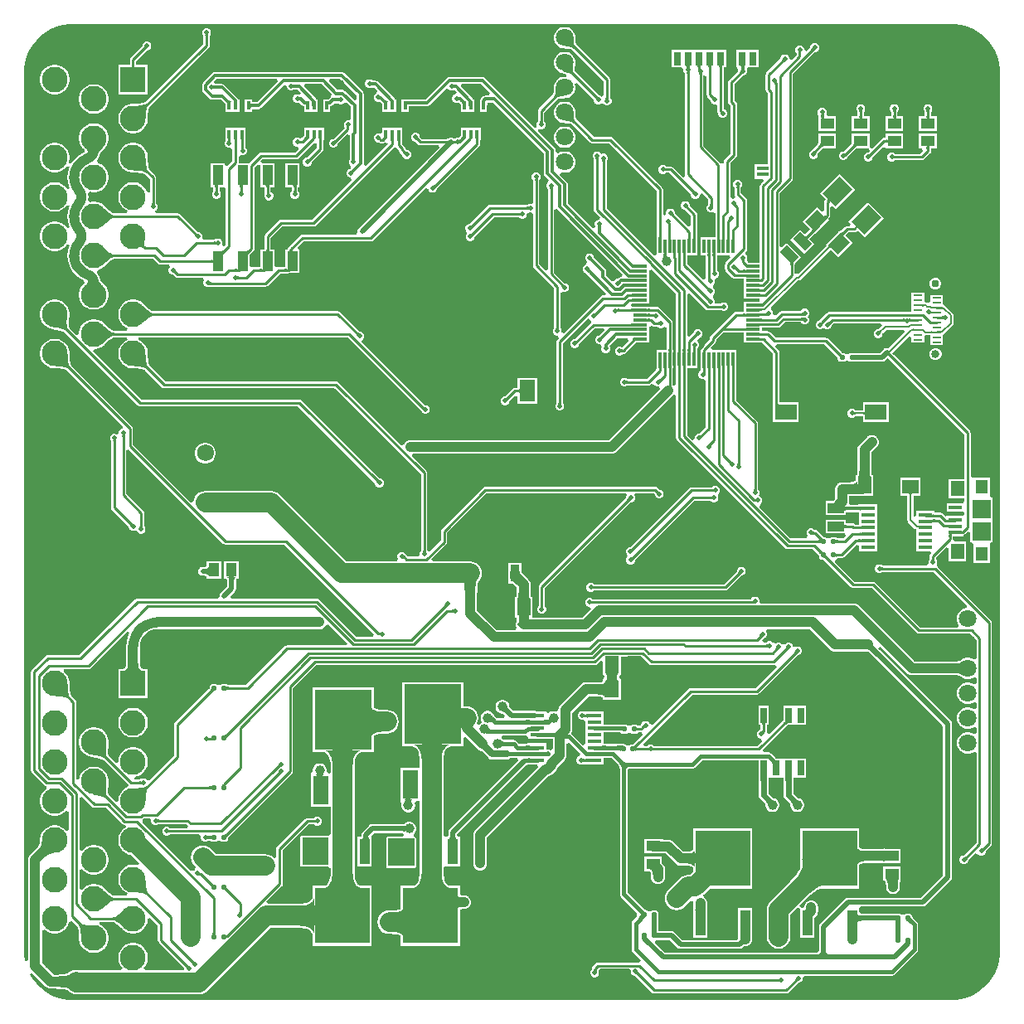
<source format=gtl>
G04*
G04 #@! TF.GenerationSoftware,Altium Limited,Altium Designer,23.5.1 (21)*
G04*
G04 Layer_Physical_Order=1*
G04 Layer_Color=255*
%FSLAX44Y44*%
%MOMM*%
G71*
G04*
G04 #@! TF.SameCoordinates,BDE5A72E-243D-4FE9-A7F5-F603F533516F*
G04*
G04*
G04 #@! TF.FilePolarity,Positive*
G04*
G01*
G75*
%ADD10C,0.4000*%
%ADD11C,0.2540*%
%ADD12C,0.2000*%
%ADD13C,0.3000*%
%ADD17R,1.0600X2.6000*%
%ADD18R,5.6320X5.7000*%
%ADD19R,3.2500X1.7500*%
%ADD20R,0.9500X1.7500*%
%ADD21R,0.8000X1.4000*%
%ADD22R,1.1500X0.4500*%
%ADD23R,1.3500X1.8000*%
%ADD24R,0.6500X2.1400*%
%ADD25R,0.6500X1.6000*%
%ADD26R,0.6500X1.3000*%
%ADD27R,0.6000X1.1500*%
%ADD28R,1.1600X1.5000*%
G04:AMPARAMS|DCode=29|XSize=1.4mm|YSize=1.7mm|CornerRadius=0mm|HoleSize=0mm|Usage=FLASHONLY|Rotation=315.000|XOffset=0mm|YOffset=0mm|HoleType=Round|Shape=Rectangle|*
%AMROTATEDRECTD29*
4,1,4,-1.0960,-0.1061,0.1061,1.0960,1.0960,0.1061,-0.1061,-1.0960,-1.0960,-0.1061,0.0*
%
%ADD29ROTATEDRECTD29*%

G04:AMPARAMS|DCode=30|XSize=2.4mm|YSize=1.9mm|CornerRadius=0mm|HoleSize=0mm|Usage=FLASHONLY|Rotation=45.000|XOffset=0mm|YOffset=0mm|HoleType=Round|Shape=Rectangle|*
%AMROTATEDRECTD30*
4,1,4,-0.1768,-1.5203,-1.5203,-0.1768,0.1768,1.5203,1.5203,0.1768,-0.1768,-1.5203,0.0*
%
%ADD30ROTATEDRECTD30*%

%ADD31R,0.9000X0.2540*%
%ADD32R,1.1000X2.0000*%
%ADD33R,0.3000X1.4750*%
%ADD34R,1.4750X0.3000*%
%ADD35R,1.4500X1.1000*%
%ADD36R,2.1800X1.6000*%
%ADD37R,1.6000X3.0000*%
%ADD38R,5.8000X6.2000*%
G04:AMPARAMS|DCode=39|XSize=0.5mm|YSize=0.5mm|CornerRadius=0.0875mm|HoleSize=0mm|Usage=FLASHONLY|Rotation=0.000|XOffset=0mm|YOffset=0mm|HoleType=Round|Shape=RoundedRectangle|*
%AMROUNDEDRECTD39*
21,1,0.5000,0.3250,0,0,0.0*
21,1,0.3250,0.5000,0,0,0.0*
1,1,0.1750,0.1625,-0.1625*
1,1,0.1750,-0.1625,-0.1625*
1,1,0.1750,-0.1625,0.1625*
1,1,0.1750,0.1625,0.1625*
%
%ADD39ROUNDEDRECTD39*%
%ADD40R,2.4000X1.6000*%
%ADD41R,0.3500X0.9000*%
%ADD42R,1.4000X1.7000*%
%ADD43R,1.7000X1.0000*%
%ADD44R,1.4750X0.4500*%
%ADD45R,1.9000X1.9000*%
%ADD46R,1.3000X1.4500*%
%ADD47R,1.4000X1.6000*%
%ADD48R,1.3500X0.4000*%
%ADD49R,1.7000X1.4000*%
G04:AMPARAMS|DCode=50|XSize=1mm|YSize=1.7mm|CornerRadius=0mm|HoleSize=0mm|Usage=FLASHONLY|Rotation=225.000|XOffset=0mm|YOffset=0mm|HoleType=Round|Shape=Rectangle|*
%AMROTATEDRECTD50*
4,1,4,-0.2475,0.9546,0.9546,-0.2475,0.2475,-0.9546,-0.9546,0.2475,-0.2475,0.9546,0.0*
%
%ADD50ROTATEDRECTD50*%

%ADD51R,1.6000X2.1800*%
%ADD52R,1.1000X1.4500*%
%ADD53R,0.6500X1.5000*%
%ADD98C,1.0000*%
%ADD99C,0.5000*%
%ADD100C,2.0000*%
%ADD101C,0.6000*%
%ADD102C,0.7000*%
%ADD103R,2.6250X2.6250*%
%ADD104C,2.6250*%
%ADD105C,1.7250*%
%ADD106C,6.0000*%
%ADD107C,0.7800*%
%ADD108O,2.3160X1.1580*%
%ADD109O,2.1160X1.0580*%
%ADD110C,0.8400*%
%ADD111C,1.8000*%
%ADD112C,0.5000*%
%ADD113C,1.0000*%
G36*
X1038977Y1384121D02*
X1039121Y1381700D01*
X1039258Y1380638D01*
X1039439Y1379676D01*
X1039662Y1378812D01*
X1039928Y1378048D01*
X1040238Y1377383D01*
X1040591Y1376816D01*
X1040987Y1376349D01*
X1039191Y1374553D01*
X1038724Y1374949D01*
X1038157Y1375302D01*
X1037492Y1375612D01*
X1036728Y1375878D01*
X1035864Y1376101D01*
X1034902Y1376281D01*
X1033840Y1376418D01*
X1031419Y1376563D01*
X1030060Y1376570D01*
X1038970Y1385480D01*
X1038977Y1384121D01*
D02*
G37*
G36*
X1285215Y1372910D02*
X1285077Y1372901D01*
X1284933Y1372873D01*
X1284783Y1372825D01*
X1284627Y1372756D01*
X1284464Y1372668D01*
X1284295Y1372560D01*
X1284119Y1372432D01*
X1283937Y1372284D01*
X1283555Y1371929D01*
X1281759Y1373725D01*
X1281946Y1373919D01*
X1282262Y1374289D01*
X1282390Y1374465D01*
X1282498Y1374634D01*
X1282586Y1374797D01*
X1282655Y1374953D01*
X1282703Y1375103D01*
X1282731Y1375247D01*
X1282740Y1375385D01*
X1285215Y1372910D01*
D02*
G37*
G36*
X1271728Y1371063D02*
X1271635Y1370961D01*
X1271552Y1370839D01*
X1271479Y1370699D01*
X1271415Y1370541D01*
X1271362Y1370364D01*
X1271318Y1370168D01*
X1271283Y1369953D01*
X1271259Y1369721D01*
X1271239Y1369199D01*
X1268699Y1369235D01*
X1268695Y1369505D01*
X1268657Y1369991D01*
X1268624Y1370205D01*
X1268582Y1370402D01*
X1268530Y1370580D01*
X1268469Y1370739D01*
X1268398Y1370880D01*
X1268318Y1371002D01*
X1268228Y1371106D01*
X1271728Y1371063D01*
D02*
G37*
G36*
X1254735Y1361480D02*
X1254597Y1361472D01*
X1254454Y1361443D01*
X1254303Y1361395D01*
X1254147Y1361326D01*
X1253984Y1361238D01*
X1253815Y1361130D01*
X1253639Y1361002D01*
X1253457Y1360854D01*
X1253075Y1360499D01*
X1251279Y1362295D01*
X1251466Y1362489D01*
X1251782Y1362859D01*
X1251910Y1363035D01*
X1252018Y1363204D01*
X1252106Y1363367D01*
X1252175Y1363523D01*
X1252223Y1363674D01*
X1252252Y1363817D01*
X1252260Y1363955D01*
X1254735Y1361480D01*
D02*
G37*
G36*
X1191549Y1357155D02*
X1191333Y1357078D01*
X1191142Y1356950D01*
X1190977Y1356770D01*
X1190837Y1356538D01*
X1190723Y1356256D01*
X1190634Y1355921D01*
X1190571Y1355536D01*
X1190533Y1355099D01*
X1190520Y1354610D01*
X1187980D01*
X1187967Y1355099D01*
X1187929Y1355536D01*
X1187866Y1355921D01*
X1187777Y1356256D01*
X1187663Y1356538D01*
X1187523Y1356770D01*
X1187358Y1356950D01*
X1187167Y1357078D01*
X1186951Y1357155D01*
X1186710Y1357181D01*
X1191790D01*
X1191549Y1357155D01*
D02*
G37*
G36*
X1180549D02*
X1180333Y1357078D01*
X1180142Y1356950D01*
X1179977Y1356770D01*
X1179837Y1356538D01*
X1179723Y1356256D01*
X1179634Y1355921D01*
X1179571Y1355536D01*
X1179533Y1355099D01*
X1179520Y1354610D01*
X1176980D01*
X1176967Y1355099D01*
X1176929Y1355536D01*
X1176866Y1355921D01*
X1176777Y1356256D01*
X1176663Y1356538D01*
X1176523Y1356770D01*
X1176358Y1356950D01*
X1176167Y1357078D01*
X1175951Y1357155D01*
X1175710Y1357181D01*
X1180790D01*
X1180549Y1357155D01*
D02*
G37*
G36*
X1157999D02*
X1157783Y1357078D01*
X1157592Y1356950D01*
X1157427Y1356770D01*
X1157288Y1356538D01*
X1157173Y1356256D01*
X1157084Y1355921D01*
X1157021Y1355536D01*
X1157013Y1355448D01*
X1157013Y1355448D01*
X1157047Y1355234D01*
X1157090Y1355038D01*
X1157143Y1354860D01*
X1157205Y1354701D01*
X1157277Y1354561D01*
X1157359Y1354439D01*
X1157450Y1354335D01*
X1153950D01*
X1154041Y1354439D01*
X1154123Y1354561D01*
X1154195Y1354701D01*
X1154257Y1354860D01*
X1154310Y1355038D01*
X1154353Y1355234D01*
X1154387Y1355448D01*
X1154387Y1355448D01*
X1154379Y1355536D01*
X1154316Y1355921D01*
X1154227Y1356256D01*
X1154112Y1356538D01*
X1153973Y1356770D01*
X1153808Y1356950D01*
X1153617Y1357078D01*
X1153401Y1357155D01*
X1153160Y1357181D01*
X1158240D01*
X1157999Y1357155D01*
D02*
G37*
G36*
X1213879D02*
X1213663Y1357078D01*
X1213472Y1356950D01*
X1213307Y1356770D01*
X1213167Y1356538D01*
X1213053Y1356256D01*
X1212964Y1355921D01*
X1212901Y1355536D01*
X1212863Y1355099D01*
X1212853Y1354742D01*
X1212855Y1354663D01*
X1212893Y1354178D01*
X1212927Y1353964D01*
X1212970Y1353768D01*
X1213023Y1353590D01*
X1213085Y1353431D01*
X1213157Y1353291D01*
X1213239Y1353169D01*
X1213330Y1353065D01*
X1209830D01*
X1209921Y1353169D01*
X1210003Y1353291D01*
X1210075Y1353431D01*
X1210137Y1353590D01*
X1210190Y1353768D01*
X1210233Y1353964D01*
X1210267Y1354178D01*
X1210291Y1354411D01*
X1210305Y1354800D01*
X1210297Y1355099D01*
X1210259Y1355536D01*
X1210196Y1355921D01*
X1210107Y1356256D01*
X1209993Y1356538D01*
X1209853Y1356770D01*
X1209688Y1356950D01*
X1209497Y1357078D01*
X1209281Y1357155D01*
X1209040Y1357181D01*
X1214120D01*
X1213879Y1357155D01*
D02*
G37*
G36*
X1169549D02*
X1169333Y1357078D01*
X1169142Y1356950D01*
X1168977Y1356770D01*
X1168838Y1356538D01*
X1168723Y1356256D01*
X1168634Y1355921D01*
X1168571Y1355536D01*
X1168533Y1355099D01*
X1168530Y1354974D01*
X1168575Y1354536D01*
X1168618Y1354339D01*
X1168673Y1354166D01*
X1168740Y1354017D01*
X1168820Y1353894D01*
X1168912Y1353795D01*
X1169016Y1353720D01*
X1169133Y1353670D01*
X1166048Y1352126D01*
X1165989Y1354610D01*
X1165980D01*
X1165967Y1355099D01*
X1165929Y1355536D01*
X1165866Y1355921D01*
X1165777Y1356256D01*
X1165663Y1356538D01*
X1165523Y1356770D01*
X1165358Y1356950D01*
X1165167Y1357078D01*
X1164951Y1357155D01*
X1164710Y1357181D01*
X1169790D01*
X1169549Y1357155D01*
D02*
G37*
G36*
X1157359Y1350661D02*
X1157277Y1350539D01*
X1157205Y1350399D01*
X1157143Y1350240D01*
X1157090Y1350062D01*
X1157047Y1349866D01*
X1157013Y1349652D01*
X1156989Y1349419D01*
X1156970Y1348897D01*
X1154430D01*
X1154425Y1349167D01*
X1154387Y1349652D01*
X1154353Y1349866D01*
X1154310Y1350062D01*
X1154257Y1350240D01*
X1154195Y1350399D01*
X1154123Y1350539D01*
X1154041Y1350661D01*
X1153950Y1350765D01*
X1157450D01*
X1157359Y1350661D01*
D02*
G37*
G36*
X1038384Y1356674D02*
X1038180Y1355563D01*
X1038056Y1354526D01*
X1038013Y1353564D01*
X1038050Y1352676D01*
X1038168Y1351862D01*
X1038366Y1351122D01*
X1038644Y1350457D01*
X1039003Y1349866D01*
X1039442Y1349349D01*
X1037183Y1348016D01*
X1036821Y1348319D01*
X1036332Y1348630D01*
X1035716Y1348949D01*
X1034972Y1349278D01*
X1033102Y1349960D01*
X1030723Y1350676D01*
X1027834Y1351427D01*
X1038668Y1357859D01*
X1038384Y1356674D01*
D02*
G37*
G36*
X1211555Y1348780D02*
X1211417Y1348772D01*
X1211273Y1348743D01*
X1211123Y1348695D01*
X1210967Y1348626D01*
X1210804Y1348538D01*
X1210635Y1348430D01*
X1210459Y1348302D01*
X1210277Y1348154D01*
X1209895Y1347799D01*
X1208099Y1349595D01*
X1208286Y1349789D01*
X1208602Y1350159D01*
X1208730Y1350335D01*
X1208838Y1350504D01*
X1208926Y1350667D01*
X1208995Y1350823D01*
X1209043Y1350974D01*
X1209072Y1351117D01*
X1209080Y1351255D01*
X1211555Y1348780D01*
D02*
G37*
G36*
X1170059Y1349391D02*
X1169977Y1349269D01*
X1169905Y1349129D01*
X1169843Y1348970D01*
X1169790Y1348792D01*
X1169747Y1348596D01*
X1169713Y1348382D01*
X1169689Y1348149D01*
X1169670Y1347627D01*
X1167130D01*
X1167125Y1347897D01*
X1167087Y1348382D01*
X1167053Y1348596D01*
X1167010Y1348792D01*
X1166957Y1348970D01*
X1166895Y1349129D01*
X1166823Y1349269D01*
X1166741Y1349391D01*
X1166650Y1349495D01*
X1170150D01*
X1170059Y1349391D01*
D02*
G37*
G36*
X1246730Y1337874D02*
X1244190Y1337550D01*
X1244184Y1337822D01*
X1244136Y1338290D01*
X1244093Y1338487D01*
X1244039Y1338658D01*
X1243972Y1338804D01*
X1243894Y1338924D01*
X1243803Y1339019D01*
X1243700Y1339090D01*
X1243585Y1339135D01*
X1246601Y1340757D01*
X1246730Y1337874D01*
D02*
G37*
G36*
X916493Y1337432D02*
X916578Y1337374D01*
X916687Y1337323D01*
X916821Y1337279D01*
X916980Y1337242D01*
X917162Y1337211D01*
X917601Y1337171D01*
X917856Y1337161D01*
X918136Y1337157D01*
X917545Y1334157D01*
X917261Y1334156D01*
X916014Y1334081D01*
X915942Y1334060D01*
X915896Y1334037D01*
X916432Y1337496D01*
X916493Y1337432D01*
D02*
G37*
G36*
X1029880Y1325770D02*
X1028521Y1325763D01*
X1026100Y1325618D01*
X1025038Y1325482D01*
X1024076Y1325301D01*
X1023212Y1325078D01*
X1022448Y1324812D01*
X1021783Y1324502D01*
X1021216Y1324149D01*
X1020749Y1323753D01*
X1018953Y1325549D01*
X1019349Y1326016D01*
X1019702Y1326583D01*
X1020012Y1327248D01*
X1020278Y1328012D01*
X1020501Y1328876D01*
X1020682Y1329838D01*
X1020818Y1330900D01*
X1020963Y1333321D01*
X1020970Y1334680D01*
X1029880Y1325770D01*
D02*
G37*
G36*
X1074426Y1324592D02*
X1074469Y1324110D01*
X1074508Y1323898D01*
X1074557Y1323706D01*
X1074617Y1323533D01*
X1074688Y1323379D01*
X1074770Y1323245D01*
X1074863Y1323130D01*
X1074967Y1323034D01*
X1071487Y1322656D01*
X1071562Y1322761D01*
X1071629Y1322884D01*
X1071688Y1323026D01*
X1071739Y1323187D01*
X1071782Y1323366D01*
X1071817Y1323564D01*
X1071864Y1324014D01*
X1071876Y1324268D01*
X1071880Y1324539D01*
X1074420Y1324861D01*
X1074426Y1324592D01*
D02*
G37*
G36*
X1063357Y1325439D02*
X1063889Y1324973D01*
X1064048Y1324854D01*
X1064339Y1324670D01*
X1064471Y1324605D01*
X1064593Y1324559D01*
X1064706Y1324530D01*
X1061809Y1322565D01*
X1061826Y1322706D01*
X1061820Y1322852D01*
X1061791Y1323004D01*
X1061740Y1323163D01*
X1061666Y1323327D01*
X1061570Y1323498D01*
X1061451Y1323674D01*
X1061310Y1323857D01*
X1061146Y1324046D01*
X1060959Y1324240D01*
X1063161Y1325630D01*
X1063357Y1325439D01*
D02*
G37*
G36*
X1181989Y1325364D02*
X1182359Y1325048D01*
X1182535Y1324920D01*
X1182704Y1324812D01*
X1182867Y1324724D01*
X1183023Y1324655D01*
X1183174Y1324607D01*
X1183317Y1324579D01*
X1183455Y1324570D01*
X1180980Y1322095D01*
X1180972Y1322233D01*
X1180943Y1322377D01*
X1180895Y1322527D01*
X1180826Y1322683D01*
X1180738Y1322846D01*
X1180630Y1323015D01*
X1180502Y1323191D01*
X1180354Y1323373D01*
X1179999Y1323755D01*
X1181795Y1325551D01*
X1181989Y1325364D01*
D02*
G37*
G36*
X921573Y1324732D02*
X921658Y1324674D01*
X921768Y1324623D01*
X921901Y1324579D01*
X922060Y1324542D01*
X922242Y1324512D01*
X922681Y1324471D01*
X922936Y1324461D01*
X923216Y1324457D01*
X922625Y1321457D01*
X922340Y1321456D01*
X921094Y1321380D01*
X921022Y1321360D01*
X920976Y1321337D01*
X921512Y1324796D01*
X921573Y1324732D01*
D02*
G37*
G36*
X926207Y1322438D02*
X926991Y1321759D01*
X927359Y1321483D01*
X927711Y1321250D01*
X928047Y1321059D01*
X928367Y1320910D01*
X928670Y1320804D01*
X928958Y1320741D01*
X929230Y1320719D01*
X925790Y1316477D01*
X925940Y1316730D01*
X926010Y1317021D01*
X925999Y1317351D01*
X925907Y1317718D01*
X925735Y1318123D01*
X925483Y1318567D01*
X925150Y1319048D01*
X924737Y1319567D01*
X924243Y1320124D01*
X923669Y1320719D01*
X925790Y1322841D01*
X926207Y1322438D01*
D02*
G37*
G36*
X871720Y1317750D02*
X871146Y1317735D01*
X870632Y1317690D01*
X870178Y1317615D01*
X869785Y1317510D01*
X869452Y1317375D01*
X869179Y1317210D01*
X868966Y1317015D01*
X868813Y1316790D01*
X868721Y1316535D01*
X868689Y1316250D01*
X868719Y1320719D01*
X868749Y1320725D01*
X868839Y1320730D01*
X871720Y1320750D01*
Y1317750D01*
D02*
G37*
G36*
X1007115Y1300053D02*
X1007153Y1299568D01*
X1007187Y1299354D01*
X1007230Y1299158D01*
X1007283Y1298980D01*
X1007345Y1298821D01*
X1007417Y1298681D01*
X1007499Y1298559D01*
X1007590Y1298455D01*
X1004090D01*
X1004181Y1298559D01*
X1004263Y1298681D01*
X1004335Y1298821D01*
X1004397Y1298980D01*
X1004450Y1299158D01*
X1004493Y1299354D01*
X1004527Y1299568D01*
X1004551Y1299801D01*
X1004570Y1300323D01*
X1007110D01*
X1007115Y1300053D01*
D02*
G37*
G36*
X1038977Y1307921D02*
X1039121Y1305500D01*
X1039258Y1304438D01*
X1039439Y1303476D01*
X1039662Y1302612D01*
X1039928Y1301848D01*
X1040238Y1301183D01*
X1040591Y1300616D01*
X1040987Y1300149D01*
X1039191Y1298353D01*
X1038724Y1298749D01*
X1038157Y1299102D01*
X1037492Y1299412D01*
X1036728Y1299678D01*
X1035864Y1299901D01*
X1034902Y1300081D01*
X1033840Y1300219D01*
X1031419Y1300363D01*
X1030060Y1300370D01*
X1038970Y1309280D01*
X1038977Y1307921D01*
D02*
G37*
G36*
X1064649Y1263031D02*
X1064567Y1262909D01*
X1064495Y1262769D01*
X1064433Y1262610D01*
X1064380Y1262432D01*
X1064337Y1262236D01*
X1064303Y1262022D01*
X1064279Y1261789D01*
X1064260Y1261267D01*
X1061720D01*
X1061715Y1261537D01*
X1061677Y1262022D01*
X1061643Y1262236D01*
X1061600Y1262432D01*
X1061547Y1262610D01*
X1061485Y1262769D01*
X1061413Y1262909D01*
X1061331Y1263031D01*
X1061240Y1263135D01*
X1064740D01*
X1064649Y1263031D01*
D02*
G37*
G36*
X1071290Y1260818D02*
X1071208Y1260696D01*
X1071136Y1260555D01*
X1071074Y1260396D01*
X1071021Y1260219D01*
X1070978Y1260023D01*
X1070944Y1259808D01*
X1070920Y1259575D01*
X1070901Y1259053D01*
X1068361D01*
X1068356Y1259323D01*
X1068317Y1259808D01*
X1068284Y1260023D01*
X1068241Y1260219D01*
X1068188Y1260396D01*
X1068126Y1260555D01*
X1068054Y1260696D01*
X1067972Y1260818D01*
X1067881Y1260921D01*
X1071381D01*
X1071290Y1260818D01*
D02*
G37*
G36*
X1132189Y1252609D02*
X1132311Y1252527D01*
X1132451Y1252455D01*
X1132610Y1252393D01*
X1132788Y1252340D01*
X1132984Y1252297D01*
X1133198Y1252263D01*
X1133431Y1252239D01*
X1133953Y1252220D01*
Y1249680D01*
X1133683Y1249675D01*
X1133198Y1249637D01*
X1132984Y1249603D01*
X1132788Y1249560D01*
X1132610Y1249507D01*
X1132451Y1249445D01*
X1132311Y1249373D01*
X1132189Y1249291D01*
X1132085Y1249200D01*
Y1252700D01*
X1132189Y1252609D01*
D02*
G37*
G36*
X1002419Y1241441D02*
X1002337Y1241319D01*
X1002265Y1241179D01*
X1002203Y1241020D01*
X1002150Y1240842D01*
X1002107Y1240646D01*
X1002073Y1240432D01*
X1002049Y1240199D01*
X1002030Y1239677D01*
X999490D01*
X999485Y1239947D01*
X999447Y1240432D01*
X999413Y1240646D01*
X999370Y1240842D01*
X999317Y1241020D01*
X999255Y1241179D01*
X999183Y1241319D01*
X999101Y1241441D01*
X999010Y1241545D01*
X1002510D01*
X1002419Y1241441D01*
D02*
G37*
G36*
X1208159Y1233821D02*
X1208077Y1233699D01*
X1208005Y1233559D01*
X1207943Y1233400D01*
X1207890Y1233222D01*
X1207847Y1233026D01*
X1207813Y1232812D01*
X1207789Y1232579D01*
X1207770Y1232057D01*
X1205230D01*
X1205225Y1232327D01*
X1205187Y1232812D01*
X1205153Y1233026D01*
X1205110Y1233222D01*
X1205057Y1233400D01*
X1204995Y1233559D01*
X1204923Y1233699D01*
X1204841Y1233821D01*
X1204750Y1233925D01*
X1208250D01*
X1208159Y1233821D01*
D02*
G37*
G36*
X1017659Y1232551D02*
X1017577Y1232429D01*
X1017505Y1232289D01*
X1017443Y1232130D01*
X1017390Y1231952D01*
X1017347Y1231756D01*
X1017313Y1231542D01*
X1017289Y1231309D01*
X1017270Y1230787D01*
X1014730D01*
X1014725Y1231057D01*
X1014687Y1231542D01*
X1014653Y1231756D01*
X1014610Y1231952D01*
X1014557Y1232130D01*
X1014495Y1232289D01*
X1014423Y1232429D01*
X1014341Y1232551D01*
X1014250Y1232655D01*
X1017750D01*
X1017659Y1232551D01*
D02*
G37*
G36*
X1161829Y1228844D02*
X1162199Y1228528D01*
X1162375Y1228400D01*
X1162544Y1228292D01*
X1162707Y1228204D01*
X1162863Y1228135D01*
X1163014Y1228087D01*
X1163157Y1228058D01*
X1163295Y1228050D01*
X1160820Y1225575D01*
X1160811Y1225713D01*
X1160783Y1225856D01*
X1160735Y1226007D01*
X1160666Y1226163D01*
X1160578Y1226326D01*
X1160470Y1226495D01*
X1160342Y1226671D01*
X1160194Y1226853D01*
X1159839Y1227235D01*
X1161635Y1229031D01*
X1161829Y1228844D01*
D02*
G37*
G36*
X1205124Y1216024D02*
X1205130Y1215878D01*
X1205159Y1215726D01*
X1205210Y1215567D01*
X1205284Y1215403D01*
X1205380Y1215232D01*
X1205499Y1215056D01*
X1205640Y1214873D01*
X1205804Y1214684D01*
X1205991Y1214490D01*
X1203789Y1213100D01*
X1203593Y1213291D01*
X1203061Y1213757D01*
X1202901Y1213876D01*
X1202611Y1214060D01*
X1202479Y1214125D01*
X1202357Y1214171D01*
X1202244Y1214200D01*
X1205141Y1216165D01*
X1205124Y1216024D01*
D02*
G37*
G36*
X1180881Y1214874D02*
X1180884Y1214601D01*
X1180931Y1213895D01*
X1180959Y1213698D01*
X1181035Y1213363D01*
X1181082Y1213224D01*
X1181135Y1213104D01*
X1181195Y1213004D01*
X1177757Y1213663D01*
X1177868Y1213751D01*
X1177967Y1213858D01*
X1178055Y1213986D01*
X1178131Y1214135D01*
X1178195Y1214303D01*
X1178247Y1214492D01*
X1178288Y1214701D01*
X1178317Y1214930D01*
X1178335Y1215179D01*
X1178341Y1215449D01*
X1180881Y1214874D01*
D02*
G37*
G36*
X1155668Y1213957D02*
X1155697Y1213813D01*
X1155745Y1213663D01*
X1155814Y1213507D01*
X1155902Y1213344D01*
X1156010Y1213175D01*
X1156138Y1212999D01*
X1156286Y1212817D01*
X1156641Y1212435D01*
X1154845Y1210639D01*
X1154651Y1210826D01*
X1154281Y1211142D01*
X1154105Y1211270D01*
X1153936Y1211378D01*
X1153773Y1211466D01*
X1153617Y1211535D01*
X1153466Y1211583D01*
X1153323Y1211611D01*
X1153185Y1211620D01*
X1155660Y1214095D01*
X1155668Y1213957D01*
D02*
G37*
G36*
X993205Y1209830D02*
X993101Y1209921D01*
X992979Y1210003D01*
X992839Y1210075D01*
X992680Y1210137D01*
X992502Y1210190D01*
X992306Y1210233D01*
X992092Y1210267D01*
X991859Y1210291D01*
X991337Y1210310D01*
Y1212850D01*
X991607Y1212855D01*
X992092Y1212893D01*
X992306Y1212927D01*
X992502Y1212970D01*
X992680Y1213023D01*
X992839Y1213085D01*
X992979Y1213157D01*
X993101Y1213239D01*
X993205Y1213330D01*
Y1209830D01*
D02*
G37*
G36*
X985005Y1203480D02*
X984901Y1203571D01*
X984779Y1203653D01*
X984639Y1203725D01*
X984480Y1203787D01*
X984302Y1203840D01*
X984106Y1203883D01*
X983892Y1203917D01*
X983659Y1203941D01*
X983137Y1203960D01*
Y1206500D01*
X983407Y1206505D01*
X983892Y1206543D01*
X984106Y1206577D01*
X984302Y1206620D01*
X984480Y1206673D01*
X984639Y1206735D01*
X984779Y1206807D01*
X984901Y1206889D01*
X985005Y1206980D01*
Y1203480D01*
D02*
G37*
G36*
X1140428Y1206337D02*
X1140457Y1206193D01*
X1140505Y1206043D01*
X1140574Y1205887D01*
X1140662Y1205724D01*
X1140770Y1205555D01*
X1140898Y1205379D01*
X1141046Y1205197D01*
X1141401Y1204815D01*
X1139605Y1203019D01*
X1139411Y1203206D01*
X1139041Y1203522D01*
X1138865Y1203650D01*
X1138696Y1203758D01*
X1138533Y1203846D01*
X1138377Y1203915D01*
X1138226Y1203963D01*
X1138083Y1203991D01*
X1137945Y1204000D01*
X1140420Y1206475D01*
X1140428Y1206337D01*
D02*
G37*
G36*
X1200596Y1198960D02*
X1200483Y1198931D01*
X1200361Y1198885D01*
X1200229Y1198820D01*
X1200089Y1198737D01*
X1199939Y1198636D01*
X1199611Y1198380D01*
X1199434Y1198224D01*
X1199051Y1197860D01*
X1196849Y1199250D01*
X1197036Y1199444D01*
X1197341Y1199816D01*
X1197460Y1199992D01*
X1197556Y1200163D01*
X1197630Y1200327D01*
X1197681Y1200486D01*
X1197710Y1200638D01*
X1197716Y1200785D01*
X1197700Y1200925D01*
X1200596Y1198960D01*
D02*
G37*
G36*
X1067249Y1193683D02*
X1067229Y1193611D01*
X1067211Y1193512D01*
X1067195Y1193387D01*
X1067163Y1192853D01*
X1067152Y1192080D01*
X1064152Y1191488D01*
X1064149Y1191768D01*
X1064098Y1192462D01*
X1064068Y1192645D01*
X1064030Y1192803D01*
X1063986Y1192937D01*
X1063935Y1193046D01*
X1063878Y1193131D01*
X1063813Y1193192D01*
X1067272Y1193728D01*
X1067249Y1193683D01*
D02*
G37*
G36*
X1329647Y1190929D02*
X1329498Y1191049D01*
X1329335Y1191126D01*
X1329157Y1191160D01*
X1328965Y1191151D01*
X1328758Y1191100D01*
X1328536Y1191006D01*
X1328300Y1190869D01*
X1328049Y1190688D01*
X1327784Y1190466D01*
X1327504Y1190200D01*
X1326090Y1191614D01*
X1326356Y1191894D01*
X1326579Y1192159D01*
X1326759Y1192410D01*
X1326896Y1192646D01*
X1326990Y1192868D01*
X1327041Y1193075D01*
X1327050Y1193267D01*
X1327016Y1193445D01*
X1326939Y1193608D01*
X1326819Y1193757D01*
X1329647Y1190929D01*
D02*
G37*
G36*
X936566Y1192580D02*
X936379Y1192386D01*
X936063Y1192016D01*
X935935Y1191840D01*
X935827Y1191671D01*
X935739Y1191508D01*
X935670Y1191352D01*
X935622Y1191201D01*
X935593Y1191058D01*
X935585Y1190920D01*
X933110Y1193395D01*
X933248Y1193403D01*
X933391Y1193432D01*
X933542Y1193480D01*
X933698Y1193549D01*
X933861Y1193637D01*
X934030Y1193745D01*
X934206Y1193873D01*
X934388Y1194021D01*
X934770Y1194376D01*
X936566Y1192580D01*
D02*
G37*
G36*
X1315513Y1185447D02*
X1315181Y1185097D01*
X1314902Y1184764D01*
X1314678Y1184450D01*
X1314507Y1184154D01*
X1314390Y1183875D01*
X1314328Y1183615D01*
X1314319Y1183372D01*
X1314364Y1183148D01*
X1314462Y1182941D01*
X1314615Y1182753D01*
X1311238Y1186129D01*
X1311386Y1186018D01*
X1311556Y1185955D01*
X1311748Y1185943D01*
X1311962Y1185980D01*
X1312199Y1186067D01*
X1312458Y1186203D01*
X1312740Y1186388D01*
X1313043Y1186624D01*
X1313369Y1186908D01*
X1313717Y1187243D01*
X1315513Y1185447D01*
D02*
G37*
G36*
X936931Y1184055D02*
X936744Y1183861D01*
X936428Y1183491D01*
X936300Y1183315D01*
X936192Y1183146D01*
X936104Y1182983D01*
X936035Y1182827D01*
X935987Y1182676D01*
X935958Y1182533D01*
X935950Y1182395D01*
X933475Y1184870D01*
X933613Y1184878D01*
X933756Y1184907D01*
X933907Y1184955D01*
X934063Y1185024D01*
X934226Y1185112D01*
X934395Y1185220D01*
X934571Y1185348D01*
X934753Y1185496D01*
X935135Y1185851D01*
X936931Y1184055D01*
D02*
G37*
G36*
X1434983Y1398447D02*
X1441157Y1396792D01*
X1447063Y1394346D01*
X1452598Y1391150D01*
X1457669Y1387259D01*
X1462189Y1382739D01*
X1466080Y1377668D01*
X1469276Y1372133D01*
X1471722Y1366227D01*
X1473377Y1360053D01*
X1474211Y1353716D01*
Y1350520D01*
Y452120D01*
Y448924D01*
X1473377Y442587D01*
X1471722Y436413D01*
X1469276Y430507D01*
X1466080Y424972D01*
X1462189Y419901D01*
X1457669Y415381D01*
X1452598Y411490D01*
X1447063Y408294D01*
X1441157Y405848D01*
X1434983Y404193D01*
X1428646Y403359D01*
X523854D01*
X517517Y404193D01*
X511343Y405848D01*
X505437Y408294D01*
X499902Y411490D01*
X494831Y415381D01*
X490311Y419901D01*
X486420Y424972D01*
X483755Y429587D01*
X485788Y431146D01*
X500286Y416648D01*
X501749Y415526D01*
X503452Y414820D01*
X505279Y414580D01*
X507838D01*
X508318Y414576D01*
X513614Y414375D01*
X517824Y413979D01*
X519471Y413718D01*
X520838Y413418D01*
X521888Y413095D01*
X522593Y412784D01*
X522612Y412771D01*
X522957Y412426D01*
X525463Y410503D01*
X528382Y409294D01*
X531515Y408881D01*
X656913D01*
X660046Y409294D01*
X662965Y410503D01*
X665471Y412426D01*
X729891Y476846D01*
X756930D01*
X758194Y476813D01*
X761453Y476526D01*
X764277Y476055D01*
X766657Y475414D01*
X768587Y474625D01*
X770073Y473717D01*
X771147Y472719D01*
X771872Y471631D01*
X772308Y470398D01*
X772480Y468760D01*
Y458450D01*
X832800D01*
Y519450D01*
X823171D01*
X821823Y519592D01*
X820590Y520028D01*
X819502Y520754D01*
X818504Y521830D01*
X817596Y523319D01*
X816806Y525253D01*
X816165Y527637D01*
X815694Y530466D01*
X815407Y533730D01*
X815374Y534996D01*
Y640473D01*
X815407Y641740D01*
X815694Y645004D01*
X816165Y647833D01*
X816806Y650217D01*
X817596Y652151D01*
X818504Y653640D01*
X819502Y654716D01*
X820590Y655442D01*
X821823Y655878D01*
X823171Y656020D01*
X834900D01*
Y671575D01*
X834964Y672002D01*
X835150Y672377D01*
X835556Y672807D01*
X836294Y673292D01*
X837410Y673774D01*
X838902Y674206D01*
X840726Y674554D01*
X845394Y674966D01*
X848360D01*
X851493Y675379D01*
X854412Y676588D01*
X856918Y678512D01*
X858842Y681018D01*
X860051Y683937D01*
X860464Y687070D01*
X860051Y690203D01*
X858842Y693122D01*
X856918Y695629D01*
X854412Y697552D01*
X851493Y698761D01*
X848360Y699174D01*
X845323D01*
X842956Y699321D01*
X840755Y699581D01*
X838902Y699934D01*
X837410Y700366D01*
X836294Y700848D01*
X835556Y701333D01*
X835150Y701764D01*
X834964Y702138D01*
X834900Y702565D01*
Y722020D01*
X772900D01*
Y656020D01*
X783369D01*
X784717Y655878D01*
X785950Y655442D01*
X787038Y654716D01*
X788036Y653640D01*
X788944Y652151D01*
X789734Y650217D01*
X790375Y647833D01*
X790846Y645004D01*
X791133Y641740D01*
X791166Y640473D01*
Y636712D01*
X791073Y634706D01*
X788521Y634517D01*
X786780Y636618D01*
Y638462D01*
X786303Y640242D01*
X785381Y641838D01*
X784078Y643141D01*
X782482Y644063D01*
X780702Y644540D01*
X778858D01*
X777078Y644063D01*
X775482Y643141D01*
X774179Y641838D01*
X773257Y640242D01*
X772780Y638462D01*
Y636618D01*
X771050Y634220D01*
X771050D01*
Y600220D01*
X788626D01*
X791050Y600220D01*
X791166Y597728D01*
Y572752D01*
X790704Y572238D01*
X788670Y570999D01*
X788626Y570999D01*
X762000D01*
X761220Y570844D01*
X760558Y570402D01*
X760116Y569740D01*
X759961Y568960D01*
Y541020D01*
X760116Y540240D01*
X760558Y539578D01*
X761220Y539136D01*
X762000Y538981D01*
X788626D01*
X788670Y538981D01*
X790704Y537742D01*
X791166Y537228D01*
Y534996D01*
X791133Y533730D01*
X790846Y530466D01*
X790375Y527637D01*
X789734Y525253D01*
X788944Y523319D01*
X788036Y521830D01*
X787038Y520754D01*
X785950Y520028D01*
X784717Y519592D01*
X783369Y519450D01*
X772480D01*
Y509140D01*
X772308Y507502D01*
X771872Y506269D01*
X771147Y505181D01*
X770073Y504183D01*
X768587Y503275D01*
X766657Y502486D01*
X764277Y501845D01*
X761453Y501374D01*
X758194Y501087D01*
X756930Y501054D01*
X726522D01*
X725470Y503594D01*
X741050Y519174D01*
X741773Y520255D01*
X742027Y521531D01*
Y555701D01*
X768461Y582136D01*
X774059D01*
X774080Y582134D01*
X774179Y582118D01*
X774242Y582104D01*
X774691Y581655D01*
X776345Y580970D01*
X778135D01*
X779789Y581655D01*
X781055Y582921D01*
X781740Y584575D01*
Y586365D01*
X781055Y588019D01*
X779789Y589285D01*
X778135Y589970D01*
X776345D01*
X774691Y589285D01*
X774242Y588836D01*
X774179Y588822D01*
X774103Y588810D01*
X774030Y588804D01*
X767080D01*
X765804Y588550D01*
X764723Y587828D01*
X736335Y559440D01*
X735612Y558358D01*
X735358Y557082D01*
Y548702D01*
X732818Y547839D01*
X732458Y548308D01*
X729952Y550232D01*
X727033Y551441D01*
X723900Y551854D01*
X674304D01*
X668959Y557198D01*
X666452Y559122D01*
X663533Y560331D01*
X660400Y560744D01*
X657267Y560331D01*
X654348Y559122D01*
X651842Y557198D01*
X649918Y554692D01*
X648709Y551773D01*
X648296Y548640D01*
X648709Y545507D01*
X649918Y542588D01*
X651842Y540081D01*
X652827Y539096D01*
X652503Y536213D01*
X651237Y534947D01*
X648443Y534838D01*
X598990Y584291D01*
X598930Y584488D01*
X599356Y587357D01*
X600597Y588599D01*
X606610D01*
X607640Y587058D01*
Y585268D01*
X608325Y583614D01*
X609591Y582348D01*
X611245Y581663D01*
X613035D01*
X614689Y582348D01*
X615138Y582797D01*
X615201Y582811D01*
X615277Y582823D01*
X615350Y582829D01*
X643732D01*
X645325Y580935D01*
X644588Y578770D01*
X644488Y578644D01*
X626751D01*
X626730Y578646D01*
X626631Y578662D01*
X626568Y578676D01*
X626119Y579125D01*
X624465Y579810D01*
X622675D01*
X621021Y579125D01*
X619755Y577859D01*
X619070Y576205D01*
Y574415D01*
X619755Y572761D01*
X621021Y571495D01*
X622675Y570810D01*
X624465D01*
X626119Y571495D01*
X626568Y571944D01*
X626631Y571958D01*
X626707Y571970D01*
X626780Y571976D01*
X656569D01*
X658440Y569855D01*
Y568065D01*
X659125Y566411D01*
X660391Y565145D01*
X662045Y564460D01*
X663835D01*
X665489Y565145D01*
X665600Y565256D01*
X665999Y565291D01*
X668132Y565262D01*
X668579Y564963D01*
X668597Y564949D01*
X668606Y564946D01*
X669083Y564627D01*
X670205Y564404D01*
X673455D01*
X674577Y564627D01*
X675377Y565162D01*
X675580Y565262D01*
X678080D01*
X678283Y565162D01*
X679083Y564627D01*
X680205Y564404D01*
X683455D01*
X684577Y564627D01*
X685528Y565262D01*
X686163Y566213D01*
X686386Y567335D01*
Y568681D01*
X686425Y568737D01*
X687008Y569423D01*
X751657Y634072D01*
X752380Y635154D01*
X752634Y636430D01*
Y721249D01*
X776081Y744696D01*
X1060646D01*
X1061921Y744950D01*
X1063003Y745673D01*
X1066883Y749553D01*
X1069230Y748581D01*
Y737530D01*
X1069230Y737064D01*
X1069221Y737020D01*
X1069230Y734990D01*
X1069691D01*
X1070613Y732786D01*
X1069361Y730590D01*
X1069230D01*
Y728771D01*
X1069194Y728531D01*
X1069180Y728505D01*
X1069055Y728375D01*
X1068703Y728148D01*
X1068081Y727884D01*
X1067194Y727633D01*
X1066085Y727425D01*
X1063054Y727162D01*
X1062403Y727150D01*
X1051560D01*
X1049733Y726910D01*
X1048030Y726205D01*
X1046568Y725082D01*
X1025548Y704062D01*
X1024426Y702600D01*
X1023720Y700897D01*
X1023480Y699070D01*
Y699044D01*
X1021738Y697767D01*
X1020940Y697484D01*
X1019462Y697880D01*
X1017618D01*
X1015838Y697403D01*
X1014242Y696481D01*
X1013775Y696014D01*
X1011235Y697067D01*
Y697560D01*
X1001603D01*
X1001246Y697799D01*
X999490Y698148D01*
X977298D01*
X974260Y701186D01*
X974054Y701428D01*
X973879Y701668D01*
X973733Y701896D01*
X973628Y702087D01*
X973562Y702239D01*
X973527Y702344D01*
X973514Y702402D01*
X973502Y702556D01*
X973470Y702665D01*
Y703232D01*
X972993Y705012D01*
X972071Y706608D01*
X970768Y707911D01*
X969172Y708833D01*
X967392Y709310D01*
X965548D01*
X963768Y708833D01*
X962172Y707911D01*
X960869Y706608D01*
X959947Y705012D01*
X959470Y703232D01*
Y701388D01*
X959947Y699608D01*
X960869Y698012D01*
X962172Y696709D01*
X963768Y695787D01*
X965548Y695310D01*
X966426D01*
X966573Y695275D01*
X966727Y695270D01*
X966776Y695262D01*
X966870Y695234D01*
X967011Y695177D01*
X967193Y695082D01*
X967413Y694947D01*
X967645Y694782D01*
X967910Y694559D01*
X969234Y693235D01*
X968262Y690888D01*
X960799D01*
X959104Y692584D01*
X958126Y693649D01*
X957676Y694196D01*
X957595Y694310D01*
X957528Y694424D01*
X957432Y694531D01*
X956895Y695462D01*
X955591Y696766D01*
X953995Y697687D01*
X952215Y698164D01*
X950372D01*
X948591Y697687D01*
X946995Y696766D01*
X945692Y695462D01*
X944770Y693866D01*
X944293Y692086D01*
Y690243D01*
X944770Y688462D01*
X945173Y686386D01*
X943856Y685166D01*
X943657Y685051D01*
X942354Y683748D01*
X940222Y685071D01*
X941331Y687747D01*
X941744Y690880D01*
X941331Y694013D01*
X940122Y696932D01*
X938198Y699438D01*
X935692Y701362D01*
X932773Y702571D01*
X929640Y702984D01*
X926350D01*
Y727690D01*
X864350D01*
Y661690D01*
X874179D01*
X875527Y661548D01*
X876760Y661112D01*
X877848Y660386D01*
X878846Y659309D01*
X879754Y657821D01*
X880544Y655887D01*
X881185Y653503D01*
X881656Y650674D01*
X881943Y647410D01*
X881976Y646143D01*
Y639890D01*
X862500D01*
Y605890D01*
X862500D01*
X863409Y603350D01*
X863217Y602634D01*
Y600791D01*
X863695Y599011D01*
X864616Y597414D01*
X865919Y596111D01*
X867516Y595190D01*
X869296Y594712D01*
X871139D01*
X872919Y595190D01*
X874516Y596111D01*
X875819Y597414D01*
X876740Y599011D01*
X877217Y600791D01*
Y602634D01*
X877026Y603350D01*
X878566Y605890D01*
X881976D01*
Y534996D01*
X881943Y533730D01*
X881656Y530466D01*
X881185Y527637D01*
X880544Y525253D01*
X879754Y523319D01*
X878846Y521830D01*
X877848Y520754D01*
X876760Y520028D01*
X875527Y519592D01*
X874179Y519450D01*
X862650D01*
Y496490D01*
X862614Y496304D01*
X862587Y496261D01*
X862316Y496038D01*
X861684Y495716D01*
X860686Y495382D01*
X859347Y495081D01*
X857709Y494839D01*
X853836Y494574D01*
X850900D01*
X847767Y494161D01*
X844848Y492952D01*
X842342Y491029D01*
X840418Y488522D01*
X839209Y485603D01*
X838796Y482470D01*
X839209Y479337D01*
X840418Y476418D01*
X842342Y473912D01*
X844848Y471988D01*
X847767Y470779D01*
X850900Y470366D01*
X852980D01*
X855737Y470282D01*
X857686Y470104D01*
X859347Y469859D01*
X860686Y469558D01*
X861684Y469224D01*
X862316Y468902D01*
X862587Y468679D01*
X862614Y468636D01*
X862650Y468450D01*
Y458450D01*
X922970D01*
Y495645D01*
X923356Y495705D01*
X925834Y495860D01*
X927100D01*
X927559Y495920D01*
X928022D01*
X928469Y496040D01*
X928927Y496100D01*
X929355Y496277D01*
X929802Y496397D01*
X930203Y496628D01*
X930630Y496805D01*
X930997Y497087D01*
X931398Y497319D01*
X931725Y497646D01*
X932092Y497928D01*
X932374Y498295D01*
X932701Y498622D01*
X932933Y499023D01*
X933214Y499390D01*
X933391Y499817D01*
X933623Y500218D01*
X933743Y500665D01*
X933920Y501093D01*
X933980Y501551D01*
X934100Y501998D01*
Y502461D01*
X934160Y502920D01*
X934100Y503379D01*
Y503842D01*
X933980Y504289D01*
X933920Y504747D01*
X933743Y505175D01*
X933623Y505622D01*
X933391Y506023D01*
X933214Y506450D01*
X932933Y506817D01*
X932701Y507218D01*
X932374Y507545D01*
X932092Y507912D01*
X931725Y508194D01*
X931398Y508521D01*
X930997Y508753D01*
X930630Y509035D01*
X930203Y509212D01*
X929802Y509443D01*
X929355Y509563D01*
X928927Y509740D01*
X928469Y509800D01*
X928022Y509920D01*
X927559D01*
X927100Y509980D01*
X926104D01*
X924974Y510004D01*
X923374Y510132D01*
X922970Y510195D01*
Y519450D01*
X913981D01*
X912633Y519592D01*
X911400Y520028D01*
X910312Y520754D01*
X909314Y521830D01*
X908406Y523319D01*
X907616Y525253D01*
X906975Y527637D01*
X906504Y530466D01*
X906217Y533730D01*
X906184Y534996D01*
Y538596D01*
X908370Y539450D01*
Y539450D01*
X922970D01*
Y569450D01*
X920693D01*
X920622Y569566D01*
X920507Y569850D01*
X920391Y570285D01*
X920295Y570865D01*
X920258Y571280D01*
Y572140D01*
X990453Y642334D01*
X992485Y643560D01*
X994516Y643551D01*
X994559Y643560D01*
X1002093D01*
X1003145Y641020D01*
X938618Y576492D01*
X937495Y575030D01*
X936790Y573327D01*
X936550Y571500D01*
Y542290D01*
X936610Y541831D01*
Y541368D01*
X936730Y540921D01*
X936790Y540463D01*
X936967Y540035D01*
X937087Y539588D01*
X937318Y539187D01*
X937495Y538760D01*
X937777Y538393D01*
X938009Y537992D01*
X938336Y537665D01*
X938618Y537298D01*
X938985Y537016D01*
X939312Y536689D01*
X939713Y536457D01*
X940080Y536175D01*
X940507Y535998D01*
X940908Y535767D01*
X941355Y535647D01*
X941783Y535470D01*
X942241Y535410D01*
X942688Y535290D01*
X943151D01*
X943610Y535230D01*
X944069Y535290D01*
X944532D01*
X944979Y535410D01*
X945437Y535470D01*
X945865Y535647D01*
X946312Y535767D01*
X946713Y535998D01*
X947140Y536175D01*
X947507Y536457D01*
X947908Y536689D01*
X948235Y537016D01*
X948602Y537298D01*
X948884Y537665D01*
X949211Y537992D01*
X949443Y538393D01*
X949725Y538760D01*
X949902Y539187D01*
X950133Y539588D01*
X950253Y540035D01*
X950430Y540463D01*
X950490Y540921D01*
X950610Y541368D01*
Y541831D01*
X950670Y542290D01*
Y568576D01*
X1013816Y631721D01*
X1013962Y631740D01*
X1015665Y632445D01*
X1017127Y633568D01*
X1021227Y637668D01*
X1022349Y639130D01*
X1023055Y640833D01*
X1023074Y640979D01*
X1029882Y647788D01*
X1031004Y649250D01*
X1031710Y650953D01*
X1031950Y652780D01*
Y664838D01*
X1034490Y665890D01*
X1045640Y654740D01*
X1045623Y653965D01*
X1044880Y651908D01*
X1043931Y651515D01*
X1042665Y650249D01*
X1041980Y648595D01*
Y646805D01*
X1042665Y645151D01*
X1043931Y643885D01*
X1045585Y643200D01*
X1047375D01*
X1048705Y643751D01*
X1051245Y643560D01*
X1053276Y643551D01*
X1053319Y643560D01*
X1069995D01*
Y650160D01*
X1071307Y650232D01*
X1077551D01*
X1084740Y643042D01*
X1085039Y642669D01*
X1085372Y642178D01*
X1085658Y641675D01*
X1085898Y641157D01*
X1086095Y640620D01*
X1086249Y640062D01*
X1086360Y639480D01*
X1086413Y639004D01*
Y511059D01*
X1086413Y511059D01*
X1086723Y509498D01*
X1087607Y508175D01*
X1103886Y491897D01*
X1103839Y488496D01*
X1099476Y484134D01*
X1098592Y482811D01*
X1098282Y481250D01*
X1098282Y481250D01*
Y454660D01*
X1098282Y454660D01*
X1098592Y453099D01*
X1099476Y451776D01*
X1107479Y443773D01*
X1106228Y441432D01*
X1106220Y441434D01*
X1063740D01*
X1062464Y441180D01*
X1061382Y440457D01*
X1058563Y437638D01*
X1057840Y436557D01*
X1057587Y435281D01*
Y434171D01*
X1056635Y433219D01*
X1055950Y431565D01*
Y429775D01*
X1056635Y428121D01*
X1057901Y426855D01*
X1059555Y426170D01*
X1061345D01*
X1062999Y426855D01*
X1064265Y428121D01*
X1064950Y429775D01*
Y431565D01*
X1064584Y432448D01*
X1065846Y434471D01*
X1066214Y434766D01*
X1096300D01*
X1097330Y433225D01*
Y431435D01*
X1098015Y429781D01*
X1099281Y428515D01*
X1100935Y427830D01*
X1101570D01*
X1101625Y427795D01*
X1101686Y427750D01*
X1101743Y427702D01*
X1119053Y410392D01*
X1120134Y409670D01*
X1121410Y409416D01*
X1256180D01*
X1257456Y409670D01*
X1258538Y410392D01*
X1268838Y420693D01*
X1268854Y420706D01*
X1268935Y420765D01*
X1268990Y420800D01*
X1269625D01*
X1271279Y421485D01*
X1272545Y422751D01*
X1273230Y424405D01*
Y426195D01*
X1274250Y427722D01*
X1364282D01*
X1364282Y427722D01*
X1365843Y428032D01*
X1367166Y428916D01*
X1389794Y451544D01*
X1390678Y452867D01*
X1390988Y454427D01*
X1390988Y454428D01*
Y479990D01*
X1390988Y479990D01*
X1390678Y481551D01*
X1389794Y482874D01*
X1386433Y486235D01*
X1385773Y487058D01*
X1385536Y487402D01*
X1385331Y487737D01*
X1385169Y488043D01*
X1385048Y488317D01*
X1384964Y488557D01*
X1384889Y488859D01*
X1384878Y488883D01*
X1384823Y489157D01*
X1384567Y489540D01*
X1384549Y489579D01*
X1384530Y489596D01*
X1384188Y490108D01*
X1383237Y490743D01*
X1382115Y490966D01*
X1378865D01*
X1377743Y490743D01*
X1376943Y490208D01*
X1376740Y490108D01*
X1374240D01*
X1374037Y490208D01*
X1373237Y490743D01*
X1372115Y490966D01*
X1370650D01*
X1370490Y490998D01*
X1332931D01*
X1330640Y492694D01*
Y496870D01*
X1332581Y498317D01*
X1395353D01*
X1397108Y498666D01*
X1398597Y499660D01*
X1424178Y525241D01*
X1425172Y526730D01*
X1425522Y528486D01*
Y684727D01*
X1425172Y686482D01*
X1424178Y687971D01*
X1351137Y761012D01*
X1350128Y762092D01*
X1350125Y762278D01*
X1352649Y763346D01*
X1379308Y736688D01*
X1380770Y735565D01*
X1382473Y734860D01*
X1384300Y734620D01*
X1429714D01*
X1430341Y734593D01*
X1431816Y734450D01*
X1432366Y734356D01*
X1432833Y734245D01*
X1433189Y734132D01*
X1433427Y734028D01*
X1433544Y733959D01*
X1433711Y733819D01*
X1433809Y733765D01*
X1434696Y732878D01*
X1437204Y731430D01*
X1440002Y730680D01*
X1442898D01*
X1445696Y731430D01*
X1447846Y732671D01*
X1449176Y732250D01*
X1450386Y731468D01*
Y726492D01*
X1449176Y725710D01*
X1447846Y725289D01*
X1445696Y726530D01*
X1442898Y727280D01*
X1440002D01*
X1437204Y726530D01*
X1434696Y725082D01*
X1432648Y723034D01*
X1431200Y720526D01*
X1430450Y717728D01*
Y714832D01*
X1431200Y712034D01*
X1432648Y709526D01*
X1434696Y707478D01*
X1437204Y706030D01*
X1440002Y705280D01*
X1442898D01*
X1445696Y706030D01*
X1447846Y707271D01*
X1449176Y706850D01*
X1450386Y706068D01*
Y701093D01*
X1449176Y700310D01*
X1447846Y699889D01*
X1445696Y701130D01*
X1442898Y701880D01*
X1440002D01*
X1437204Y701130D01*
X1434696Y699682D01*
X1432648Y697634D01*
X1431200Y695126D01*
X1430450Y692328D01*
Y689432D01*
X1431200Y686634D01*
X1432648Y684126D01*
X1434696Y682078D01*
X1437204Y680630D01*
X1440002Y679880D01*
X1442898D01*
X1445696Y680630D01*
X1447846Y681871D01*
X1449176Y681450D01*
X1450386Y680667D01*
Y675693D01*
X1449176Y674910D01*
X1447846Y674489D01*
X1445696Y675730D01*
X1442898Y676480D01*
X1440002D01*
X1437204Y675730D01*
X1434696Y674282D01*
X1432648Y672234D01*
X1431200Y669726D01*
X1430450Y666928D01*
Y664032D01*
X1431200Y661234D01*
X1432648Y658726D01*
X1434696Y656678D01*
X1437204Y655230D01*
X1440002Y654480D01*
X1442898D01*
X1445696Y655230D01*
X1447846Y656471D01*
X1449176Y656050D01*
X1450386Y655267D01*
Y563561D01*
X1437532Y550707D01*
X1437516Y550694D01*
X1437435Y550635D01*
X1437380Y550600D01*
X1436745D01*
X1435091Y549915D01*
X1433825Y548649D01*
X1433140Y546995D01*
Y545205D01*
X1433825Y543551D01*
X1435091Y542285D01*
X1436745Y541600D01*
X1438535D01*
X1440189Y542285D01*
X1441455Y543551D01*
X1442140Y545205D01*
Y545840D01*
X1442175Y545895D01*
X1442220Y545956D01*
X1442268Y546013D01*
X1448809Y552554D01*
X1451605Y552441D01*
X1452871Y551175D01*
X1454525Y550490D01*
X1456315D01*
X1457969Y551175D01*
X1459235Y552441D01*
X1459920Y554095D01*
Y554730D01*
X1459955Y554785D01*
X1460000Y554846D01*
X1460048Y554903D01*
X1465397Y560252D01*
X1466120Y561334D01*
X1466374Y562610D01*
Y788242D01*
X1466120Y789518D01*
X1465397Y790600D01*
X1411107Y844891D01*
X1409705Y847081D01*
X1410390Y848735D01*
Y850525D01*
X1409705Y852179D01*
X1409530Y852354D01*
X1409517Y855060D01*
X1419653Y865196D01*
X1422000Y864224D01*
Y851110D01*
X1440000D01*
Y871110D01*
X1428516D01*
X1428341Y871202D01*
X1426604Y873528D01*
Y876110D01*
X1437500D01*
Y877734D01*
X1437630Y877760D01*
X1438712Y878483D01*
X1441460Y881230D01*
X1444000Y880178D01*
Y870110D01*
X1445696D01*
X1447000Y868110D01*
X1447000Y867570D01*
Y849610D01*
X1464000D01*
Y867570D01*
X1464000Y868110D01*
X1465304Y870110D01*
X1467000D01*
Y890570D01*
X1467000Y893110D01*
X1467000D01*
Y893110D01*
X1467000D01*
Y916110D01*
X1465304D01*
X1464000Y918110D01*
X1464000Y918650D01*
Y936610D01*
X1447144D01*
X1447000Y936610D01*
X1444604Y936958D01*
Y981890D01*
X1444350Y983166D01*
X1443627Y984248D01*
X1365253Y1062623D01*
X1364450Y1063480D01*
X1381853Y1080883D01*
X1384200Y1079911D01*
Y1074050D01*
X1397200D01*
Y1080930D01*
X1398213Y1081761D01*
X1403200D01*
Y1071550D01*
X1416200D01*
Y1082295D01*
X1417146Y1082927D01*
X1426253Y1092034D01*
X1426253Y1092035D01*
X1426916Y1093027D01*
X1427149Y1094197D01*
X1427149Y1094197D01*
Y1102098D01*
X1427149Y1102098D01*
X1426916Y1103269D01*
X1426253Y1104261D01*
X1426253Y1104261D01*
X1418801Y1111713D01*
X1417809Y1112376D01*
X1416638Y1112609D01*
X1416200Y1115089D01*
Y1123090D01*
X1403200D01*
Y1115853D01*
X1401839Y1115014D01*
X1400660Y1114695D01*
X1399986Y1115146D01*
X1398815Y1115379D01*
X1397200Y1117122D01*
Y1125590D01*
X1384200D01*
Y1114050D01*
Y1105438D01*
X1299684D01*
X1298408Y1105184D01*
X1297327Y1104462D01*
X1293193Y1100328D01*
X1293193Y1100328D01*
X1289812Y1096947D01*
X1289495Y1096472D01*
X1288391Y1096015D01*
X1287125Y1094749D01*
X1286440Y1093095D01*
Y1091305D01*
X1287125Y1089651D01*
X1288391Y1088385D01*
X1290045Y1087700D01*
X1291835D01*
X1293489Y1088385D01*
X1294440Y1089336D01*
X1295391Y1088385D01*
X1297045Y1087700D01*
X1298835D01*
X1300489Y1088385D01*
X1301755Y1089651D01*
X1302440Y1091305D01*
Y1091940D01*
X1302475Y1091995D01*
X1302520Y1092056D01*
X1302568Y1092113D01*
X1304441Y1093986D01*
X1352768D01*
X1353820Y1091446D01*
X1350346Y1087972D01*
X1350305Y1087942D01*
X1350248Y1087907D01*
X1350202Y1087884D01*
X1350166Y1087870D01*
X1350136Y1087860D01*
X1350111Y1087855D01*
X1350085Y1087852D01*
X1349967Y1087848D01*
X1349805Y1087810D01*
X1349115D01*
X1347461Y1087125D01*
X1346195Y1085859D01*
X1345510Y1084205D01*
Y1082415D01*
X1346195Y1080761D01*
X1347461Y1079495D01*
X1349115Y1078810D01*
X1350905D01*
X1352559Y1079495D01*
X1353825Y1080761D01*
X1354510Y1082415D01*
Y1083105D01*
X1354548Y1083267D01*
X1354552Y1083385D01*
X1354555Y1083411D01*
X1354561Y1083436D01*
X1354570Y1083465D01*
X1354584Y1083502D01*
X1354608Y1083548D01*
X1354642Y1083605D01*
X1354672Y1083646D01*
X1358477Y1087451D01*
X1376452D01*
X1377424Y1085105D01*
X1360753Y1068434D01*
X1360656Y1068499D01*
X1360213Y1068587D01*
X1359795Y1068760D01*
X1359343D01*
X1358900Y1068848D01*
X1358457Y1068760D01*
X1358005D01*
X1357587Y1068587D01*
X1357144Y1068499D01*
X1356768Y1068248D01*
X1356351Y1068075D01*
X1356031Y1067755D01*
X1355656Y1067504D01*
X1351920Y1063768D01*
X1323340D01*
X1323180Y1063736D01*
X1321715D01*
X1320593Y1063513D01*
X1319793Y1062978D01*
X1319590Y1062878D01*
X1317090D01*
X1316887Y1062978D01*
X1316087Y1063513D01*
X1314965Y1063736D01*
X1313619D01*
X1313563Y1063775D01*
X1312877Y1064358D01*
X1298997Y1078238D01*
X1297915Y1078961D01*
X1296639Y1079215D01*
X1245448D01*
X1239745Y1084918D01*
X1238663Y1085640D01*
X1237387Y1085894D01*
X1231345D01*
Y1089442D01*
X1247949D01*
X1249225Y1089696D01*
X1250307Y1090418D01*
X1255050Y1095162D01*
X1271087D01*
X1271265Y1094731D01*
X1272531Y1093465D01*
X1274185Y1092780D01*
X1275975D01*
X1277629Y1093465D01*
X1278895Y1094731D01*
X1279580Y1096385D01*
Y1098175D01*
X1278895Y1099829D01*
X1277944Y1100780D01*
X1278895Y1101731D01*
X1279580Y1103385D01*
Y1105175D01*
X1278895Y1106829D01*
X1277629Y1108095D01*
X1275975Y1108780D01*
X1274185D01*
X1272531Y1108095D01*
X1271265Y1106829D01*
X1271087Y1106398D01*
X1251777D01*
X1250501Y1106144D01*
X1249419Y1105422D01*
X1246378Y1102380D01*
X1245209Y1102502D01*
X1242863Y1103373D01*
Y1105163D01*
X1242178Y1106817D01*
X1240912Y1108083D01*
X1240549Y1109906D01*
X1268142Y1137500D01*
X1268828D01*
X1268828Y1137499D01*
X1269999Y1137732D01*
X1270991Y1138395D01*
X1301568Y1168972D01*
X1309117Y1161424D01*
X1323966Y1176273D01*
X1316612Y1183627D01*
X1319641Y1186656D01*
X1325880D01*
X1327156Y1186910D01*
X1328237Y1187632D01*
X1329868Y1187793D01*
X1336068Y1181593D01*
X1355867Y1201392D01*
X1339603Y1217655D01*
X1319805Y1197857D01*
X1321990Y1195671D01*
X1321018Y1193324D01*
X1318260D01*
X1316984Y1193070D01*
X1315903Y1192347D01*
X1311897Y1188342D01*
X1311238Y1189001D01*
X1309796Y1187571D01*
X1309772Y1187534D01*
X1309442Y1187205D01*
X1296389Y1174152D01*
X1297242Y1173298D01*
X1268881Y1144937D01*
X1265583Y1144975D01*
X1264914Y1145678D01*
Y1153732D01*
X1264935Y1154314D01*
X1264982Y1154749D01*
X1265011Y1154911D01*
X1271479Y1161380D01*
X1256630Y1176229D01*
X1251970Y1171569D01*
X1249623Y1172541D01*
Y1226992D01*
X1262223Y1239592D01*
X1262945Y1240673D01*
X1263199Y1241949D01*
Y1348654D01*
X1285348Y1370803D01*
X1285364Y1370816D01*
X1285445Y1370875D01*
X1285500Y1370910D01*
X1286135D01*
X1287789Y1371595D01*
X1289055Y1372861D01*
X1289740Y1374515D01*
Y1376305D01*
X1289055Y1377959D01*
X1287789Y1379225D01*
X1286135Y1379910D01*
X1284345D01*
X1282691Y1379225D01*
X1281425Y1377959D01*
X1280740Y1376305D01*
Y1375670D01*
X1280705Y1375615D01*
X1280660Y1375554D01*
X1280612Y1375497D01*
X1277005Y1371890D01*
X1274500Y1372977D01*
Y1373765D01*
X1273815Y1375419D01*
X1272549Y1376685D01*
X1270895Y1377370D01*
X1269105D01*
X1267451Y1376685D01*
X1266185Y1375419D01*
X1265500Y1373765D01*
Y1371975D01*
X1266185Y1370321D01*
X1266603Y1369903D01*
X1266604Y1369901D01*
X1266618Y1369835D01*
X1266630Y1369756D01*
X1266635Y1369686D01*
Y1367941D01*
X1261800Y1363106D01*
X1259260Y1364158D01*
Y1364875D01*
X1258575Y1366529D01*
X1257309Y1367795D01*
X1255655Y1368480D01*
X1253865D01*
X1252211Y1367795D01*
X1250945Y1366529D01*
X1250260Y1364875D01*
Y1364240D01*
X1250225Y1364185D01*
X1250180Y1364124D01*
X1250132Y1364067D01*
X1236103Y1350038D01*
X1235380Y1348956D01*
X1235126Y1347680D01*
Y1332834D01*
X1235380Y1331559D01*
X1236103Y1330477D01*
X1237586Y1328994D01*
Y1256720D01*
X1224150D01*
Y1248220D01*
Y1241620D01*
X1232241D01*
X1233213Y1239273D01*
X1230312Y1236372D01*
X1229589Y1235291D01*
X1229335Y1234015D01*
Y1156060D01*
X1217465D01*
X1217292Y1156180D01*
X1215815Y1158141D01*
X1216500Y1159795D01*
Y1161585D01*
X1215815Y1163239D01*
X1214549Y1164505D01*
X1214187Y1166323D01*
X1215208Y1167343D01*
X1215930Y1168425D01*
X1216184Y1169700D01*
Y1219287D01*
X1215930Y1220563D01*
X1215208Y1221645D01*
X1209834Y1227018D01*
Y1232529D01*
X1209836Y1232550D01*
X1209852Y1232649D01*
X1209866Y1232712D01*
X1210315Y1233161D01*
X1211000Y1234815D01*
Y1236605D01*
X1210315Y1238259D01*
X1209049Y1239525D01*
X1207395Y1240210D01*
X1205605D01*
X1203951Y1239525D01*
X1202685Y1238259D01*
X1202000Y1236605D01*
Y1234815D01*
X1202685Y1233161D01*
X1203134Y1232712D01*
X1203148Y1232649D01*
X1203160Y1232573D01*
X1203166Y1232500D01*
Y1225637D01*
X1203420Y1224361D01*
X1203967Y1223542D01*
X1203565Y1222448D01*
X1202670Y1221160D01*
X1201795D01*
X1201484Y1221031D01*
X1198944Y1222597D01*
Y1257638D01*
X1204967Y1263662D01*
X1205690Y1264744D01*
X1205944Y1266020D01*
Y1317729D01*
X1205690Y1319005D01*
X1204967Y1320087D01*
X1203484Y1321570D01*
Y1338469D01*
X1211688Y1346673D01*
X1211704Y1346686D01*
X1211785Y1346745D01*
X1211840Y1346780D01*
X1212475D01*
X1214129Y1347465D01*
X1215395Y1348731D01*
X1216080Y1350385D01*
Y1352175D01*
X1215912Y1352580D01*
X1217423Y1355120D01*
X1228250D01*
Y1373120D01*
X1205250D01*
Y1355120D01*
X1205737D01*
X1207248Y1352580D01*
X1207080Y1352175D01*
Y1351540D01*
X1207045Y1351485D01*
X1207000Y1351424D01*
X1206952Y1351367D01*
X1197793Y1342207D01*
X1197070Y1341126D01*
X1196816Y1339850D01*
Y1320190D01*
X1197070Y1318914D01*
X1197793Y1317832D01*
X1199276Y1316349D01*
Y1267401D01*
X1193252Y1261377D01*
X1192530Y1260295D01*
X1192276Y1259019D01*
Y1257544D01*
X1189736Y1257009D01*
X1189374Y1257550D01*
X1171734Y1275191D01*
Y1346726D01*
X1172376Y1347318D01*
X1174916Y1346205D01*
Y1327300D01*
X1175170Y1326024D01*
X1175892Y1324942D01*
X1178873Y1321962D01*
X1178886Y1321946D01*
X1178945Y1321865D01*
X1178980Y1321810D01*
Y1321175D01*
X1179665Y1319521D01*
X1180931Y1318255D01*
X1182585Y1317570D01*
X1184375D01*
X1185916Y1316540D01*
Y1310776D01*
X1186170Y1309500D01*
X1186760Y1308616D01*
Y1307205D01*
X1187445Y1305551D01*
X1188711Y1304285D01*
X1190365Y1303600D01*
X1192155D01*
X1193809Y1304285D01*
X1195075Y1305551D01*
X1195760Y1307205D01*
Y1308995D01*
X1195075Y1310649D01*
X1193809Y1311915D01*
X1192584Y1312422D01*
Y1355120D01*
X1195250D01*
Y1373120D01*
X1139240D01*
Y1355120D01*
X1149145D01*
X1151200Y1353445D01*
Y1351655D01*
X1151885Y1350001D01*
X1152334Y1349552D01*
X1152348Y1349489D01*
X1152360Y1349413D01*
X1152366Y1349340D01*
Y1245870D01*
X1152620Y1244594D01*
X1152694Y1244484D01*
X1150721Y1242864D01*
X1140277Y1253307D01*
X1139196Y1254030D01*
X1137920Y1254284D01*
X1133481D01*
X1133460Y1254286D01*
X1133361Y1254302D01*
X1133298Y1254316D01*
X1132849Y1254765D01*
X1131195Y1255450D01*
X1129405D01*
X1127751Y1254765D01*
X1126485Y1253499D01*
X1125800Y1251845D01*
Y1250055D01*
X1126485Y1248401D01*
X1127751Y1247135D01*
X1129405Y1246450D01*
X1131195D01*
X1132849Y1247135D01*
X1133298Y1247584D01*
X1133361Y1247598D01*
X1133437Y1247610D01*
X1133510Y1247616D01*
X1136539D01*
X1158713Y1225442D01*
X1158726Y1225426D01*
X1158785Y1225345D01*
X1158820Y1225290D01*
Y1224655D01*
X1159505Y1223001D01*
X1160771Y1221735D01*
X1162425Y1221050D01*
X1164215D01*
X1165869Y1221735D01*
X1167135Y1223001D01*
X1167820Y1224655D01*
Y1225443D01*
X1170325Y1226530D01*
X1176277Y1220578D01*
Y1215081D01*
X1175325Y1214129D01*
X1174640Y1212475D01*
Y1210685D01*
X1175325Y1209031D01*
X1176591Y1207765D01*
X1178245Y1207080D01*
X1180035D01*
X1181143Y1207539D01*
X1182942Y1206761D01*
X1183683Y1206167D01*
Y1181815D01*
X1168590D01*
Y1163065D01*
X1173756D01*
Y1139601D01*
X1171630Y1138508D01*
X1171300Y1138465D01*
X1155424Y1154341D01*
Y1163065D01*
X1165590D01*
Y1179275D01*
X1165590Y1179741D01*
X1165599Y1179784D01*
X1165590Y1181815D01*
X1165590D01*
X1165424Y1181981D01*
Y1205190D01*
X1165170Y1206466D01*
X1164447Y1207548D01*
X1157767Y1214228D01*
X1157754Y1214244D01*
X1157695Y1214325D01*
X1157660Y1214380D01*
Y1215015D01*
X1156975Y1216669D01*
X1155709Y1217935D01*
X1154055Y1218620D01*
X1152265D01*
X1150611Y1217935D01*
X1149345Y1216669D01*
X1148660Y1215015D01*
Y1213225D01*
X1149345Y1211571D01*
X1150611Y1210305D01*
X1152265Y1209620D01*
X1152900D01*
X1152955Y1209585D01*
X1153016Y1209540D01*
X1153073Y1209492D01*
X1158756Y1203809D01*
Y1193698D01*
X1156409Y1192726D01*
X1142527Y1206608D01*
X1142514Y1206624D01*
X1142455Y1206705D01*
X1142420Y1206760D01*
Y1207395D01*
X1141735Y1209049D01*
X1140469Y1210315D01*
X1138815Y1211000D01*
X1137025D01*
X1135371Y1210315D01*
X1134105Y1209049D01*
X1133420Y1207395D01*
Y1205605D01*
X1132412Y1203701D01*
X1130424Y1205102D01*
Y1230795D01*
X1130170Y1232070D01*
X1129447Y1233152D01*
X1079049Y1283551D01*
X1077967Y1284273D01*
X1076691Y1284527D01*
X1059528D01*
X1042292Y1301763D01*
X1042243Y1301821D01*
X1042034Y1302156D01*
X1041820Y1302616D01*
X1041615Y1303204D01*
X1041430Y1303919D01*
X1041273Y1304757D01*
X1041153Y1305692D01*
X1041016Y1307987D01*
X1041009Y1309291D01*
X1040970Y1309480D01*
Y1310818D01*
X1040220Y1313616D01*
X1038772Y1316124D01*
X1036724Y1318172D01*
X1034216Y1319620D01*
X1031418Y1320370D01*
X1028522D01*
X1025724Y1319620D01*
X1023216Y1318172D01*
X1021168Y1316124D01*
X1019720Y1313616D01*
X1018970Y1310818D01*
Y1307922D01*
X1019720Y1305124D01*
X1021168Y1302616D01*
X1023216Y1300568D01*
X1025724Y1299120D01*
X1028522Y1298370D01*
X1029859D01*
X1030049Y1298331D01*
X1031353Y1298324D01*
X1033648Y1298187D01*
X1034583Y1298067D01*
X1035421Y1297910D01*
X1036136Y1297725D01*
X1036724Y1297520D01*
X1037184Y1297306D01*
X1037519Y1297097D01*
X1037577Y1297048D01*
X1055789Y1278836D01*
X1056871Y1278113D01*
X1058147Y1277859D01*
X1075310D01*
X1123756Y1229414D01*
Y1181815D01*
X1123590Y1181815D01*
X1123581Y1179784D01*
X1123590Y1179741D01*
X1123590Y1179275D01*
Y1164407D01*
X1121050Y1163355D01*
X1072965Y1211440D01*
Y1259525D01*
X1072967Y1259546D01*
X1072982Y1259645D01*
X1072996Y1259708D01*
X1073446Y1260157D01*
X1074131Y1261811D01*
Y1263602D01*
X1073446Y1265255D01*
X1072180Y1266521D01*
X1070526Y1267206D01*
X1068736D01*
X1067180Y1266562D01*
X1066805Y1267469D01*
X1065539Y1268735D01*
X1063885Y1269420D01*
X1062095D01*
X1060441Y1268735D01*
X1059175Y1267469D01*
X1058490Y1265815D01*
Y1264025D01*
X1059175Y1262371D01*
X1059624Y1261922D01*
X1059638Y1261859D01*
X1059650Y1261783D01*
X1059656Y1261710D01*
Y1210279D01*
X1059910Y1209004D01*
X1060632Y1207922D01*
X1066379Y1202176D01*
X1065238Y1199724D01*
X1064374D01*
X1062720Y1199039D01*
X1061455Y1197774D01*
X1060770Y1196120D01*
Y1194329D01*
X1061214Y1193256D01*
X1061029Y1192237D01*
X1059043Y1191429D01*
X1058179Y1191495D01*
X1033116Y1216558D01*
Y1236449D01*
X1032844Y1237814D01*
X1032071Y1238972D01*
X1025217Y1245826D01*
X1026532Y1248103D01*
X1028522Y1247570D01*
X1031418D01*
X1034216Y1248320D01*
X1036724Y1249768D01*
X1038772Y1251816D01*
X1040220Y1254324D01*
X1040970Y1257122D01*
Y1260018D01*
X1040220Y1262816D01*
X1038772Y1265324D01*
X1036724Y1267372D01*
X1034216Y1268820D01*
X1031418Y1269570D01*
X1028522D01*
X1025724Y1268820D01*
X1023579Y1267582D01*
X1022237Y1268008D01*
X1021039Y1268787D01*
Y1270521D01*
X1020767Y1271887D01*
X1019993Y1273044D01*
X1002678Y1290360D01*
X1004117Y1292513D01*
X1004945Y1292170D01*
X1006735D01*
X1008389Y1292855D01*
X1009655Y1294121D01*
X1010340Y1295775D01*
Y1297565D01*
X1009655Y1299219D01*
X1009206Y1299668D01*
X1009192Y1299731D01*
X1009180Y1299807D01*
X1009174Y1299880D01*
Y1309259D01*
X1022363Y1322448D01*
X1022421Y1322497D01*
X1022756Y1322706D01*
X1023216Y1322920D01*
X1023804Y1323125D01*
X1024519Y1323310D01*
X1025357Y1323466D01*
X1026292Y1323587D01*
X1028587Y1323724D01*
X1029891Y1323731D01*
X1030080Y1323770D01*
X1031418D01*
X1034216Y1324520D01*
X1036724Y1325968D01*
X1038772Y1328016D01*
X1040220Y1330524D01*
X1040970Y1333322D01*
Y1336218D01*
X1040421Y1338268D01*
X1042698Y1339582D01*
X1059760Y1322521D01*
Y1321175D01*
X1060445Y1319521D01*
X1061711Y1318255D01*
X1063365Y1317570D01*
X1065155D01*
X1066809Y1318255D01*
X1066920Y1318366D01*
X1069460Y1318513D01*
X1070026Y1318100D01*
X1070871Y1317255D01*
X1072525Y1316570D01*
X1074315D01*
X1075969Y1317255D01*
X1077235Y1318521D01*
X1077920Y1320175D01*
Y1321965D01*
X1077235Y1323619D01*
X1076497Y1324357D01*
X1076492Y1324384D01*
X1076484Y1324471D01*
Y1342390D01*
X1076230Y1343666D01*
X1075508Y1344747D01*
X1042292Y1377963D01*
X1042243Y1378021D01*
X1042034Y1378356D01*
X1041820Y1378816D01*
X1041615Y1379404D01*
X1041430Y1380119D01*
X1041273Y1380957D01*
X1041153Y1381892D01*
X1041016Y1384187D01*
X1041009Y1385491D01*
X1040970Y1385681D01*
Y1387018D01*
X1040220Y1389816D01*
X1038772Y1392324D01*
X1036724Y1394372D01*
X1034216Y1395820D01*
X1031418Y1396570D01*
X1028522D01*
X1025724Y1395820D01*
X1023216Y1394372D01*
X1021168Y1392324D01*
X1019720Y1389816D01*
X1018970Y1387018D01*
Y1384122D01*
X1019720Y1381324D01*
X1021168Y1378816D01*
X1023216Y1376768D01*
X1025724Y1375320D01*
X1028522Y1374570D01*
X1029859D01*
X1030049Y1374531D01*
X1031353Y1374524D01*
X1033648Y1374387D01*
X1034583Y1374267D01*
X1035421Y1374110D01*
X1036136Y1373925D01*
X1036724Y1373720D01*
X1037184Y1373506D01*
X1037519Y1373297D01*
X1037577Y1373248D01*
X1069816Y1341009D01*
Y1326470D01*
X1067276Y1325418D01*
X1066809Y1325885D01*
X1065167Y1326565D01*
X1064996Y1326714D01*
X1040743Y1350968D01*
X1040662Y1351063D01*
X1040466Y1351385D01*
X1040300Y1351783D01*
X1040169Y1352273D01*
X1040083Y1352865D01*
X1040054Y1353561D01*
X1040090Y1354359D01*
X1040197Y1355258D01*
X1040380Y1356252D01*
X1040651Y1357384D01*
X1040658Y1357558D01*
X1040970Y1358722D01*
Y1361618D01*
X1040220Y1364416D01*
X1038772Y1366924D01*
X1036724Y1368972D01*
X1034216Y1370420D01*
X1031418Y1371170D01*
X1028522D01*
X1025724Y1370420D01*
X1023216Y1368972D01*
X1021168Y1366924D01*
X1019720Y1364416D01*
X1018970Y1361618D01*
Y1358722D01*
X1019720Y1355924D01*
X1021168Y1353416D01*
X1023216Y1351368D01*
X1025724Y1349920D01*
X1027144Y1349539D01*
X1027321Y1349454D01*
X1030172Y1348713D01*
X1031881Y1348198D01*
X1031418Y1345770D01*
X1028522D01*
X1025724Y1345020D01*
X1023216Y1343572D01*
X1021168Y1341524D01*
X1019720Y1339016D01*
X1018970Y1336218D01*
Y1334881D01*
X1018931Y1334691D01*
X1018924Y1333387D01*
X1018787Y1331092D01*
X1018667Y1330157D01*
X1018510Y1329319D01*
X1018325Y1328604D01*
X1018120Y1328016D01*
X1017906Y1327556D01*
X1017697Y1327221D01*
X1017648Y1327163D01*
X1003483Y1312997D01*
X1002760Y1311916D01*
X1002506Y1310640D01*
Y1299851D01*
X1002504Y1299830D01*
X1002488Y1299731D01*
X1002474Y1299668D01*
X1002025Y1299219D01*
X1001340Y1297565D01*
Y1295775D01*
X1001683Y1294947D01*
X999530Y1293508D01*
X948474Y1344563D01*
X947317Y1345337D01*
X945951Y1345609D01*
X911915D01*
X910549Y1345337D01*
X909391Y1344563D01*
X887647Y1322819D01*
X867250D01*
X866905Y1322750D01*
X863250D01*
Y1309750D01*
X870750D01*
Y1315643D01*
X870887Y1315665D01*
X871070Y1315681D01*
X889125D01*
X890490Y1315953D01*
X891648Y1316727D01*
X908773Y1333851D01*
X910585Y1333491D01*
X911851Y1332225D01*
X913505Y1331540D01*
X915295D01*
X916579Y1332072D01*
X916857Y1332089D01*
X917824D01*
X919533Y1330380D01*
X918585Y1327840D01*
X916931Y1327155D01*
X915665Y1325889D01*
X914980Y1324235D01*
Y1322445D01*
X915665Y1320791D01*
X916931Y1319525D01*
X918585Y1318840D01*
X920375D01*
X921659Y1319372D01*
X921937Y1319389D01*
X922075D01*
X922915Y1318548D01*
X923175Y1318255D01*
X923512Y1317832D01*
X923755Y1317480D01*
X923760Y1317471D01*
Y1309750D01*
X937760D01*
Y1322750D01*
X936934D01*
X936283Y1323723D01*
X924075Y1335931D01*
X925127Y1338471D01*
X944473D01*
X954099Y1328845D01*
X953127Y1326499D01*
X949017D01*
X947652Y1326227D01*
X946494Y1325453D01*
X944737Y1323696D01*
X944105Y1322750D01*
X943260D01*
Y1309750D01*
X950760D01*
Y1316155D01*
X950829Y1316500D01*
Y1319361D01*
X956512D01*
X1008621Y1267252D01*
Y1246735D01*
X1008893Y1245370D01*
X1009667Y1244212D01*
X1013811Y1240067D01*
X1013451Y1238255D01*
X1012185Y1236989D01*
X1011500Y1235335D01*
Y1233545D01*
X1012185Y1231891D01*
X1012634Y1231442D01*
X1012648Y1231379D01*
X1012660Y1231303D01*
X1012666Y1231230D01*
Y1149217D01*
X1010319Y1148245D01*
X1004094Y1154471D01*
Y1240149D01*
X1004096Y1240170D01*
X1004112Y1240269D01*
X1004126Y1240332D01*
X1004575Y1240781D01*
X1005260Y1242435D01*
Y1244225D01*
X1004575Y1245879D01*
X1003309Y1247145D01*
X1001655Y1247830D01*
X999865D01*
X998211Y1247145D01*
X996945Y1245879D01*
X996260Y1244225D01*
Y1242435D01*
X996945Y1240781D01*
X997394Y1240332D01*
X997408Y1240269D01*
X997420Y1240193D01*
X997426Y1240120D01*
Y1217110D01*
X995885Y1216080D01*
X994095D01*
X992441Y1215395D01*
X991992Y1214946D01*
X991929Y1214932D01*
X991853Y1214920D01*
X991780Y1214914D01*
X953770D01*
X952494Y1214660D01*
X951413Y1213938D01*
X932977Y1195502D01*
X932961Y1195489D01*
X932880Y1195430D01*
X932825Y1195395D01*
X932190D01*
X930536Y1194710D01*
X929270Y1193444D01*
X928585Y1191790D01*
Y1190000D01*
X929270Y1188346D01*
X929507Y1188109D01*
X930432Y1186832D01*
X929635Y1184919D01*
X928950Y1183265D01*
Y1181475D01*
X929635Y1179821D01*
X930901Y1178555D01*
X932555Y1177870D01*
X934345D01*
X935999Y1178555D01*
X937265Y1179821D01*
X937950Y1181475D01*
Y1182110D01*
X937985Y1182165D01*
X938030Y1182226D01*
X938078Y1182283D01*
X957691Y1201896D01*
X983609D01*
X983630Y1201894D01*
X983729Y1201878D01*
X983792Y1201864D01*
X984241Y1201415D01*
X985895Y1200730D01*
X987685D01*
X989339Y1201415D01*
X990605Y1202681D01*
X991290Y1204335D01*
Y1205597D01*
X992676Y1206849D01*
X993550Y1207306D01*
X994095Y1207080D01*
X995885D01*
X997426Y1206050D01*
Y1153090D01*
X997680Y1151814D01*
X998402Y1150732D01*
X1019016Y1130118D01*
Y1089031D01*
X1019014Y1089010D01*
X1018998Y1088911D01*
X1018984Y1088848D01*
X1018535Y1088399D01*
X1017850Y1086745D01*
Y1084955D01*
X1018535Y1083301D01*
X1019801Y1082035D01*
X1021455Y1081350D01*
X1022973D01*
X1023534Y1080654D01*
X1024219Y1079004D01*
X1022533Y1077318D01*
X1021810Y1076236D01*
X1021556Y1074960D01*
Y1012627D01*
X1021554Y1012606D01*
X1021538Y1012507D01*
X1021524Y1012444D01*
X1021075Y1011995D01*
X1020390Y1010341D01*
Y1008551D01*
X1021075Y1006897D01*
X1022341Y1005631D01*
X1023995Y1004946D01*
X1025785D01*
X1027439Y1005631D01*
X1028705Y1006897D01*
X1029390Y1008551D01*
Y1010341D01*
X1028705Y1011995D01*
X1028256Y1012444D01*
X1028242Y1012507D01*
X1028230Y1012583D01*
X1028224Y1012656D01*
Y1073579D01*
X1053548Y1098903D01*
X1055365Y1098541D01*
X1056434Y1097472D01*
X1056696Y1096786D01*
X1056744Y1094479D01*
X1040022Y1077757D01*
X1040006Y1077744D01*
X1039925Y1077685D01*
X1039870Y1077650D01*
X1039235D01*
X1037581Y1076965D01*
X1036315Y1075699D01*
X1035630Y1074045D01*
Y1072255D01*
X1036315Y1070601D01*
X1037581Y1069335D01*
X1039235Y1068650D01*
X1041025D01*
X1042679Y1069335D01*
X1043945Y1070601D01*
X1044630Y1072255D01*
Y1072890D01*
X1044665Y1072945D01*
X1044710Y1073006D01*
X1044758Y1073063D01*
X1060921Y1089226D01*
X1069430D01*
X1070403Y1086879D01*
X1064983Y1081460D01*
X1064635D01*
X1062981Y1080775D01*
X1061715Y1079509D01*
X1061030Y1077855D01*
Y1076065D01*
X1061715Y1074411D01*
X1062981Y1073145D01*
X1064635Y1072460D01*
X1065873D01*
X1066428Y1072340D01*
X1067412Y1071306D01*
X1067951Y1070343D01*
X1067380Y1068965D01*
Y1067175D01*
X1068065Y1065521D01*
X1069331Y1064255D01*
X1070985Y1063570D01*
X1072775D01*
X1074429Y1064255D01*
X1075695Y1065521D01*
X1076380Y1067175D01*
Y1068965D01*
X1075695Y1070619D01*
X1075680Y1070634D01*
X1084038Y1078991D01*
X1094459D01*
X1095511Y1076451D01*
X1088405Y1069345D01*
X1088395Y1069346D01*
X1086745Y1070030D01*
X1084955D01*
X1083301Y1069345D01*
X1082035Y1068079D01*
X1081350Y1066425D01*
Y1064635D01*
X1082035Y1062981D01*
X1083301Y1061715D01*
X1084955Y1061030D01*
X1086745D01*
X1088399Y1061715D01*
X1089351Y1062667D01*
X1089776D01*
X1090151Y1062741D01*
X1090169Y1062742D01*
X1090181Y1062747D01*
X1091052Y1062920D01*
X1092133Y1063643D01*
X1101919Y1073429D01*
X1102154Y1073638D01*
X1102499Y1073912D01*
X1102713Y1074060D01*
X1116585D01*
Y1079060D01*
Y1090718D01*
X1119125Y1091770D01*
X1119456Y1091439D01*
X1120538Y1090716D01*
X1121814Y1090462D01*
X1124822D01*
X1124846Y1090460D01*
X1124933Y1090445D01*
X1124951Y1090440D01*
X1125574Y1089817D01*
X1127228Y1089132D01*
X1129019D01*
X1130673Y1089817D01*
X1131216Y1090360D01*
X1133756Y1089339D01*
Y1067055D01*
X1123590D01*
Y1050379D01*
X1123581Y1050335D01*
X1123590Y1048305D01*
X1122699Y1046134D01*
X1113679Y1037114D01*
X1094111D01*
X1094090Y1037116D01*
X1093991Y1037132D01*
X1093928Y1037146D01*
X1093479Y1037595D01*
X1091825Y1038280D01*
X1090035D01*
X1088381Y1037595D01*
X1087115Y1036329D01*
X1086430Y1034675D01*
Y1032885D01*
X1087115Y1031231D01*
X1088381Y1029965D01*
X1090035Y1029280D01*
X1091825D01*
X1093479Y1029965D01*
X1093928Y1030414D01*
X1093991Y1030428D01*
X1094067Y1030440D01*
X1094140Y1030446D01*
X1115060D01*
X1116336Y1030700D01*
X1117418Y1031423D01*
X1118373Y1032378D01*
X1121233Y1031646D01*
X1121405Y1031231D01*
X1122671Y1029965D01*
X1124325Y1029280D01*
X1126115D01*
X1126248Y1029335D01*
X1127687Y1027182D01*
X1075305Y974800D01*
X872490D01*
X870663Y974560D01*
X868960Y973855D01*
X867498Y972732D01*
X866376Y971270D01*
X865846Y969991D01*
X864415Y969385D01*
X863058Y969187D01*
X798648Y1033597D01*
X797566Y1034320D01*
X796290Y1034574D01*
X622401D01*
X606327Y1050648D01*
X606148Y1050867D01*
X605843Y1051397D01*
X605533Y1052141D01*
X605244Y1053095D01*
X604989Y1054250D01*
X604783Y1055559D01*
X604439Y1060795D01*
X604434Y1062864D01*
X604395Y1063055D01*
Y1064480D01*
X603814Y1067402D01*
X602674Y1070154D01*
X601018Y1072632D01*
X598912Y1074738D01*
X596434Y1076394D01*
X594690Y1077116D01*
X595196Y1079656D01*
X808659D01*
X883103Y1005212D01*
X883214Y1005078D01*
X883230Y1005056D01*
Y1004945D01*
X883915Y1003291D01*
X885181Y1002025D01*
X886835Y1001340D01*
X888625D01*
X890279Y1002025D01*
X891545Y1003291D01*
X892230Y1004945D01*
Y1006735D01*
X891545Y1008389D01*
X890279Y1009655D01*
X888625Y1010340D01*
X887412D01*
X887370Y1010375D01*
X822607Y1075138D01*
X822969Y1076955D01*
X824235Y1078221D01*
X824920Y1079875D01*
Y1081665D01*
X824235Y1083319D01*
X822969Y1084585D01*
X821315Y1085270D01*
X820680D01*
X820625Y1085305D01*
X820564Y1085350D01*
X820507Y1085398D01*
X800557Y1105348D01*
X799476Y1106070D01*
X798200Y1106324D01*
X610057D01*
X609777Y1106352D01*
X609186Y1106511D01*
X608441Y1106819D01*
X607562Y1107288D01*
X606564Y1107925D01*
X605494Y1108704D01*
X601548Y1112164D01*
X600081Y1113623D01*
X599919Y1113731D01*
X598912Y1114738D01*
X596434Y1116394D01*
X593682Y1117534D01*
X590760Y1118115D01*
X587780D01*
X584858Y1117534D01*
X582106Y1116394D01*
X579628Y1114738D01*
X577522Y1112632D01*
X575866Y1110154D01*
X574726Y1107402D01*
X574145Y1104480D01*
Y1101500D01*
X574726Y1098578D01*
X575866Y1095826D01*
X577522Y1093348D01*
X579628Y1091242D01*
X582106Y1089586D01*
X583849Y1088864D01*
X583344Y1086324D01*
X570057D01*
X569777Y1086352D01*
X569186Y1086511D01*
X568441Y1086819D01*
X567562Y1087288D01*
X566564Y1087925D01*
X565494Y1088704D01*
X561548Y1092164D01*
X560081Y1093623D01*
X559919Y1093731D01*
X558912Y1094738D01*
X556434Y1096394D01*
X553682Y1097534D01*
X550760Y1098115D01*
X547780D01*
X544858Y1097534D01*
X542106Y1096394D01*
X539628Y1094738D01*
X537522Y1092632D01*
X535866Y1090154D01*
X534726Y1087402D01*
X534145Y1084480D01*
Y1083236D01*
X531605Y1082184D01*
X524742Y1089047D01*
X524518Y1089318D01*
X524214Y1089854D01*
X523946Y1090555D01*
X523731Y1091433D01*
X523586Y1092488D01*
X523521Y1093714D01*
X523545Y1095082D01*
X523878Y1098397D01*
X524189Y1100274D01*
X524184Y1100437D01*
X524395Y1101500D01*
Y1104480D01*
X523814Y1107402D01*
X522674Y1110154D01*
X521018Y1112632D01*
X518912Y1114738D01*
X516434Y1116394D01*
X513682Y1117534D01*
X510760Y1118115D01*
X507780D01*
X504858Y1117534D01*
X502106Y1116394D01*
X499628Y1114738D01*
X497522Y1112632D01*
X495866Y1110154D01*
X494726Y1107402D01*
X494145Y1104480D01*
Y1101500D01*
X494726Y1098578D01*
X495866Y1095826D01*
X497522Y1093348D01*
X499628Y1091242D01*
X502106Y1089586D01*
X504858Y1088446D01*
X506621Y1088096D01*
X506786Y1088031D01*
X511175Y1087243D01*
X514703Y1086463D01*
X517400Y1085691D01*
X518378Y1085333D01*
X519132Y1084995D01*
X519620Y1084715D01*
X519745Y1084614D01*
X594200Y1010159D01*
X595282Y1009436D01*
X596558Y1009182D01*
X757753D01*
X836133Y930802D01*
X836146Y930786D01*
X836205Y930705D01*
X836240Y930650D01*
Y930015D01*
X836925Y928361D01*
X838191Y927095D01*
X839845Y926410D01*
X841635D01*
X843289Y927095D01*
X844555Y928361D01*
X845240Y930015D01*
Y931805D01*
X844555Y933459D01*
X843289Y934725D01*
X841635Y935410D01*
X841000D01*
X840945Y935445D01*
X840884Y935490D01*
X840827Y935538D01*
X761491Y1014874D01*
X760409Y1015597D01*
X759134Y1015851D01*
X597938D01*
X548464Y1065325D01*
X549516Y1067865D01*
X550760D01*
X553682Y1068446D01*
X556434Y1069586D01*
X558912Y1071242D01*
X559919Y1072249D01*
X560081Y1072357D01*
X561573Y1073840D01*
X562945Y1075129D01*
X565478Y1077264D01*
X566564Y1078055D01*
X567562Y1078692D01*
X568441Y1079161D01*
X569186Y1079469D01*
X569777Y1079628D01*
X570057Y1079656D01*
X583344D01*
X583850Y1077116D01*
X582106Y1076394D01*
X579628Y1074738D01*
X577522Y1072632D01*
X575866Y1070154D01*
X574726Y1067402D01*
X574145Y1064480D01*
Y1061500D01*
X574726Y1058578D01*
X575866Y1055826D01*
X577522Y1053348D01*
X579628Y1051242D01*
X582106Y1049586D01*
X584858Y1048446D01*
X587780Y1047865D01*
X589205D01*
X589396Y1047827D01*
X591500Y1047821D01*
X593381Y1047762D01*
X596682Y1047480D01*
X598010Y1047271D01*
X599165Y1047016D01*
X600118Y1046727D01*
X600863Y1046417D01*
X601393Y1046113D01*
X601612Y1045933D01*
X618662Y1028883D01*
X619744Y1028160D01*
X621020Y1027906D01*
X794909D01*
X883126Y939689D01*
Y861701D01*
X883124Y861680D01*
X883108Y861581D01*
X883094Y861518D01*
X882645Y861069D01*
X881960Y859415D01*
Y857625D01*
X880930Y856084D01*
X869950D01*
X867976Y858058D01*
X866895Y858780D01*
X866881Y858783D01*
X866149Y859515D01*
X864495Y860200D01*
X862705D01*
X861051Y859515D01*
X859785Y858249D01*
X859100Y856595D01*
Y854805D01*
X859785Y853151D01*
X858540Y850804D01*
X807153D01*
X738809Y919148D01*
X736302Y921072D01*
X733383Y922281D01*
X730250Y922694D01*
X662940D01*
X659807Y922281D01*
X656888Y921072D01*
X654381Y919148D01*
X652458Y916642D01*
X651249Y913723D01*
X651028Y912043D01*
X648346Y911133D01*
X589257Y970221D01*
Y986337D01*
X589003Y987613D01*
X588281Y988694D01*
X526327Y1050648D01*
X526148Y1050867D01*
X525843Y1051397D01*
X525533Y1052141D01*
X525244Y1053095D01*
X524989Y1054250D01*
X524783Y1055559D01*
X524439Y1060795D01*
X524434Y1062864D01*
X524395Y1063055D01*
Y1064480D01*
X523814Y1067402D01*
X522674Y1070154D01*
X521018Y1072632D01*
X518912Y1074738D01*
X516434Y1076394D01*
X513682Y1077534D01*
X510760Y1078115D01*
X507780D01*
X504858Y1077534D01*
X502106Y1076394D01*
X499628Y1074738D01*
X497522Y1072632D01*
X495866Y1070154D01*
X494726Y1067402D01*
X494145Y1064480D01*
Y1061500D01*
X494726Y1058578D01*
X495866Y1055826D01*
X497522Y1053348D01*
X499628Y1051242D01*
X502106Y1049586D01*
X504858Y1048446D01*
X507780Y1047865D01*
X509205D01*
X509396Y1047827D01*
X511500Y1047821D01*
X513381Y1047762D01*
X516682Y1047480D01*
X518010Y1047271D01*
X519165Y1047016D01*
X520118Y1046727D01*
X520863Y1046417D01*
X521393Y1046113D01*
X521612Y1045933D01*
X578795Y988750D01*
X578509Y987478D01*
X577884Y986069D01*
X576571Y985525D01*
X575305Y984259D01*
X574620Y982605D01*
Y982196D01*
X574037Y981642D01*
X572120Y980718D01*
X571125Y981130D01*
X569335D01*
X567681Y980445D01*
X566415Y979179D01*
X565730Y977525D01*
Y975735D01*
X566415Y974081D01*
X566864Y973632D01*
X566878Y973569D01*
X566890Y973493D01*
X566896Y973420D01*
Y905510D01*
X567150Y904234D01*
X567873Y903152D01*
X584673Y886352D01*
X584686Y886336D01*
X584745Y886255D01*
X584780Y886200D01*
Y885565D01*
X585465Y883911D01*
X586731Y882645D01*
X588385Y881960D01*
X590175D01*
X590590Y882132D01*
X591991Y882499D01*
X593566Y881079D01*
X594832Y879813D01*
X596486Y879128D01*
X598276D01*
X599930Y879813D01*
X601196Y881079D01*
X601881Y882733D01*
Y884523D01*
X601196Y886177D01*
X600746Y886627D01*
X600732Y886689D01*
X600721Y886765D01*
X600715Y886839D01*
Y899949D01*
X600461Y901225D01*
X599738Y902307D01*
X582454Y919591D01*
Y964002D01*
X584994Y965054D01*
X681036Y869013D01*
X682117Y868290D01*
X683393Y868036D01*
X743959D01*
X835241Y776754D01*
X834189Y774214D01*
X816997D01*
X779283Y811927D01*
X778201Y812650D01*
X776926Y812904D01*
X689361D01*
X688389Y815251D01*
X693074Y819936D01*
X694069Y821424D01*
X694418Y823180D01*
Y830922D01*
X694454Y831333D01*
X694550Y831907D01*
X694666Y832337D01*
X694780Y832617D01*
X694857Y832743D01*
X695020Y832760D01*
X697330D01*
Y851260D01*
X682330D01*
Y832760D01*
X684640D01*
X684803Y832743D01*
X684880Y832617D01*
X684994Y832337D01*
X685110Y831907D01*
X685206Y831333D01*
X685242Y830922D01*
Y825080D01*
X678746Y818584D01*
X678495Y818208D01*
X678175Y817889D01*
X678002Y817472D01*
X677751Y817096D01*
X677663Y816653D01*
X677490Y816235D01*
Y815783D01*
X677402Y815340D01*
X676415Y813626D01*
X675622Y813022D01*
X675383Y812904D01*
X593600D01*
X592324Y812650D01*
X591242Y811927D01*
X559582Y780268D01*
X559582Y780268D01*
X534488Y755174D01*
X502305D01*
X501029Y754920D01*
X499947Y754197D01*
X485978Y740228D01*
X485255Y739146D01*
X485001Y737870D01*
Y637439D01*
X485255Y636163D01*
X485978Y635081D01*
X498810Y622249D01*
X499891Y621526D01*
X500395Y621426D01*
X501049Y619222D01*
X501025Y618791D01*
X499628Y617858D01*
X497522Y615752D01*
X495866Y613274D01*
X494726Y610522D01*
X494145Y607600D01*
Y604620D01*
X494726Y601698D01*
X495866Y598946D01*
X497522Y596468D01*
X499628Y594362D01*
X502106Y592706D01*
X504858Y591566D01*
X507780Y590985D01*
X510760D01*
X513682Y591566D01*
X516434Y592706D01*
X518912Y594362D01*
X520918Y596368D01*
X521348Y596344D01*
X523458Y595548D01*
Y576672D01*
X521348Y575876D01*
X520918Y575852D01*
X518912Y577858D01*
X516434Y579514D01*
X513682Y580654D01*
X510760Y581235D01*
X507780D01*
X504858Y580654D01*
X502106Y579514D01*
X499628Y577858D01*
X497522Y575752D01*
X495866Y573274D01*
X494726Y570522D01*
X494145Y567600D01*
Y566203D01*
X494107Y566040D01*
X494075Y564964D01*
X493965Y563998D01*
X493777Y563058D01*
X493510Y562140D01*
X493163Y561240D01*
X492734Y560356D01*
X492220Y559484D01*
X491618Y558624D01*
X490926Y557775D01*
X490564Y557388D01*
X484152Y550977D01*
X483031Y549515D01*
X482325Y547812D01*
X482085Y545985D01*
Y443933D01*
X479545Y442885D01*
X479014Y443418D01*
X478289Y448924D01*
Y452120D01*
Y1350520D01*
Y1353716D01*
X479123Y1360053D01*
X480778Y1366227D01*
X483224Y1372133D01*
X486420Y1377668D01*
X490311Y1382739D01*
X494831Y1387259D01*
X499902Y1391150D01*
X505437Y1394346D01*
X511343Y1396792D01*
X517517Y1398447D01*
X523854Y1399281D01*
X1428646D01*
X1434983Y1398447D01*
D02*
G37*
G36*
X1203362Y1181842D02*
X1203488Y1179886D01*
X1203522Y1179810D01*
X1203559Y1179784D01*
X1200620D01*
X1200658Y1179810D01*
X1200692Y1179886D01*
X1200722Y1180013D01*
X1200748Y1180191D01*
X1200788Y1180699D01*
X1200820Y1182325D01*
X1203360D01*
X1203362Y1181842D01*
D02*
G37*
G36*
X1198362D02*
X1198488Y1179886D01*
X1198522Y1179810D01*
X1198559Y1179784D01*
X1195620D01*
X1195658Y1179810D01*
X1195692Y1179886D01*
X1195722Y1180013D01*
X1195748Y1180191D01*
X1195788Y1180699D01*
X1195820Y1182325D01*
X1198360D01*
X1198362Y1181842D01*
D02*
G37*
G36*
X1193362D02*
X1193488Y1179886D01*
X1193522Y1179810D01*
X1193559Y1179784D01*
X1190620D01*
X1190658Y1179810D01*
X1190692Y1179886D01*
X1190722Y1180013D01*
X1190748Y1180191D01*
X1190788Y1180699D01*
X1190820Y1182325D01*
X1193360D01*
X1193362Y1181842D01*
D02*
G37*
G36*
X1188290D02*
X1188420Y1180013D01*
X1188461Y1179886D01*
X1188508Y1179810D01*
X1188559Y1179784D01*
X1185620D01*
X1185645Y1179810D01*
X1185666Y1179886D01*
X1185685Y1180013D01*
X1185701Y1180191D01*
X1185742Y1181410D01*
X1185747Y1182325D01*
X1188287D01*
X1188290Y1181842D01*
D02*
G37*
G36*
X1163362D02*
X1163488Y1179886D01*
X1163522Y1179810D01*
X1163559Y1179784D01*
X1160620D01*
X1160658Y1179810D01*
X1160692Y1179886D01*
X1160722Y1180013D01*
X1160748Y1180191D01*
X1160788Y1180699D01*
X1160820Y1182325D01*
X1163360D01*
X1163362Y1181842D01*
D02*
G37*
G36*
X1158362D02*
X1158488Y1179886D01*
X1158522Y1179810D01*
X1158559Y1179784D01*
X1155620D01*
X1155658Y1179810D01*
X1155692Y1179886D01*
X1155722Y1180013D01*
X1155748Y1180191D01*
X1155788Y1180699D01*
X1155820Y1182325D01*
X1158360D01*
X1158362Y1181842D01*
D02*
G37*
G36*
X1138134D02*
X1138237Y1180419D01*
X1138285Y1180191D01*
X1138340Y1180013D01*
X1138405Y1179886D01*
X1138478Y1179810D01*
X1138559Y1179784D01*
X1135620D01*
X1135615Y1179810D01*
X1135610Y1179886D01*
X1135593Y1181029D01*
X1135590Y1182325D01*
X1138130D01*
X1138134Y1181842D01*
D02*
G37*
G36*
X1128362D02*
X1128488Y1179886D01*
X1128522Y1179810D01*
X1128559Y1179784D01*
X1125620D01*
X1125658Y1179810D01*
X1125692Y1179886D01*
X1125722Y1180013D01*
X1125748Y1180191D01*
X1125788Y1180699D01*
X1125820Y1182325D01*
X1128360D01*
X1128362Y1181842D01*
D02*
G37*
G36*
X1302277Y1171179D02*
X1302128Y1171299D01*
X1301965Y1171376D01*
X1301787Y1171410D01*
X1301595Y1171401D01*
X1301388Y1171350D01*
X1301166Y1171256D01*
X1300930Y1171118D01*
X1300679Y1170938D01*
X1300414Y1170716D01*
X1300134Y1170450D01*
X1298720Y1171864D01*
X1298985Y1172144D01*
X1299208Y1172409D01*
X1299388Y1172660D01*
X1299526Y1172896D01*
X1299620Y1173118D01*
X1299671Y1173325D01*
X1299680Y1173517D01*
X1299646Y1173695D01*
X1299568Y1173858D01*
X1299449Y1174007D01*
X1302277Y1171179D01*
D02*
G37*
G36*
X1183522Y1165070D02*
X1183488Y1164994D01*
X1183458Y1164867D01*
X1183432Y1164689D01*
X1183392Y1164181D01*
X1183360Y1162555D01*
X1180820D01*
X1180818Y1163038D01*
X1180692Y1164994D01*
X1180658Y1165070D01*
X1180620Y1165096D01*
X1183559D01*
X1183522Y1165070D01*
D02*
G37*
G36*
X1178522D02*
X1178488Y1164994D01*
X1178458Y1164867D01*
X1178432Y1164689D01*
X1178392Y1164181D01*
X1178360Y1162555D01*
X1175820D01*
X1175818Y1163038D01*
X1175692Y1164994D01*
X1175658Y1165070D01*
X1175620Y1165096D01*
X1178559D01*
X1178522Y1165070D01*
D02*
G37*
G36*
X1153522D02*
X1153488Y1164994D01*
X1153458Y1164867D01*
X1153432Y1164689D01*
X1153392Y1164181D01*
X1153360Y1162555D01*
X1150820D01*
X1150818Y1163038D01*
X1150692Y1164994D01*
X1150658Y1165070D01*
X1150620Y1165096D01*
X1153559D01*
X1153522Y1165070D01*
D02*
G37*
G36*
X1148522D02*
X1148488Y1164994D01*
X1148458Y1164867D01*
X1148432Y1164689D01*
X1148392Y1164181D01*
X1148360Y1162555D01*
X1145820D01*
X1145818Y1163038D01*
X1145692Y1164994D01*
X1145658Y1165070D01*
X1145620Y1165096D01*
X1148559D01*
X1148522Y1165070D01*
D02*
G37*
G36*
X1143522D02*
X1143488Y1164994D01*
X1143458Y1164867D01*
X1143432Y1164689D01*
X1143392Y1164181D01*
X1143360Y1162555D01*
X1140820D01*
X1140818Y1163038D01*
X1140692Y1164994D01*
X1140658Y1165070D01*
X1140620Y1165096D01*
X1143559D01*
X1143522Y1165070D01*
D02*
G37*
G36*
X1133522D02*
X1133488Y1164994D01*
X1133458Y1164867D01*
X1133432Y1164689D01*
X1133405Y1164350D01*
X1133460Y1164041D01*
X1133586Y1163645D01*
X1133761Y1163278D01*
X1133987Y1162938D01*
X1134263Y1162625D01*
X1134589Y1162340D01*
X1134966Y1162083D01*
X1135392Y1161853D01*
X1135869Y1161650D01*
X1129475Y1158844D01*
X1129730Y1159500D01*
X1130336Y1161353D01*
X1130484Y1161933D01*
X1130699Y1163035D01*
X1130766Y1163557D01*
X1130775Y1163712D01*
X1130692Y1164994D01*
X1130658Y1165070D01*
X1130620Y1165096D01*
X1133559D01*
X1133522Y1165070D01*
D02*
G37*
G36*
X1057880Y1160678D02*
X1057910Y1160587D01*
X1057962Y1160483D01*
X1058034Y1160365D01*
X1058127Y1160233D01*
X1058376Y1159927D01*
X1058708Y1159567D01*
X1058905Y1159366D01*
X1056784Y1157244D01*
X1056583Y1157442D01*
X1055917Y1158023D01*
X1055785Y1158116D01*
X1055667Y1158188D01*
X1055563Y1158240D01*
X1055472Y1158270D01*
X1055395Y1158280D01*
X1057870Y1160755D01*
X1057880Y1160678D01*
D02*
G37*
G36*
X1213900Y1159048D02*
X1213837Y1158925D01*
X1213782Y1158783D01*
X1213734Y1158623D01*
X1213693Y1158444D01*
X1213660Y1158247D01*
X1213615Y1157796D01*
X1213604Y1157542D01*
X1213600Y1157270D01*
X1211060Y1156873D01*
X1211055Y1157143D01*
X1211010Y1157624D01*
X1210971Y1157834D01*
X1210921Y1158026D01*
X1210859Y1158198D01*
X1210786Y1158350D01*
X1210703Y1158483D01*
X1210608Y1158596D01*
X1210501Y1158689D01*
X1213970Y1159152D01*
X1213900Y1159048D01*
D02*
G37*
G36*
X1263861Y1156875D02*
X1263649Y1156760D01*
X1263462Y1156569D01*
X1263299Y1156301D01*
X1263162Y1155956D01*
X1263050Y1155534D01*
X1262962Y1155036D01*
X1262900Y1154462D01*
X1262850Y1153082D01*
X1260310D01*
X1260297Y1153810D01*
X1260198Y1155036D01*
X1260110Y1155534D01*
X1259998Y1155956D01*
X1259860Y1156301D01*
X1259698Y1156569D01*
X1259511Y1156760D01*
X1259299Y1156875D01*
X1259061Y1156914D01*
X1264098D01*
X1263861Y1156875D01*
D02*
G37*
G36*
X1215132Y1155336D02*
X1216048Y1154562D01*
X1216456Y1154277D01*
X1216832Y1154061D01*
X1217175Y1153912D01*
X1217485Y1153832D01*
X1217762Y1153819D01*
X1218006Y1153875D01*
X1218218Y1153999D01*
X1214625Y1151090D01*
X1214607Y1151326D01*
X1214554Y1151574D01*
X1214464Y1151835D01*
X1214338Y1152109D01*
X1214176Y1152397D01*
X1213979Y1152697D01*
X1213745Y1153011D01*
X1213171Y1153677D01*
X1212829Y1154029D01*
X1214625Y1155826D01*
X1215132Y1155336D01*
D02*
G37*
G36*
X1205579Y1151981D02*
X1205622Y1151852D01*
X1205684Y1151714D01*
X1205764Y1151568D01*
X1205863Y1151413D01*
X1205980Y1151251D01*
X1206268Y1150901D01*
X1206440Y1150714D01*
X1206630Y1150519D01*
X1205141Y1148417D01*
X1204946Y1148603D01*
X1204574Y1148911D01*
X1204398Y1149032D01*
X1204227Y1149131D01*
X1204062Y1149208D01*
X1203903Y1149263D01*
X1203750Y1149296D01*
X1203603Y1149307D01*
X1203462Y1149297D01*
X1205554Y1152103D01*
X1205579Y1151981D01*
D02*
G37*
G36*
X1214625Y1146090D02*
X1214600Y1146128D01*
X1214524Y1146162D01*
X1214397Y1146192D01*
X1214219Y1146218D01*
X1213711Y1146258D01*
X1212085Y1146290D01*
Y1148830D01*
X1212568Y1148832D01*
X1214524Y1148958D01*
X1214600Y1148992D01*
X1214625Y1149029D01*
Y1146090D01*
D02*
G37*
G36*
X1055340Y1149248D02*
X1055370Y1149157D01*
X1055422Y1149053D01*
X1055494Y1148935D01*
X1055587Y1148803D01*
X1055836Y1148497D01*
X1056168Y1148137D01*
X1056366Y1147936D01*
X1054244Y1145815D01*
X1054043Y1146012D01*
X1053377Y1146593D01*
X1053245Y1146686D01*
X1053127Y1146758D01*
X1053023Y1146810D01*
X1052932Y1146840D01*
X1052855Y1146850D01*
X1055330Y1149325D01*
X1055340Y1149248D01*
D02*
G37*
G36*
X1214625Y1144029D02*
Y1141090D01*
X1214600Y1141172D01*
X1214524Y1141245D01*
X1214397Y1141310D01*
X1214219Y1141366D01*
X1213990Y1141413D01*
X1213711Y1141451D01*
X1213000Y1141503D01*
X1212085Y1141520D01*
Y1144060D01*
X1214625Y1144029D01*
D02*
G37*
G36*
X1087525Y1135632D02*
X1087325Y1135431D01*
X1086497Y1134495D01*
X1086460Y1134430D01*
X1086444Y1134382D01*
X1084377Y1137206D01*
X1084466Y1137204D01*
X1084567Y1137223D01*
X1084680Y1137265D01*
X1084806Y1137328D01*
X1084944Y1137414D01*
X1085095Y1137522D01*
X1085434Y1137803D01*
X1085621Y1137976D01*
X1085822Y1138172D01*
X1087525Y1135632D01*
D02*
G37*
G36*
X1022024Y1210485D02*
X1089034Y1143475D01*
X1088062Y1141129D01*
X1087331D01*
X1085966Y1140857D01*
X1084808Y1140083D01*
X1083964Y1139240D01*
X1083075D01*
X1081421Y1138555D01*
X1080155Y1137289D01*
X1078343Y1136929D01*
X1072187Y1143084D01*
Y1147531D01*
X1071916Y1148897D01*
X1071142Y1150055D01*
X1059870Y1161327D01*
Y1161675D01*
X1059185Y1163329D01*
X1057919Y1164595D01*
X1056265Y1165280D01*
X1054475D01*
X1052821Y1164595D01*
X1051555Y1163329D01*
X1050870Y1161675D01*
Y1159885D01*
X1051555Y1158231D01*
X1052821Y1156965D01*
X1053020Y1156390D01*
X1051935Y1153850D01*
X1050281Y1153165D01*
X1049015Y1151899D01*
X1048330Y1150245D01*
Y1148455D01*
X1049015Y1146801D01*
X1050281Y1145535D01*
X1051935Y1144850D01*
X1052273D01*
X1052352Y1144781D01*
X1072483Y1124651D01*
X1071510Y1122304D01*
X1068900D01*
X1067624Y1122050D01*
X1066543Y1121328D01*
X1029196Y1083981D01*
X1027546Y1084666D01*
X1026850Y1085227D01*
Y1086745D01*
X1026165Y1088399D01*
X1025716Y1088848D01*
X1025702Y1088911D01*
X1025690Y1088987D01*
X1025684Y1089060D01*
Y1124665D01*
X1026113Y1125114D01*
X1028224Y1126152D01*
X1029075Y1125800D01*
X1030865D01*
X1032519Y1126485D01*
X1033785Y1127751D01*
X1034470Y1129405D01*
Y1131195D01*
X1033785Y1132849D01*
X1032519Y1134115D01*
X1030865Y1134800D01*
X1030230D01*
X1030175Y1134835D01*
X1030114Y1134880D01*
X1030058Y1134928D01*
X1019334Y1145651D01*
Y1209940D01*
X1021874Y1210710D01*
X1022024Y1210485D01*
D02*
G37*
G36*
X1230699Y1136520D02*
X1230431Y1136519D01*
X1229341Y1136446D01*
X1229298Y1136427D01*
X1229284Y1136405D01*
X1229314Y1139029D01*
X1229328Y1139035D01*
X1229370Y1139041D01*
X1229439Y1139045D01*
X1230699Y1139060D01*
Y1136520D01*
D02*
G37*
G36*
X1231854Y1131520D02*
X1231372Y1131516D01*
X1229949Y1131413D01*
X1229721Y1131365D01*
X1229543Y1131310D01*
X1229416Y1131245D01*
X1229340Y1131172D01*
X1229314Y1131090D01*
Y1134029D01*
X1229340Y1134035D01*
X1229416Y1134041D01*
X1230559Y1134057D01*
X1231854Y1134060D01*
Y1131520D01*
D02*
G37*
G36*
X1028479Y1133594D02*
X1028849Y1133278D01*
X1029025Y1133150D01*
X1029194Y1133042D01*
X1029357Y1132954D01*
X1029513Y1132885D01*
X1029663Y1132837D01*
X1029807Y1132809D01*
X1029945Y1132800D01*
X1027470Y1130325D01*
X1027461Y1130463D01*
X1027433Y1130607D01*
X1027385Y1130757D01*
X1027316Y1130913D01*
X1027228Y1131076D01*
X1027120Y1131245D01*
X1026992Y1131421D01*
X1026844Y1131603D01*
X1026489Y1131985D01*
X1028285Y1133781D01*
X1028479Y1133594D01*
D02*
G37*
G36*
X1177069Y1129784D02*
X1177439Y1129468D01*
X1177615Y1129340D01*
X1177784Y1129232D01*
X1177947Y1129144D01*
X1178103Y1129075D01*
X1178253Y1129027D01*
X1178397Y1128998D01*
X1178535Y1128990D01*
X1176060Y1126515D01*
X1176051Y1126653D01*
X1176023Y1126796D01*
X1175975Y1126947D01*
X1175906Y1127103D01*
X1175818Y1127266D01*
X1175710Y1127435D01*
X1175582Y1127611D01*
X1175434Y1127793D01*
X1175079Y1128175D01*
X1176875Y1129971D01*
X1177069Y1129784D01*
D02*
G37*
G36*
X1229340Y1128992D02*
X1229416Y1128958D01*
X1229543Y1128928D01*
X1229721Y1128902D01*
X1230229Y1128862D01*
X1231854Y1128830D01*
Y1126290D01*
X1231372Y1126288D01*
X1229416Y1126162D01*
X1229340Y1126128D01*
X1229314Y1126090D01*
Y1129029D01*
X1229340Y1128992D01*
D02*
G37*
G36*
Y1123992D02*
X1229416Y1123958D01*
X1229543Y1123928D01*
X1229721Y1123902D01*
X1230229Y1123862D01*
X1231854Y1123830D01*
Y1121290D01*
X1231372Y1121288D01*
X1229416Y1121162D01*
X1229340Y1121128D01*
X1229314Y1121090D01*
Y1124029D01*
X1229340Y1123992D01*
D02*
G37*
G36*
X1099865Y1121090D02*
X1099840Y1121128D01*
X1099764Y1121162D01*
X1099637Y1121192D01*
X1099459Y1121218D01*
X1098951Y1121258D01*
X1097326Y1121290D01*
Y1123830D01*
X1097808Y1123832D01*
X1099764Y1123958D01*
X1099840Y1123992D01*
X1099865Y1124029D01*
Y1121090D01*
D02*
G37*
G36*
X1177069Y1119606D02*
X1177439Y1119290D01*
X1177615Y1119162D01*
X1177784Y1119054D01*
X1177947Y1118966D01*
X1178103Y1118897D01*
X1178253Y1118849D01*
X1178397Y1118820D01*
X1178535Y1118812D01*
X1176060Y1116337D01*
X1176051Y1116475D01*
X1176023Y1116618D01*
X1175975Y1116769D01*
X1175906Y1116925D01*
X1175818Y1117088D01*
X1175710Y1117257D01*
X1175582Y1117433D01*
X1175434Y1117615D01*
X1175079Y1117997D01*
X1176875Y1119793D01*
X1177069Y1119606D01*
D02*
G37*
G36*
X1099865Y1116090D02*
X1099840Y1116128D01*
X1099764Y1116162D01*
X1099637Y1116192D01*
X1099459Y1116218D01*
X1098951Y1116258D01*
X1097326Y1116290D01*
Y1118830D01*
X1097808Y1118832D01*
X1099764Y1118958D01*
X1099840Y1118992D01*
X1099865Y1119029D01*
Y1116090D01*
D02*
G37*
G36*
X1143756Y1124493D02*
Y1067055D01*
X1143590Y1067055D01*
X1143581Y1065024D01*
X1143590Y1064981D01*
X1143590Y1064515D01*
Y1050845D01*
X1143590Y1050379D01*
X1143581Y1050335D01*
X1143590Y1048305D01*
X1143590D01*
X1143756Y1048139D01*
Y1031319D01*
X1141216Y1030249D01*
X1140424Y1031023D01*
Y1048305D01*
X1140590Y1048305D01*
X1140599Y1050335D01*
X1140590Y1050379D01*
X1140590Y1050845D01*
Y1064515D01*
X1140590Y1064981D01*
X1140599Y1065024D01*
X1140590Y1067055D01*
X1140590D01*
X1140424Y1067221D01*
Y1094840D01*
X1140170Y1096116D01*
X1139447Y1097197D01*
X1126728Y1109918D01*
X1125646Y1110640D01*
X1124370Y1110894D01*
X1116585D01*
X1116585Y1111060D01*
X1114555Y1111069D01*
X1114511Y1111060D01*
X1114045Y1111060D01*
X1100375D01*
X1099909Y1111060D01*
X1099865Y1111069D01*
X1098904Y1111065D01*
X1097913Y1113463D01*
X1098453Y1114057D01*
X1099865Y1114051D01*
X1099909Y1114060D01*
X1116585D01*
Y1119060D01*
Y1129060D01*
Y1139060D01*
Y1148072D01*
X1119080Y1149169D01*
X1143756Y1124493D01*
D02*
G37*
G36*
X1231382Y1111520D02*
X1230989Y1111516D01*
X1230059Y1111451D01*
X1229831Y1111413D01*
X1229645Y1111365D01*
X1229501Y1111310D01*
X1229397Y1111245D01*
X1229335Y1111172D01*
X1229314Y1111090D01*
Y1114029D01*
X1229335Y1114035D01*
X1229397Y1114041D01*
X1229831Y1114052D01*
X1231382Y1114060D01*
Y1111520D01*
D02*
G37*
G36*
X1395190Y1113514D02*
X1395249Y1113473D01*
X1395349Y1113437D01*
X1395490Y1113406D01*
X1395670Y1113380D01*
X1396149Y1113342D01*
X1397169Y1113320D01*
Y1111320D01*
X1396790Y1111318D01*
X1395490Y1111234D01*
X1395349Y1111203D01*
X1395249Y1111167D01*
X1395190Y1111126D01*
X1395170Y1111080D01*
Y1113559D01*
X1395190Y1113514D01*
D02*
G37*
G36*
X1190620Y1108903D02*
X1190516Y1108973D01*
X1190394Y1109036D01*
X1190252Y1109091D01*
X1190092Y1109139D01*
X1189913Y1109180D01*
X1189715Y1109213D01*
X1189264Y1109257D01*
X1189011Y1109268D01*
X1188738Y1109272D01*
X1188338Y1111812D01*
X1188607Y1111818D01*
X1189088Y1111862D01*
X1189299Y1111902D01*
X1189490Y1111952D01*
X1189662Y1112013D01*
X1189814Y1112086D01*
X1189947Y1112170D01*
X1190060Y1112265D01*
X1190153Y1112372D01*
X1190620Y1108903D01*
D02*
G37*
G36*
X1414189Y1110963D02*
X1414250Y1110876D01*
X1414350Y1110800D01*
X1414489Y1110733D01*
X1414669Y1110677D01*
X1414890Y1110631D01*
X1415150Y1110596D01*
X1415789Y1110555D01*
X1416169Y1110550D01*
Y1108550D01*
X1414169Y1108580D01*
Y1111059D01*
X1414189Y1110963D01*
D02*
G37*
G36*
X1199153Y1160718D02*
X1194563Y1156128D01*
X1193840Y1155046D01*
X1193586Y1153771D01*
Y1149500D01*
X1193840Y1148224D01*
X1194563Y1147142D01*
X1201272Y1140433D01*
X1202354Y1139710D01*
X1203630Y1139456D01*
X1212595D01*
Y1129060D01*
Y1119060D01*
X1226726D01*
X1228080Y1116520D01*
X1227814Y1116124D01*
X1222200D01*
X1221878Y1116060D01*
X1212595D01*
Y1105894D01*
X1205430D01*
X1204154Y1105640D01*
X1203073Y1104918D01*
X1188073Y1089918D01*
X1188073Y1089918D01*
X1179017Y1080863D01*
X1178295Y1079781D01*
X1178041Y1078505D01*
Y1077585D01*
X1169962Y1069506D01*
X1169240Y1068424D01*
X1168986Y1067149D01*
Y1067055D01*
X1168590D01*
Y1050845D01*
X1168590Y1050379D01*
X1168581Y1050335D01*
X1168590Y1048305D01*
X1168590D01*
X1168756Y1048139D01*
Y1045366D01*
X1168391Y1045215D01*
X1167125Y1043949D01*
X1166440Y1042295D01*
Y1040505D01*
X1167125Y1038851D01*
X1168391Y1037585D01*
X1170045Y1036900D01*
X1171835D01*
X1173756Y1034946D01*
Y987971D01*
X1167022Y981237D01*
X1167006Y981224D01*
X1166925Y981165D01*
X1166870Y981130D01*
X1166235D01*
X1164581Y980445D01*
X1163315Y979179D01*
X1162630Y977525D01*
Y976127D01*
X1161568Y975349D01*
X1160283Y974881D01*
X1155424Y979741D01*
Y1048305D01*
X1165590D01*
Y1057890D01*
X1165654Y1058210D01*
Y1068588D01*
X1166445Y1069380D01*
X1167130Y1071034D01*
Y1072824D01*
X1166445Y1074478D01*
X1165179Y1075744D01*
X1165109Y1076270D01*
X1166755Y1078810D01*
X1168409Y1079495D01*
X1169675Y1080761D01*
X1170360Y1082415D01*
Y1084205D01*
X1169675Y1085859D01*
X1168409Y1087125D01*
X1166755Y1087810D01*
X1164965D01*
X1163311Y1087125D01*
X1162045Y1085859D01*
X1161765Y1085182D01*
X1160768Y1084061D01*
X1157311Y1080604D01*
X1154964Y1081576D01*
Y1123714D01*
X1157311Y1124686D01*
X1173812Y1108185D01*
X1174894Y1107462D01*
X1176170Y1107208D01*
X1189268D01*
X1189447Y1107190D01*
X1189484Y1107184D01*
X1189607Y1107061D01*
X1191261Y1106376D01*
X1193051D01*
X1194705Y1107061D01*
X1195971Y1108327D01*
X1196656Y1109981D01*
Y1111771D01*
X1195971Y1113425D01*
X1194705Y1114691D01*
X1193051Y1115376D01*
X1191261D01*
X1189607Y1114691D01*
X1188800Y1113884D01*
X1188719Y1113876D01*
X1184090D01*
X1183060Y1115417D01*
Y1117207D01*
X1182375Y1118861D01*
X1181109Y1120127D01*
Y1122675D01*
X1182375Y1123941D01*
X1183060Y1125595D01*
Y1127385D01*
X1182375Y1129039D01*
X1181264Y1130150D01*
X1181182Y1131570D01*
X1181264Y1132990D01*
X1182375Y1134101D01*
X1183060Y1135755D01*
Y1137545D01*
X1183755Y1139770D01*
X1185409Y1140455D01*
X1186675Y1141721D01*
X1187360Y1143375D01*
Y1145165D01*
X1186675Y1146819D01*
X1185424Y1148070D01*
Y1163065D01*
X1198181D01*
X1199153Y1160718D01*
D02*
G37*
G36*
X1229334Y1108997D02*
X1229395Y1108969D01*
X1229494Y1108943D01*
X1229634Y1108921D01*
X1229815Y1108902D01*
X1230594Y1108867D01*
X1231314Y1108860D01*
Y1106860D01*
X1230935Y1106852D01*
X1230294Y1106791D01*
X1230034Y1106737D01*
X1229815Y1106668D01*
X1229634Y1106583D01*
X1229494Y1106483D01*
X1229395Y1106367D01*
X1229334Y1106237D01*
X1229314Y1106090D01*
Y1109029D01*
X1229334Y1108997D01*
D02*
G37*
G36*
X1114580Y1108992D02*
X1114656Y1108958D01*
X1114783Y1108928D01*
X1114961Y1108902D01*
X1115469Y1108862D01*
X1117094Y1108830D01*
Y1106290D01*
X1116612Y1106288D01*
X1114656Y1106162D01*
X1114580Y1106128D01*
X1114555Y1106090D01*
Y1109029D01*
X1114580Y1108992D01*
D02*
G37*
G36*
X1099865Y1106090D02*
X1099840Y1106128D01*
X1099764Y1106162D01*
X1099637Y1106192D01*
X1099459Y1106218D01*
X1098951Y1106258D01*
X1097326Y1106290D01*
Y1108830D01*
X1097808Y1108832D01*
X1099764Y1108958D01*
X1099840Y1108992D01*
X1099865Y1109029D01*
Y1106090D01*
D02*
G37*
G36*
X1085880Y1106290D02*
X1085608Y1106284D01*
X1085140Y1106236D01*
X1084945Y1106194D01*
X1084775Y1106141D01*
X1084631Y1106075D01*
X1084513Y1105997D01*
X1084421Y1105907D01*
X1084354Y1105806D01*
X1084312Y1105692D01*
X1082631Y1108654D01*
X1085522Y1108830D01*
X1085880Y1106290D01*
D02*
G37*
G36*
X1403333Y1106735D02*
X1403482Y1106597D01*
X1403644Y1106475D01*
X1403818Y1106369D01*
X1404005Y1106280D01*
X1404204Y1106206D01*
X1404416Y1106149D01*
X1404641Y1106109D01*
X1404879Y1106084D01*
X1405129Y1106076D01*
X1405127Y1106060D01*
X1405231Y1106059D01*
Y1103580D01*
X1405211Y1103675D01*
X1405150Y1103759D01*
X1405051Y1103833D01*
X1404910Y1103898D01*
X1404731Y1103952D01*
X1404510Y1103997D01*
X1404274Y1104028D01*
X1404189Y1104016D01*
X1403968Y1103969D01*
X1403757Y1103909D01*
X1403555Y1103836D01*
X1403362Y1103749D01*
X1403179Y1103649D01*
X1403004Y1103535D01*
X1402839Y1103409D01*
X1403197Y1106890D01*
X1403333Y1106735D01*
D02*
G37*
G36*
X1274278Y1101912D02*
X1271395Y1101794D01*
X1271081Y1104334D01*
X1271352Y1104340D01*
X1271821Y1104389D01*
X1272017Y1104431D01*
X1272189Y1104486D01*
X1272335Y1104553D01*
X1272456Y1104632D01*
X1272552Y1104723D01*
X1272623Y1104826D01*
X1272669Y1104941D01*
X1274278Y1101912D01*
D02*
G37*
G36*
X1062661Y1102775D02*
X1062474Y1102581D01*
X1062158Y1102211D01*
X1062030Y1102035D01*
X1061922Y1101866D01*
X1061834Y1101703D01*
X1061765Y1101547D01*
X1061717Y1101396D01*
X1061689Y1101253D01*
X1061680Y1101115D01*
X1059205Y1103590D01*
X1059343Y1103598D01*
X1059486Y1103627D01*
X1059637Y1103675D01*
X1059793Y1103744D01*
X1059956Y1103832D01*
X1060125Y1103940D01*
X1060301Y1104068D01*
X1060483Y1104216D01*
X1060865Y1104571D01*
X1062661Y1102775D01*
D02*
G37*
G36*
X1231854Y1101520D02*
X1231372Y1101516D01*
X1229949Y1101413D01*
X1229721Y1101365D01*
X1229543Y1101310D01*
X1229416Y1101245D01*
X1229340Y1101172D01*
X1229314Y1101090D01*
Y1104029D01*
X1229340Y1104035D01*
X1229416Y1104041D01*
X1230559Y1104057D01*
X1231854Y1104060D01*
Y1101520D01*
D02*
G37*
G36*
X1214625Y1101090D02*
X1214600Y1101128D01*
X1214524Y1101162D01*
X1214397Y1101192D01*
X1214219Y1101218D01*
X1213711Y1101258D01*
X1212085Y1101290D01*
Y1103830D01*
X1212568Y1103832D01*
X1214524Y1103958D01*
X1214600Y1103992D01*
X1214625Y1104029D01*
Y1101090D01*
D02*
G37*
G36*
X1114580Y1103992D02*
X1114656Y1103958D01*
X1114783Y1103928D01*
X1114961Y1103902D01*
X1115469Y1103862D01*
X1117094Y1103830D01*
Y1101290D01*
X1116612Y1101288D01*
X1114656Y1101162D01*
X1114580Y1101128D01*
X1114555Y1101090D01*
Y1104029D01*
X1114580Y1103992D01*
D02*
G37*
G36*
X1416805Y1098070D02*
X1416701Y1098161D01*
X1416579Y1098243D01*
X1416439Y1098315D01*
X1416280Y1098377D01*
X1416102Y1098430D01*
X1415906Y1098473D01*
X1415692Y1098507D01*
X1415459Y1098531D01*
X1414937Y1098550D01*
Y1101090D01*
X1415207Y1101095D01*
X1415692Y1101133D01*
X1415906Y1101167D01*
X1416102Y1101210D01*
X1416280Y1101263D01*
X1416439Y1101325D01*
X1416579Y1101397D01*
X1416701Y1101479D01*
X1416805Y1101570D01*
Y1098070D01*
D02*
G37*
G36*
X1274278Y1099648D02*
X1272669Y1096619D01*
X1272623Y1096734D01*
X1272552Y1096837D01*
X1272456Y1096928D01*
X1272335Y1097007D01*
X1272189Y1097074D01*
X1272017Y1097129D01*
X1271821Y1097171D01*
X1271599Y1097202D01*
X1271352Y1097220D01*
X1271081Y1097226D01*
X1271395Y1099766D01*
X1274278Y1099648D01*
D02*
G37*
G36*
X1229340Y1098951D02*
X1229416Y1098880D01*
X1229543Y1098818D01*
X1229721Y1098764D01*
X1229949Y1098718D01*
X1230229Y1098681D01*
X1230940Y1098631D01*
X1231854Y1098614D01*
Y1096074D01*
X1229314Y1096090D01*
Y1099029D01*
X1229340Y1098951D01*
D02*
G37*
G36*
X1114580Y1098948D02*
X1114656Y1098875D01*
X1114783Y1098811D01*
X1114961Y1098755D01*
X1115190Y1098707D01*
X1115469Y1098669D01*
X1116180Y1098617D01*
X1117094Y1098600D01*
Y1096060D01*
X1114555Y1096090D01*
Y1099029D01*
X1114580Y1098948D01*
D02*
G37*
G36*
X1383220Y1096050D02*
X1382947Y1096044D01*
X1382480Y1095996D01*
X1382285Y1095955D01*
X1382116Y1095901D01*
X1381973Y1095836D01*
X1381855Y1095758D01*
X1381763Y1095669D01*
X1381698Y1095568D01*
X1381658Y1095455D01*
X1379957Y1098399D01*
X1382849Y1098590D01*
X1383220Y1096050D01*
D02*
G37*
G36*
X1378483Y1098399D02*
X1376782Y1095455D01*
X1376742Y1095568D01*
X1376676Y1095669D01*
X1376585Y1095758D01*
X1376467Y1095836D01*
X1376324Y1095901D01*
X1376155Y1095955D01*
X1375960Y1095996D01*
X1375739Y1096026D01*
X1375493Y1096044D01*
X1375220Y1096050D01*
X1375591Y1098590D01*
X1378483Y1098399D01*
D02*
G37*
G36*
X600156Y1110673D02*
X604219Y1107110D01*
X605415Y1106239D01*
X606532Y1105527D01*
X607570Y1104973D01*
X608528Y1104577D01*
X609408Y1104339D01*
X610208Y1104260D01*
Y1101720D01*
X609408Y1101641D01*
X608528Y1101403D01*
X607570Y1101007D01*
X606532Y1100453D01*
X605415Y1099741D01*
X604219Y1098870D01*
X601589Y1096653D01*
X600156Y1095307D01*
X598643Y1093802D01*
Y1112178D01*
X600156Y1110673D01*
D02*
G37*
G36*
X1301421Y1093885D02*
X1301234Y1093691D01*
X1300918Y1093321D01*
X1300790Y1093145D01*
X1300682Y1092976D01*
X1300594Y1092813D01*
X1300525Y1092657D01*
X1300477Y1092506D01*
X1300448Y1092363D01*
X1300440Y1092225D01*
X1297965Y1094700D01*
X1298103Y1094708D01*
X1298246Y1094737D01*
X1298397Y1094785D01*
X1298553Y1094854D01*
X1298716Y1094942D01*
X1298885Y1095050D01*
X1299061Y1095178D01*
X1299243Y1095326D01*
X1299625Y1095681D01*
X1301421Y1093885D01*
D02*
G37*
G36*
X1126227Y1092003D02*
X1126127Y1092103D01*
X1126009Y1092192D01*
X1125872Y1092270D01*
X1125716Y1092338D01*
X1125541Y1092396D01*
X1125347Y1092443D01*
X1125134Y1092479D01*
X1124902Y1092506D01*
X1124381Y1092526D01*
X1124576Y1095067D01*
X1124847Y1095071D01*
X1125334Y1095105D01*
X1125550Y1095135D01*
X1125747Y1095174D01*
X1125926Y1095221D01*
X1126086Y1095277D01*
X1126228Y1095341D01*
X1126352Y1095414D01*
X1126457Y1095496D01*
X1126227Y1092003D01*
D02*
G37*
G36*
X1231854Y1091506D02*
X1231372Y1091502D01*
X1229949Y1091402D01*
X1229721Y1091356D01*
X1229543Y1091302D01*
X1229416Y1091240D01*
X1229340Y1091169D01*
X1229314Y1091090D01*
Y1094029D01*
X1229340Y1094033D01*
X1229416Y1094035D01*
X1231854Y1094046D01*
Y1091506D01*
D02*
G37*
G36*
X1099865Y1091090D02*
X1099840Y1091128D01*
X1099764Y1091162D01*
X1099637Y1091192D01*
X1099459Y1091218D01*
X1098951Y1091258D01*
X1097326Y1091290D01*
Y1093830D01*
X1097808Y1093832D01*
X1099764Y1093958D01*
X1099840Y1093992D01*
X1099865Y1094029D01*
Y1091090D01*
D02*
G37*
G36*
X1386230Y1091080D02*
X1386210Y1091126D01*
X1386151Y1091167D01*
X1386051Y1091203D01*
X1385910Y1091234D01*
X1385730Y1091260D01*
X1385251Y1091298D01*
X1384230Y1091320D01*
Y1093320D01*
X1384610Y1093322D01*
X1385910Y1093406D01*
X1386051Y1093437D01*
X1386151Y1093473D01*
X1386210Y1093514D01*
X1386230Y1093559D01*
Y1091080D01*
D02*
G37*
G36*
X1023625Y1089233D02*
X1023663Y1088748D01*
X1023697Y1088534D01*
X1023740Y1088338D01*
X1023793Y1088160D01*
X1023855Y1088001D01*
X1023927Y1087861D01*
X1024009Y1087739D01*
X1024100Y1087635D01*
X1020600D01*
X1020691Y1087739D01*
X1020773Y1087861D01*
X1020845Y1088001D01*
X1020907Y1088160D01*
X1020960Y1088338D01*
X1021003Y1088534D01*
X1021037Y1088748D01*
X1021061Y1088981D01*
X1021080Y1089503D01*
X1023620D01*
X1023625Y1089233D01*
D02*
G37*
G36*
X1214625Y1086090D02*
X1214600Y1086128D01*
X1214524Y1086162D01*
X1214397Y1086192D01*
X1214219Y1086218D01*
X1213711Y1086258D01*
X1212085Y1086290D01*
Y1088830D01*
X1212568Y1088832D01*
X1214524Y1088958D01*
X1214600Y1088992D01*
X1214625Y1089029D01*
Y1086090D01*
D02*
G37*
G36*
X1386230Y1086080D02*
X1386210Y1086126D01*
X1386151Y1086167D01*
X1386051Y1086203D01*
X1385910Y1086234D01*
X1385730Y1086260D01*
X1385251Y1086298D01*
X1384230Y1086320D01*
Y1088320D01*
X1384610Y1088322D01*
X1385910Y1088406D01*
X1386051Y1088437D01*
X1386151Y1088473D01*
X1386210Y1088514D01*
X1386230Y1088559D01*
Y1086080D01*
D02*
G37*
G36*
X521855Y1098666D02*
X521507Y1095201D01*
X521481Y1093678D01*
X521554Y1092295D01*
X521726Y1091051D01*
X521996Y1089947D01*
X522365Y1088982D01*
X522832Y1088157D01*
X523398Y1087472D01*
X521288Y1085990D01*
X520774Y1086403D01*
X520060Y1086814D01*
X519146Y1087223D01*
X518032Y1087631D01*
X515204Y1088440D01*
X511576Y1089243D01*
X507147Y1090038D01*
X522177Y1100608D01*
X521855Y1098666D01*
D02*
G37*
G36*
X1405231Y1083580D02*
X1405211Y1083626D01*
X1405150Y1083667D01*
X1405051Y1083703D01*
X1404910Y1083734D01*
X1404731Y1083760D01*
X1404250Y1083798D01*
X1403230Y1083820D01*
Y1085820D01*
X1403611Y1085822D01*
X1404910Y1085906D01*
X1405051Y1085937D01*
X1405150Y1085973D01*
X1405211Y1086014D01*
X1405231Y1086059D01*
Y1083580D01*
D02*
G37*
G36*
X1353398Y1085284D02*
X1353227Y1085102D01*
X1353075Y1084918D01*
X1352941Y1084731D01*
X1352825Y1084541D01*
X1352727Y1084347D01*
X1352647Y1084151D01*
X1352585Y1083951D01*
X1352542Y1083749D01*
X1352517Y1083543D01*
X1352510Y1083335D01*
X1350035Y1085810D01*
X1350244Y1085817D01*
X1350449Y1085842D01*
X1350652Y1085885D01*
X1350851Y1085947D01*
X1351047Y1086027D01*
X1351241Y1086124D01*
X1351431Y1086241D01*
X1351618Y1086375D01*
X1351803Y1086527D01*
X1351984Y1086698D01*
X1353398Y1085284D01*
D02*
G37*
G36*
X1229340Y1083992D02*
X1229416Y1083958D01*
X1229543Y1083928D01*
X1229721Y1083902D01*
X1230229Y1083862D01*
X1231854Y1083830D01*
Y1081290D01*
X1231372Y1081288D01*
X1229416Y1081162D01*
X1229340Y1081128D01*
X1229314Y1081090D01*
Y1084029D01*
X1229340Y1083992D01*
D02*
G37*
G36*
X1165039Y1080949D02*
X1164906Y1080982D01*
X1164766Y1080990D01*
X1164619Y1080974D01*
X1164465Y1080934D01*
X1164305Y1080869D01*
X1164137Y1080780D01*
X1163963Y1080666D01*
X1163781Y1080528D01*
X1163593Y1080366D01*
X1163397Y1080180D01*
X1161662Y1082036D01*
X1161988Y1082365D01*
X1163445Y1084003D01*
X1163483Y1084084D01*
X1165039Y1080949D01*
D02*
G37*
G36*
X818929Y1084064D02*
X819299Y1083748D01*
X819475Y1083620D01*
X819644Y1083512D01*
X819807Y1083424D01*
X819963Y1083355D01*
X820114Y1083307D01*
X820257Y1083279D01*
X820395Y1083270D01*
X817920Y1080795D01*
X817912Y1080933D01*
X817883Y1081077D01*
X817835Y1081227D01*
X817766Y1081383D01*
X817678Y1081546D01*
X817570Y1081715D01*
X817442Y1081891D01*
X817294Y1082073D01*
X816939Y1082455D01*
X818735Y1084251D01*
X818929Y1084064D01*
D02*
G37*
G36*
X1069065Y1078374D02*
X1068868Y1078173D01*
X1068287Y1077507D01*
X1068194Y1077375D01*
X1068122Y1077257D01*
X1068070Y1077153D01*
X1068040Y1077062D01*
X1068030Y1076985D01*
X1065555Y1079460D01*
X1065632Y1079470D01*
X1065723Y1079500D01*
X1065827Y1079552D01*
X1065945Y1079624D01*
X1066077Y1079717D01*
X1066383Y1079966D01*
X1066743Y1080298D01*
X1066944Y1080496D01*
X1069065Y1078374D01*
D02*
G37*
G36*
X1229340Y1078992D02*
X1229416Y1078958D01*
X1229543Y1078928D01*
X1229721Y1078902D01*
X1230229Y1078862D01*
X1231854Y1078830D01*
Y1076290D01*
X1231372Y1076288D01*
X1229416Y1076162D01*
X1229340Y1076128D01*
X1229314Y1076090D01*
Y1079029D01*
X1229340Y1078992D01*
D02*
G37*
G36*
X1103458Y1076090D02*
X1103244Y1076218D01*
X1102998Y1076277D01*
X1102719Y1076268D01*
X1102409Y1076191D01*
X1102066Y1076046D01*
X1101690Y1075832D01*
X1101283Y1075550D01*
X1100843Y1075200D01*
X1100370Y1074781D01*
X1099865Y1074294D01*
X1098069Y1076090D01*
X1098411Y1076443D01*
X1098985Y1077109D01*
X1099219Y1077423D01*
X1099417Y1077723D01*
X1099578Y1078011D01*
X1099704Y1078285D01*
X1099794Y1078546D01*
X1099847Y1078794D01*
X1099865Y1079029D01*
X1103458Y1076090D01*
D02*
G37*
G36*
X560156Y1090673D02*
X564219Y1087110D01*
X565415Y1086239D01*
X566532Y1085527D01*
X567570Y1084973D01*
X568528Y1084577D01*
X569408Y1084339D01*
X570208Y1084260D01*
Y1081720D01*
X569408Y1081641D01*
X568528Y1081403D01*
X567570Y1081007D01*
X566532Y1080453D01*
X565415Y1079741D01*
X564219Y1078870D01*
X561589Y1076653D01*
X560156Y1075307D01*
X558643Y1073802D01*
Y1092178D01*
X560156Y1090673D01*
D02*
G37*
G36*
X1043611Y1074835D02*
X1043424Y1074641D01*
X1043108Y1074271D01*
X1042980Y1074095D01*
X1042872Y1073926D01*
X1042784Y1073763D01*
X1042715Y1073607D01*
X1042667Y1073456D01*
X1042638Y1073313D01*
X1042630Y1073175D01*
X1040155Y1075650D01*
X1040293Y1075658D01*
X1040436Y1075687D01*
X1040587Y1075735D01*
X1040743Y1075804D01*
X1040906Y1075892D01*
X1041075Y1076000D01*
X1041251Y1076128D01*
X1041433Y1076276D01*
X1041815Y1076631D01*
X1043611Y1074835D01*
D02*
G37*
G36*
X1073425Y1071536D02*
X1073495Y1069978D01*
X1070334Y1070035D01*
X1070351Y1070063D01*
X1070367Y1070120D01*
X1070380Y1070206D01*
X1070392Y1070320D01*
X1070417Y1070833D01*
X1070425Y1071603D01*
X1073425Y1071536D01*
D02*
G37*
G36*
X1158134Y1067082D02*
X1158237Y1065659D01*
X1158285Y1065431D01*
X1158341Y1065253D01*
X1158405Y1065126D01*
X1158478Y1065050D01*
X1158559Y1065024D01*
X1155620D01*
X1155615Y1065050D01*
X1155610Y1065126D01*
X1155593Y1066269D01*
X1155590Y1067564D01*
X1158130D01*
X1158134Y1067082D01*
D02*
G37*
G36*
X1153134Y1066972D02*
X1153237Y1065626D01*
X1153285Y1065409D01*
X1153341Y1065241D01*
X1153405Y1065121D01*
X1153478Y1065049D01*
X1153559Y1065024D01*
X1150620D01*
X1150615Y1065049D01*
X1150610Y1065121D01*
X1150595Y1065890D01*
X1150590Y1067428D01*
X1153130D01*
X1153134Y1066972D01*
D02*
G37*
G36*
X1148362Y1067082D02*
X1148488Y1065126D01*
X1148522Y1065050D01*
X1148559Y1065024D01*
X1145620D01*
X1145658Y1065050D01*
X1145692Y1065126D01*
X1145722Y1065253D01*
X1145748Y1065431D01*
X1145788Y1065939D01*
X1145820Y1067564D01*
X1148360D01*
X1148362Y1067082D01*
D02*
G37*
G36*
X1138362D02*
X1138488Y1065126D01*
X1138522Y1065050D01*
X1138559Y1065024D01*
X1135620D01*
X1135658Y1065050D01*
X1135692Y1065126D01*
X1135722Y1065253D01*
X1135748Y1065431D01*
X1135788Y1065939D01*
X1135820Y1067564D01*
X1138360D01*
X1138362Y1067082D01*
D02*
G37*
G36*
X1087403Y1067503D02*
X1087513Y1067454D01*
X1087645Y1067411D01*
X1087797Y1067374D01*
X1087969Y1067342D01*
X1088377Y1067297D01*
X1088868Y1067274D01*
X1089144Y1067271D01*
X1089719Y1064731D01*
X1089447Y1064725D01*
X1088967Y1064682D01*
X1088758Y1064644D01*
X1088572Y1064595D01*
X1088407Y1064535D01*
X1088263Y1064465D01*
X1088140Y1064383D01*
X1088039Y1064291D01*
X1087959Y1064188D01*
X1087313Y1067557D01*
X1087403Y1067503D01*
D02*
G37*
G36*
X1361435Y1064093D02*
X1361538Y1063869D01*
X1361711Y1063590D01*
X1361953Y1063257D01*
X1362644Y1062424D01*
X1364200Y1060763D01*
X1364856Y1060100D01*
X1363060Y1058304D01*
X1362397Y1058960D01*
X1359570Y1061449D01*
X1359291Y1061622D01*
X1359067Y1061725D01*
X1358898Y1061760D01*
X1361400Y1064261D01*
X1361435Y1064093D01*
D02*
G37*
G36*
X1311378Y1062956D02*
X1312315Y1062160D01*
X1312729Y1061869D01*
X1313107Y1061651D01*
X1313448Y1061504D01*
X1313752Y1061429D01*
X1314020Y1061426D01*
X1314251Y1061495D01*
X1314446Y1061636D01*
X1310884Y1058074D01*
X1311025Y1058269D01*
X1311094Y1058500D01*
X1311091Y1058768D01*
X1311016Y1059072D01*
X1310869Y1059413D01*
X1310651Y1059791D01*
X1310360Y1060205D01*
X1309998Y1060655D01*
X1309058Y1061666D01*
X1310854Y1063462D01*
X1311378Y1062956D01*
D02*
G37*
G36*
X1203522Y1050310D02*
X1203488Y1050234D01*
X1203458Y1050107D01*
X1203432Y1049929D01*
X1203392Y1049421D01*
X1203360Y1047795D01*
X1200820D01*
X1200818Y1048278D01*
X1200692Y1050234D01*
X1200658Y1050310D01*
X1200620Y1050335D01*
X1203559D01*
X1203522Y1050310D01*
D02*
G37*
G36*
X1198522D02*
X1198488Y1050234D01*
X1198458Y1050107D01*
X1198432Y1049929D01*
X1198392Y1049421D01*
X1198360Y1047795D01*
X1195820D01*
X1195818Y1048278D01*
X1195692Y1050234D01*
X1195658Y1050310D01*
X1195620Y1050335D01*
X1198559D01*
X1198522Y1050310D01*
D02*
G37*
G36*
X1193522D02*
X1193488Y1050234D01*
X1193458Y1050107D01*
X1193432Y1049929D01*
X1193392Y1049421D01*
X1193360Y1047795D01*
X1190820D01*
X1190818Y1048278D01*
X1190692Y1050234D01*
X1190658Y1050310D01*
X1190620Y1050335D01*
X1193559D01*
X1193522Y1050310D01*
D02*
G37*
G36*
X1188522D02*
X1188488Y1050234D01*
X1188458Y1050107D01*
X1188432Y1049929D01*
X1188392Y1049421D01*
X1188360Y1047795D01*
X1185820D01*
X1185818Y1048278D01*
X1185692Y1050234D01*
X1185658Y1050310D01*
X1185620Y1050335D01*
X1188559D01*
X1188522Y1050310D01*
D02*
G37*
G36*
X1183522D02*
X1183488Y1050234D01*
X1183458Y1050107D01*
X1183432Y1049929D01*
X1183392Y1049421D01*
X1183360Y1047795D01*
X1180820D01*
X1180818Y1048278D01*
X1180692Y1050234D01*
X1180658Y1050310D01*
X1180620Y1050335D01*
X1183559D01*
X1183522Y1050310D01*
D02*
G37*
G36*
X1178522D02*
X1178488Y1050234D01*
X1178458Y1050107D01*
X1178432Y1049929D01*
X1178392Y1049421D01*
X1178360Y1047795D01*
X1175820D01*
X1175818Y1048278D01*
X1175692Y1050234D01*
X1175658Y1050310D01*
X1175620Y1050335D01*
X1178559D01*
X1178522Y1050310D01*
D02*
G37*
G36*
X1173522D02*
X1173488Y1050234D01*
X1173458Y1050107D01*
X1173432Y1049929D01*
X1173392Y1049421D01*
X1173360Y1047795D01*
X1170820D01*
X1170818Y1048278D01*
X1170692Y1050234D01*
X1170658Y1050310D01*
X1170620Y1050335D01*
X1173559D01*
X1173522Y1050310D01*
D02*
G37*
G36*
X1153522D02*
X1153488Y1050234D01*
X1153458Y1050107D01*
X1153432Y1049929D01*
X1153392Y1049421D01*
X1153360Y1047795D01*
X1150820D01*
X1150818Y1048278D01*
X1150692Y1050234D01*
X1150658Y1050310D01*
X1150620Y1050335D01*
X1153559D01*
X1153522Y1050310D01*
D02*
G37*
G36*
X1148522D02*
X1148488Y1050234D01*
X1148458Y1050107D01*
X1148432Y1049929D01*
X1148392Y1049421D01*
X1148360Y1047795D01*
X1145820D01*
X1145818Y1048278D01*
X1145692Y1050234D01*
X1145658Y1050310D01*
X1145620Y1050335D01*
X1148559D01*
X1148522Y1050310D01*
D02*
G37*
G36*
X1138522D02*
X1138488Y1050234D01*
X1138458Y1050107D01*
X1138432Y1049929D01*
X1138392Y1049421D01*
X1138360Y1047795D01*
X1135820D01*
X1135818Y1048278D01*
X1135692Y1050234D01*
X1135658Y1050310D01*
X1135620Y1050335D01*
X1138559D01*
X1138522Y1050310D01*
D02*
G37*
G36*
X1133522D02*
X1133488Y1050234D01*
X1133458Y1050107D01*
X1133432Y1049929D01*
X1133392Y1049421D01*
X1133360Y1047795D01*
X1130820D01*
X1130818Y1048278D01*
X1130692Y1050234D01*
X1130658Y1050310D01*
X1130620Y1050335D01*
X1133559D01*
X1133522Y1050310D01*
D02*
G37*
G36*
X1128522D02*
X1128488Y1050234D01*
X1128458Y1050107D01*
X1128432Y1049929D01*
X1128392Y1049421D01*
X1128360Y1047795D01*
X1125820D01*
X1125818Y1048278D01*
X1125692Y1050234D01*
X1125658Y1050310D01*
X1125620Y1050335D01*
X1128559D01*
X1128522Y1050310D01*
D02*
G37*
G36*
X602400Y1060725D02*
X602754Y1055333D01*
X602984Y1053872D01*
X603270Y1052578D01*
X603612Y1051452D01*
X604010Y1050494D01*
X604464Y1049704D01*
X604974Y1049082D01*
X603178Y1047286D01*
X602556Y1047796D01*
X601766Y1048250D01*
X600808Y1048648D01*
X599682Y1048990D01*
X598388Y1049276D01*
X596927Y1049506D01*
X593500Y1049798D01*
X591535Y1049860D01*
X589401Y1049866D01*
X602394Y1062859D01*
X602400Y1060725D01*
D02*
G37*
G36*
X522400D02*
X522754Y1055333D01*
X522984Y1053872D01*
X523270Y1052578D01*
X523612Y1051452D01*
X524010Y1050494D01*
X524464Y1049704D01*
X524974Y1049082D01*
X523178Y1047286D01*
X522556Y1047796D01*
X521766Y1048250D01*
X520808Y1048648D01*
X519682Y1048990D01*
X518388Y1049276D01*
X516927Y1049506D01*
X513500Y1049798D01*
X511535Y1049860D01*
X509401Y1049866D01*
X522394Y1062859D01*
X522400Y1060725D01*
D02*
G37*
G36*
X1173186Y1042842D02*
X1173179Y1042806D01*
X1173176Y1042765D01*
X1173178Y1042717D01*
X1173184Y1042664D01*
X1173193Y1042605D01*
X1173224Y1042468D01*
X1173272Y1042309D01*
X1173302Y1042220D01*
X1170168Y1043778D01*
X1170291Y1043819D01*
X1170655Y1043970D01*
X1170714Y1044004D01*
X1170760Y1044037D01*
X1170793Y1044068D01*
X1170813Y1044098D01*
X1170819Y1044126D01*
X1173186Y1042842D01*
D02*
G37*
G36*
X1128701Y1035465D02*
X1128514Y1035271D01*
X1128198Y1034901D01*
X1128070Y1034725D01*
X1127962Y1034556D01*
X1127874Y1034393D01*
X1127805Y1034237D01*
X1127757Y1034087D01*
X1127729Y1033943D01*
X1127720Y1033805D01*
X1125245Y1036280D01*
X1125383Y1036289D01*
X1125527Y1036317D01*
X1125677Y1036365D01*
X1125833Y1036434D01*
X1125996Y1036522D01*
X1126165Y1036630D01*
X1126341Y1036758D01*
X1126523Y1036906D01*
X1126905Y1037261D01*
X1128701Y1035465D01*
D02*
G37*
G36*
X1092819Y1035439D02*
X1092941Y1035357D01*
X1093081Y1035285D01*
X1093240Y1035223D01*
X1093418Y1035170D01*
X1093614Y1035127D01*
X1093828Y1035093D01*
X1094061Y1035069D01*
X1094583Y1035050D01*
Y1032510D01*
X1094313Y1032505D01*
X1093828Y1032467D01*
X1093614Y1032433D01*
X1093418Y1032390D01*
X1093240Y1032337D01*
X1093081Y1032275D01*
X1092941Y1032203D01*
X1092819Y1032121D01*
X1092715Y1032030D01*
Y1035530D01*
X1092819Y1035439D01*
D02*
G37*
G36*
X1247403Y1013327D02*
X1247441Y1012895D01*
X1247504Y1012514D01*
X1247593Y1012184D01*
X1247708Y1011905D01*
X1247847Y1011676D01*
X1248012Y1011498D01*
X1248203Y1011371D01*
X1248419Y1011295D01*
X1248660Y1011270D01*
X1244881D01*
X1244875Y1011295D01*
X1244870Y1011371D01*
X1244853Y1012514D01*
X1244850Y1013810D01*
X1247390D01*
X1247403Y1013327D01*
D02*
G37*
G36*
X1026165Y1012829D02*
X1026203Y1012344D01*
X1026237Y1012129D01*
X1026280Y1011933D01*
X1026333Y1011756D01*
X1026395Y1011597D01*
X1026467Y1011456D01*
X1026549Y1011334D01*
X1026640Y1011231D01*
X1023140D01*
X1023231Y1011334D01*
X1023313Y1011456D01*
X1023385Y1011597D01*
X1023447Y1011756D01*
X1023500Y1011933D01*
X1023543Y1012129D01*
X1023577Y1012344D01*
X1023601Y1012577D01*
X1023620Y1013099D01*
X1026160D01*
X1026165Y1012829D01*
D02*
G37*
G36*
X885840Y1008995D02*
X886211Y1008687D01*
X886388Y1008567D01*
X886559Y1008468D01*
X886724Y1008392D01*
X886882Y1008338D01*
X887035Y1008305D01*
X887182Y1008295D01*
X887324Y1008307D01*
X885256Y1005483D01*
X885230Y1005603D01*
X885186Y1005731D01*
X885123Y1005868D01*
X885042Y1006013D01*
X884943Y1006167D01*
X884826Y1006328D01*
X884537Y1006677D01*
X884174Y1007060D01*
X885645Y1009181D01*
X885840Y1008995D01*
D02*
G37*
G36*
X580779Y979821D02*
X580697Y979699D01*
X580625Y979559D01*
X580563Y979400D01*
X580510Y979222D01*
X580467Y979026D01*
X580433Y978812D01*
X580409Y978579D01*
X580390Y978057D01*
X577850D01*
X577845Y978327D01*
X577807Y978812D01*
X577773Y979026D01*
X577730Y979222D01*
X577677Y979400D01*
X577615Y979559D01*
X577543Y979699D01*
X577461Y979821D01*
X577370Y979925D01*
X580870D01*
X580779Y979821D01*
D02*
G37*
G36*
X1170611Y978315D02*
X1170424Y978121D01*
X1170108Y977751D01*
X1169980Y977575D01*
X1169872Y977406D01*
X1169784Y977243D01*
X1169715Y977087D01*
X1169667Y976936D01*
X1169639Y976793D01*
X1169630Y976655D01*
X1167155Y979130D01*
X1167293Y979138D01*
X1167437Y979167D01*
X1167587Y979215D01*
X1167743Y979284D01*
X1167906Y979372D01*
X1168075Y979480D01*
X1168251Y979608D01*
X1168433Y979756D01*
X1168815Y980111D01*
X1170611Y978315D01*
D02*
G37*
G36*
X571889Y974741D02*
X571807Y974619D01*
X571735Y974479D01*
X571673Y974320D01*
X571620Y974142D01*
X571577Y973946D01*
X571543Y973732D01*
X571519Y973499D01*
X571500Y972977D01*
X568960D01*
X568955Y973247D01*
X568917Y973732D01*
X568883Y973946D01*
X568840Y974142D01*
X568787Y974320D01*
X568725Y974479D01*
X568653Y974619D01*
X568571Y974741D01*
X568480Y974845D01*
X571980D01*
X571889Y974741D01*
D02*
G37*
G36*
X1180004Y970676D02*
X1179815Y970479D01*
X1179517Y970117D01*
X1179409Y969952D01*
X1179328Y969798D01*
X1179274Y969654D01*
X1179247Y969521D01*
X1179247Y969399D01*
X1179274Y969288D01*
X1179328Y969188D01*
X1176045Y969908D01*
X1177895Y972159D01*
X1180004Y970676D01*
D02*
G37*
G36*
X1199806Y953377D02*
X1200176Y953061D01*
X1200351Y952933D01*
X1200520Y952825D01*
X1200683Y952737D01*
X1200840Y952669D01*
X1200990Y952620D01*
X1201134Y952592D01*
X1201272Y952583D01*
X1198797Y950108D01*
X1198788Y950246D01*
X1198760Y950390D01*
X1198711Y950540D01*
X1198643Y950697D01*
X1198555Y950860D01*
X1198447Y951029D01*
X1198319Y951204D01*
X1198171Y951386D01*
X1197815Y951769D01*
X1199611Y953565D01*
X1199806Y953377D01*
D02*
G37*
G36*
X1209045Y950803D02*
X1209083Y950318D01*
X1209117Y950104D01*
X1209160Y949908D01*
X1209213Y949730D01*
X1209275Y949571D01*
X1209347Y949431D01*
X1209429Y949309D01*
X1209520Y949205D01*
X1206020D01*
X1206111Y949309D01*
X1206193Y949431D01*
X1206265Y949571D01*
X1206327Y949730D01*
X1206380Y949908D01*
X1206423Y950104D01*
X1206457Y950318D01*
X1206481Y950551D01*
X1206500Y951073D01*
X1209040D01*
X1209045Y950803D01*
D02*
G37*
G36*
X1341060Y944939D02*
X1341355Y940440D01*
X1341532Y939340D01*
X1341749Y938439D01*
X1342005Y937739D01*
X1342301Y937240D01*
X1342635Y936939D01*
X1343009Y936840D01*
X1329070D01*
X1329445Y936939D01*
X1329780Y937240D01*
X1330075Y937739D01*
X1330331Y938439D01*
X1330548Y939340D01*
X1330725Y940440D01*
X1330863Y941740D01*
X1331020Y944939D01*
X1331040Y946840D01*
X1341040D01*
X1341060Y944939D01*
D02*
G37*
G36*
X839249Y934204D02*
X839619Y933888D01*
X839795Y933760D01*
X839964Y933652D01*
X840127Y933564D01*
X840283Y933495D01*
X840434Y933447D01*
X840577Y933419D01*
X840715Y933410D01*
X838240Y930935D01*
X838232Y931073D01*
X838203Y931217D01*
X838155Y931367D01*
X838086Y931523D01*
X837998Y931686D01*
X837890Y931855D01*
X837762Y932031D01*
X837614Y932213D01*
X837259Y932595D01*
X839055Y934391D01*
X839249Y934204D01*
D02*
G37*
G36*
X1225555Y924133D02*
X1225593Y923648D01*
X1225627Y923434D01*
X1225670Y923238D01*
X1225723Y923060D01*
X1225785Y922901D01*
X1225857Y922761D01*
X1225939Y922639D01*
X1226030Y922535D01*
X1222530D01*
X1222621Y922639D01*
X1222703Y922761D01*
X1222775Y922901D01*
X1222837Y923060D01*
X1222890Y923238D01*
X1222933Y923434D01*
X1222967Y923648D01*
X1222991Y923881D01*
X1223010Y924403D01*
X1225550D01*
X1225555Y924133D01*
D02*
G37*
G36*
X1329070Y919901D02*
X1319070Y919560D01*
Y929560D01*
X1320974Y929610D01*
X1322678Y929760D01*
X1324182Y930010D01*
X1325485Y930360D01*
X1326588Y930810D01*
X1327491Y931360D01*
X1328194Y932010D01*
X1328696Y932760D01*
X1328999Y933610D01*
X1329101Y934560D01*
X1329070Y919901D01*
D02*
G37*
G36*
X1124999Y922774D02*
X1125369Y922458D01*
X1125545Y922330D01*
X1125714Y922222D01*
X1125877Y922134D01*
X1126033Y922065D01*
X1126183Y922017D01*
X1126327Y921989D01*
X1126465Y921980D01*
X1123990Y919505D01*
X1123981Y919643D01*
X1123953Y919787D01*
X1123905Y919937D01*
X1123836Y920093D01*
X1123748Y920256D01*
X1123640Y920425D01*
X1123512Y920601D01*
X1123364Y920783D01*
X1123009Y921165D01*
X1124805Y922961D01*
X1124999Y922774D01*
D02*
G37*
G36*
X1384840Y920141D02*
X1384670Y920080D01*
X1384520Y919978D01*
X1384390Y919836D01*
X1384280Y919653D01*
X1384190Y919430D01*
X1384120Y919166D01*
X1384070Y918861D01*
X1384040Y918516D01*
X1384030Y918130D01*
X1382030D01*
X1382020Y918516D01*
X1381990Y918861D01*
X1381940Y919166D01*
X1381870Y919430D01*
X1381780Y919653D01*
X1381670Y919836D01*
X1381540Y919978D01*
X1381390Y920080D01*
X1381220Y920141D01*
X1381030Y920161D01*
X1385030D01*
X1384840Y920141D01*
D02*
G37*
G36*
X1142572Y1020856D02*
X1143756Y1020303D01*
Y976939D01*
X1144010Y975663D01*
X1144733Y974582D01*
X1254992Y864323D01*
X1256073Y863600D01*
X1257349Y863346D01*
X1283479D01*
X1289008Y857817D01*
X1289405Y857390D01*
X1289679Y857049D01*
X1289734Y856971D01*
Y855625D01*
X1289957Y854503D01*
X1290592Y853552D01*
X1291543Y852917D01*
X1292665Y852694D01*
X1294011D01*
X1294067Y852655D01*
X1294753Y852072D01*
X1322391Y824434D01*
X1323473Y823711D01*
X1324749Y823457D01*
X1343871D01*
X1389476Y777852D01*
X1390557Y777130D01*
X1391833Y776876D01*
X1444291D01*
X1450386Y770781D01*
Y751892D01*
X1449176Y751110D01*
X1447846Y750689D01*
X1445696Y751930D01*
X1442898Y752680D01*
X1440002D01*
X1437204Y751930D01*
X1434696Y750482D01*
X1433808Y749595D01*
X1433711Y749541D01*
X1433544Y749401D01*
X1433427Y749332D01*
X1433189Y749228D01*
X1432833Y749115D01*
X1432366Y749004D01*
X1431836Y748914D01*
X1429592Y748740D01*
X1387224D01*
X1330302Y805662D01*
X1328840Y806785D01*
X1327137Y807490D01*
X1325310Y807730D01*
X1229872D01*
X1228780Y809365D01*
Y811155D01*
X1228095Y812809D01*
X1226829Y814075D01*
X1225175Y814760D01*
X1223385D01*
X1221731Y814075D01*
X1220465Y812809D01*
X1220264Y812324D01*
X1058551D01*
X1058530Y812326D01*
X1058431Y812342D01*
X1058368Y812356D01*
X1057919Y812805D01*
X1056265Y813490D01*
X1054475D01*
X1052821Y812805D01*
X1051555Y811539D01*
X1050870Y809885D01*
Y808095D01*
X1051555Y806441D01*
X1052821Y805175D01*
X1054475Y804490D01*
X1055601D01*
X1056752Y802523D01*
X1056846Y802143D01*
X1047893Y793190D01*
X999509D01*
X997060Y793410D01*
Y811870D01*
X997060Y812336D01*
X997069Y812380D01*
X997060Y814410D01*
X995783Y814410D01*
X995724Y814570D01*
X995553Y815281D01*
X995404Y816209D01*
X995120Y820524D01*
Y827410D01*
X994880Y829237D01*
X994174Y830940D01*
X993052Y832402D01*
X991690Y833765D01*
X989053Y836461D01*
X986601Y839173D01*
X986250Y839612D01*
X986130Y840527D01*
X986060Y840696D01*
Y849450D01*
X972560D01*
Y840696D01*
X972490Y840527D01*
X972250Y838700D01*
Y835200D01*
X972490Y833373D01*
X972560Y833204D01*
Y827950D01*
X976995D01*
X981000Y824407D01*
Y820499D01*
X980849Y817437D01*
X980723Y816250D01*
X980567Y815281D01*
X980396Y814570D01*
X980337Y814410D01*
X979060D01*
X979051Y812380D01*
X979060Y812336D01*
X979060Y811870D01*
Y793410D01*
X981000D01*
Y789244D01*
X980435Y788679D01*
X979750Y787025D01*
Y785235D01*
X980435Y783581D01*
X980986Y783030D01*
X979974Y780490D01*
X960505D01*
X940370Y800624D01*
Y813746D01*
X940678Y822729D01*
X941080Y826917D01*
X941327Y828411D01*
X941591Y829504D01*
X941815Y830101D01*
X941869Y830142D01*
X943792Y832648D01*
X945001Y835567D01*
X945414Y838700D01*
X945001Y841833D01*
X943792Y844752D01*
X941869Y847259D01*
X940060Y848646D01*
Y849450D01*
X938715D01*
X936443Y850391D01*
X933310Y850804D01*
X894937D01*
X893965Y853150D01*
X909137Y868323D01*
X909860Y869404D01*
X910114Y870680D01*
Y880414D01*
X950307Y920606D01*
X1092260D01*
X1093465Y918219D01*
X1092780Y916565D01*
Y915930D01*
X1092745Y915875D01*
X1092700Y915814D01*
X1092652Y915757D01*
X1004292Y827397D01*
X1003569Y826316D01*
X1003316Y825040D01*
Y805161D01*
X1003314Y805140D01*
X1003298Y805041D01*
X1003284Y804978D01*
X1002835Y804529D01*
X1002150Y802875D01*
Y801085D01*
X1002835Y799431D01*
X1004101Y798165D01*
X1005755Y797480D01*
X1007545D01*
X1009199Y798165D01*
X1010465Y799431D01*
X1011150Y801085D01*
Y802875D01*
X1010465Y804529D01*
X1010015Y804978D01*
X1010002Y805041D01*
X1009990Y805117D01*
X1009984Y805190D01*
Y823659D01*
X1097388Y911063D01*
X1097404Y911076D01*
X1097485Y911135D01*
X1097540Y911170D01*
X1098175D01*
X1099829Y911855D01*
X1101095Y913121D01*
X1101780Y914775D01*
Y916565D01*
X1101095Y918219D01*
X1102300Y920606D01*
X1120649D01*
X1121883Y919372D01*
X1121896Y919356D01*
X1121955Y919275D01*
X1121990Y919220D01*
Y918585D01*
X1122675Y916931D01*
X1123941Y915665D01*
X1125595Y914980D01*
X1127385D01*
X1129039Y915665D01*
X1130305Y916931D01*
X1130990Y918585D01*
Y920375D01*
X1130305Y922029D01*
X1129039Y923295D01*
X1127385Y923980D01*
X1126750D01*
X1126695Y924015D01*
X1126634Y924060D01*
X1126577Y924108D01*
X1124388Y926298D01*
X1123306Y927020D01*
X1122030Y927274D01*
X948926D01*
X947650Y927020D01*
X946568Y926298D01*
X904423Y884152D01*
X903700Y883070D01*
X903446Y881795D01*
Y872061D01*
X892092Y860707D01*
X891862Y860753D01*
X890817Y861175D01*
X889794Y862001D01*
Y941070D01*
X889540Y942346D01*
X888818Y943428D01*
X874105Y958140D01*
X875158Y960680D01*
X1078230D01*
X1080057Y960920D01*
X1081760Y961626D01*
X1083222Y962748D01*
X1140372Y1019898D01*
X1141216Y1020997D01*
X1142572Y1020856D01*
D02*
G37*
G36*
X1224950Y914790D02*
X1224469Y912280D01*
X1224454Y912289D01*
X1224415Y912298D01*
X1224353Y912306D01*
X1224160Y912318D01*
X1223269Y912331D01*
X1223526Y914871D01*
X1224950Y914790D01*
D02*
G37*
G36*
X1097255Y913170D02*
X1097117Y913161D01*
X1096973Y913133D01*
X1096823Y913085D01*
X1096667Y913016D01*
X1096504Y912928D01*
X1096335Y912820D01*
X1096159Y912692D01*
X1095977Y912544D01*
X1095595Y912189D01*
X1093799Y913985D01*
X1093986Y914179D01*
X1094302Y914549D01*
X1094430Y914725D01*
X1094538Y914894D01*
X1094626Y915057D01*
X1094695Y915213D01*
X1094743Y915363D01*
X1094771Y915507D01*
X1094780Y915645D01*
X1097255Y913170D01*
D02*
G37*
G36*
X1332336Y902470D02*
X1332305Y902607D01*
X1332216Y902729D01*
X1332065Y902838D01*
X1331855Y902931D01*
X1331586Y903010D01*
X1331255Y903075D01*
X1330865Y903125D01*
X1329906Y903183D01*
X1329335Y903190D01*
Y906190D01*
X1329906Y906197D01*
X1331255Y906305D01*
X1331586Y906370D01*
X1331855Y906449D01*
X1332065Y906543D01*
X1332216Y906650D01*
X1332305Y906773D01*
X1332336Y906909D01*
Y902470D01*
D02*
G37*
G36*
X1315329Y907405D02*
X1315419Y907150D01*
X1315569Y906925D01*
X1315780Y906730D01*
X1316049Y906565D01*
X1316380Y906430D01*
X1316770Y906325D01*
X1317220Y906250D01*
X1317729Y906205D01*
X1318300Y906190D01*
Y903190D01*
X1317729Y903175D01*
X1317220Y903130D01*
X1316770Y903055D01*
X1316380Y902950D01*
X1316049Y902815D01*
X1315780Y902650D01*
X1315569Y902455D01*
X1315419Y902230D01*
X1315329Y901975D01*
X1315300Y901690D01*
Y907690D01*
X1315329Y907405D01*
D02*
G37*
G36*
X1212595Y1074060D02*
X1229271D01*
X1229314Y1074051D01*
X1231345Y1074060D01*
X1233315Y1072685D01*
X1242786Y1063214D01*
Y1010030D01*
X1242850Y1009708D01*
Y993300D01*
X1268650D01*
Y1013300D01*
X1249454D01*
Y1064595D01*
X1249200Y1065871D01*
X1248477Y1066953D01*
X1245423Y1070007D01*
X1246475Y1072547D01*
X1295258D01*
X1308058Y1059747D01*
X1308455Y1059320D01*
X1308729Y1058979D01*
X1308784Y1058901D01*
Y1057555D01*
X1309007Y1056433D01*
X1309642Y1055482D01*
X1310593Y1054847D01*
X1311715Y1054624D01*
X1314965D01*
X1316087Y1054847D01*
X1316887Y1055382D01*
X1317090Y1055482D01*
X1319590D01*
X1319793Y1055382D01*
X1320593Y1054847D01*
X1321715Y1054624D01*
X1323180D01*
X1323340Y1054592D01*
X1353820D01*
X1355576Y1054941D01*
X1357064Y1055936D01*
X1359724Y1058596D01*
X1360766Y1057679D01*
X1437936Y980509D01*
Y935110D01*
X1422000D01*
Y915110D01*
X1437936D01*
Y912469D01*
X1437500Y910110D01*
X1435396Y910110D01*
X1420000D01*
Y902110D01*
X1435396D01*
X1437500Y902110D01*
X1437936Y899751D01*
Y899469D01*
X1437500Y897110D01*
X1420000D01*
Y897110D01*
X1418901Y896655D01*
X1415974Y899582D01*
X1414892Y900304D01*
X1413616Y900558D01*
X1407815D01*
Y902440D01*
X1389065D01*
Y897698D01*
X1386525Y896340D01*
X1386089Y896632D01*
Y918100D01*
X1393530D01*
Y936100D01*
X1372530D01*
Y918100D01*
X1379971D01*
Y893232D01*
X1379971Y893232D01*
X1380204Y892062D01*
X1380867Y891069D01*
X1387659Y884277D01*
X1387659Y884277D01*
X1388652Y883614D01*
X1389065Y883532D01*
Y874440D01*
Y867940D01*
Y861440D01*
X1403148D01*
X1404120Y859093D01*
X1403533Y858505D01*
X1402810Y857424D01*
X1402556Y856148D01*
Y852811D01*
X1402554Y852790D01*
X1402538Y852691D01*
X1402524Y852628D01*
X1402075Y852179D01*
X1401390Y850525D01*
Y848735D01*
X1399519Y846614D01*
X1354461D01*
X1354440Y846616D01*
X1354341Y846632D01*
X1354278Y846646D01*
X1353829Y847095D01*
X1352175Y847780D01*
X1350385D01*
X1348731Y847095D01*
X1347465Y845829D01*
X1346780Y844175D01*
Y842385D01*
X1347465Y840731D01*
X1348731Y839465D01*
X1350385Y838780D01*
X1352175D01*
X1353829Y839465D01*
X1354278Y839914D01*
X1354341Y839928D01*
X1354417Y839940D01*
X1354490Y839946D01*
X1406621D01*
X1440547Y806020D01*
X1440245Y804611D01*
X1439602Y803373D01*
X1437204Y802730D01*
X1434696Y801282D01*
X1432648Y799234D01*
X1431200Y796726D01*
X1430450Y793928D01*
Y791032D01*
X1431200Y788234D01*
X1432441Y786084D01*
X1432020Y784754D01*
X1431237Y783544D01*
X1393214D01*
X1347610Y829149D01*
X1346528Y829871D01*
X1345252Y830125D01*
X1326130D01*
X1305964Y850291D01*
X1306948Y852899D01*
X1307037Y852917D01*
X1307514Y853236D01*
X1307523Y853239D01*
X1307541Y853253D01*
X1307988Y853552D01*
X1308120Y853750D01*
X1308127Y853757D01*
X1308150Y853785D01*
X1308213Y853810D01*
X1308335Y853846D01*
X1308477Y853876D01*
X1308862Y853916D01*
X1312567D01*
X1313843Y854170D01*
X1314925Y854893D01*
X1327765Y867732D01*
X1330305Y866680D01*
Y861440D01*
X1349055D01*
Y867940D01*
Y874440D01*
Y880940D01*
Y887440D01*
Y893940D01*
Y900440D01*
Y908940D01*
X1332845D01*
X1332379Y908940D01*
X1332336Y908949D01*
X1330305Y908940D01*
X1327772Y908259D01*
X1322035D01*
X1321344Y908844D01*
X1320107Y910799D01*
X1320240Y911810D01*
Y917500D01*
X1332230D01*
X1334057Y917740D01*
X1334311Y917845D01*
X1334499Y917870D01*
X1345040D01*
Y936330D01*
X1345040Y936796D01*
X1345049Y936840D01*
X1345040Y938870D01*
X1343763Y938870D01*
X1343704Y939030D01*
X1343533Y939741D01*
X1343384Y940669D01*
X1343100Y944984D01*
Y962275D01*
X1348652Y967828D01*
X1348934Y968195D01*
X1349261Y968522D01*
X1349493Y968923D01*
X1349774Y969290D01*
X1349951Y969717D01*
X1350183Y970118D01*
X1350303Y970565D01*
X1350480Y970993D01*
X1350540Y971451D01*
X1350660Y971898D01*
Y972361D01*
X1350720Y972820D01*
X1350660Y973279D01*
Y973742D01*
X1350540Y974189D01*
X1350480Y974647D01*
X1350303Y975075D01*
X1350183Y975522D01*
X1349951Y975923D01*
X1349774Y976350D01*
X1349493Y976717D01*
X1349261Y977118D01*
X1348934Y977445D01*
X1348652Y977812D01*
X1348285Y978094D01*
X1347958Y978421D01*
X1347557Y978653D01*
X1347190Y978934D01*
X1346763Y979111D01*
X1346362Y979343D01*
X1345915Y979463D01*
X1345487Y979640D01*
X1345029Y979700D01*
X1344582Y979820D01*
X1344119D01*
X1343660Y979880D01*
X1343201Y979820D01*
X1342738D01*
X1342291Y979700D01*
X1341833Y979640D01*
X1341405Y979463D01*
X1340958Y979343D01*
X1340557Y979111D01*
X1340130Y978934D01*
X1339763Y978653D01*
X1339362Y978421D01*
X1339035Y978094D01*
X1338668Y977812D01*
X1331048Y970192D01*
X1329926Y968730D01*
X1329220Y967027D01*
X1328980Y965200D01*
Y944959D01*
X1328829Y941897D01*
X1328703Y940710D01*
X1328547Y939741D01*
X1328376Y939030D01*
X1328317Y938870D01*
X1327040D01*
X1327031Y936840D01*
X1327040Y936796D01*
X1327040Y936330D01*
Y934467D01*
X1326997Y934067D01*
X1326861Y933683D01*
X1326633Y933344D01*
X1326256Y932996D01*
X1325667Y932636D01*
X1324833Y932296D01*
X1323749Y932005D01*
X1322421Y931785D01*
X1320858Y931647D01*
X1319851Y931620D01*
X1313180D01*
X1312721Y931560D01*
X1312258D01*
X1311811Y931440D01*
X1311353Y931380D01*
X1310925Y931203D01*
X1310478Y931083D01*
X1310077Y930852D01*
X1309650Y930675D01*
X1309283Y930393D01*
X1308882Y930161D01*
X1308555Y929834D01*
X1308188Y929552D01*
X1307906Y929185D01*
X1307579Y928858D01*
X1307347Y928457D01*
X1307065Y928090D01*
X1306888Y927663D01*
X1306657Y927262D01*
X1306537Y926815D01*
X1306360Y926387D01*
X1306300Y925929D01*
X1306180Y925482D01*
Y925019D01*
X1306120Y924560D01*
Y914734D01*
X1305338Y913952D01*
X1304216Y912490D01*
X1304203Y912460D01*
X1296330D01*
Y898460D01*
X1306371D01*
X1306830Y898400D01*
X1310330D01*
X1310789Y898460D01*
X1317330D01*
Y901081D01*
X1317477Y901106D01*
X1317656Y901121D01*
X1330215D01*
X1330305Y901116D01*
Y888524D01*
X1326324D01*
X1326030Y888818D01*
X1324948Y889540D01*
X1323672Y889794D01*
X1317330D01*
Y893460D01*
X1296330D01*
Y879460D01*
X1316195D01*
X1317247Y876920D01*
X1314881Y874554D01*
X1308696D01*
X1308651Y874557D01*
X1308428Y874588D01*
X1308255Y874624D01*
X1308133Y874660D01*
X1308070Y874685D01*
X1308047Y874713D01*
X1308040Y874720D01*
X1307908Y874918D01*
X1307460Y875217D01*
X1307443Y875231D01*
X1307434Y875234D01*
X1306957Y875553D01*
X1305835Y875776D01*
X1302585D01*
X1301463Y875553D01*
X1300663Y875018D01*
X1300460Y874918D01*
X1297960D01*
X1297757Y875018D01*
X1296957Y875553D01*
X1295835Y875776D01*
X1294489D01*
X1294433Y875815D01*
X1293747Y876398D01*
X1288148Y881997D01*
X1287067Y882720D01*
X1285791Y882973D01*
X1284931D01*
X1283979Y883925D01*
X1282325Y884610D01*
X1280535D01*
X1278881Y883925D01*
X1277615Y882659D01*
X1276930Y881005D01*
Y879215D01*
X1277615Y877561D01*
X1278082Y877094D01*
X1277030Y874554D01*
X1260611D01*
X1228824Y906340D01*
X1229368Y909310D01*
X1229405Y909351D01*
X1230635Y910581D01*
X1231320Y912235D01*
Y914025D01*
X1230635Y915679D01*
X1229369Y916945D01*
X1228095Y918201D01*
X1228780Y919855D01*
Y921645D01*
X1228095Y923299D01*
X1227646Y923748D01*
X1227632Y923811D01*
X1227620Y923887D01*
X1227614Y923960D01*
Y991870D01*
X1227360Y993146D01*
X1226637Y994228D01*
X1205424Y1015441D01*
Y1048305D01*
X1205590Y1048305D01*
X1205599Y1050335D01*
X1205590Y1050379D01*
X1205590Y1050845D01*
Y1067055D01*
X1180260D01*
X1179288Y1069402D01*
X1183733Y1073846D01*
X1184455Y1074928D01*
X1184709Y1076204D01*
Y1077124D01*
X1191811Y1084226D01*
X1212595D01*
Y1074060D01*
D02*
G37*
G36*
X1405782Y899523D02*
X1405860Y899307D01*
X1405990Y899117D01*
X1406170Y898951D01*
X1406402Y898812D01*
X1406684Y898697D01*
X1407018Y898608D01*
X1407402Y898545D01*
X1407838Y898507D01*
X1408324Y898494D01*
Y895954D01*
X1405784Y895971D01*
X1405754Y899764D01*
X1405782Y899523D01*
D02*
G37*
G36*
X1408324Y891386D02*
X1407838Y891373D01*
X1407402Y891335D01*
X1407018Y891271D01*
X1406684Y891182D01*
X1406402Y891068D01*
X1406170Y890928D01*
X1405990Y890763D01*
X1405860Y890573D01*
X1405782Y890357D01*
X1405754Y890116D01*
X1405784Y893910D01*
X1405810Y893913D01*
X1405886Y893915D01*
X1408324Y893926D01*
Y891386D01*
D02*
G37*
G36*
X587789Y889754D02*
X588159Y889438D01*
X588335Y889310D01*
X588504Y889202D01*
X588667Y889114D01*
X588823Y889045D01*
X588974Y888997D01*
X589117Y888969D01*
X589255Y888960D01*
X586780Y886485D01*
X586772Y886623D01*
X586743Y886767D01*
X586695Y886917D01*
X586626Y887073D01*
X586538Y887236D01*
X586430Y887405D01*
X586302Y887581D01*
X586154Y887763D01*
X585799Y888145D01*
X587595Y889941D01*
X587789Y889754D01*
D02*
G37*
G36*
X598656Y887011D02*
X598694Y886526D01*
X598728Y886312D01*
X598771Y886116D01*
X598824Y885938D01*
X598886Y885779D01*
X598958Y885639D01*
X599039Y885517D01*
X599131Y885414D01*
X595631D01*
X595722Y885517D01*
X595804Y885639D01*
X595876Y885779D01*
X595938Y885938D01*
X595991Y886116D01*
X596034Y886312D01*
X596068Y886526D01*
X596091Y886760D01*
X596111Y887282D01*
X598651D01*
X598656Y887011D01*
D02*
G37*
G36*
X1391095Y887410D02*
X1391126Y885167D01*
X1391112Y885219D01*
X1391073Y885265D01*
X1391007Y885306D01*
X1390916Y885342D01*
X1390798Y885372D01*
X1390655Y885396D01*
X1390486Y885415D01*
X1390069Y885437D01*
X1389822Y885440D01*
Y887440D01*
X1391095Y887410D01*
D02*
G37*
G36*
X1315325Y888759D02*
X1315401Y888543D01*
X1315528Y888352D01*
X1315706Y888187D01*
X1315934Y888047D01*
X1316214Y887933D01*
X1316544Y887844D01*
X1316925Y887781D01*
X1317357Y887743D01*
X1317840Y887730D01*
Y885190D01*
X1317357Y885177D01*
X1316925Y885139D01*
X1316544Y885076D01*
X1316214Y884987D01*
X1315934Y884873D01*
X1315706Y884733D01*
X1315528Y884568D01*
X1315401Y884377D01*
X1315325Y884161D01*
X1315300Y883920D01*
Y889000D01*
X1315325Y888759D01*
D02*
G37*
G36*
X1332336Y882971D02*
X1332310Y883151D01*
X1332234Y883312D01*
X1332107Y883455D01*
X1331929Y883578D01*
X1331700Y883683D01*
X1331421Y883768D01*
X1331091Y883835D01*
X1330710Y883882D01*
X1330278Y883911D01*
X1329796Y883920D01*
Y886460D01*
X1330278Y886469D01*
X1331091Y886545D01*
X1331421Y886612D01*
X1331700Y886697D01*
X1331929Y886802D01*
X1332107Y886925D01*
X1332234Y887068D01*
X1332310Y887229D01*
X1332336Y887410D01*
Y882971D01*
D02*
G37*
G36*
X1283600Y881382D02*
X1283708Y881283D01*
X1283836Y881195D01*
X1283985Y881119D01*
X1284153Y881055D01*
X1284342Y881003D01*
X1284551Y880962D01*
X1284780Y880933D01*
X1285029Y880915D01*
X1285299Y880909D01*
X1284724Y878369D01*
X1284451Y878366D01*
X1283745Y878319D01*
X1283548Y878291D01*
X1283213Y878215D01*
X1283074Y878168D01*
X1282954Y878115D01*
X1282854Y878055D01*
X1283513Y881493D01*
X1283600Y881382D01*
D02*
G37*
G36*
X1332336Y876470D02*
X1332310Y876651D01*
X1332234Y876812D01*
X1332107Y876955D01*
X1331929Y877078D01*
X1331700Y877183D01*
X1331421Y877268D01*
X1331091Y877335D01*
X1330710Y877382D01*
X1330278Y877411D01*
X1329796Y877420D01*
Y879960D01*
X1330278Y879969D01*
X1331091Y880045D01*
X1331421Y880112D01*
X1331700Y880197D01*
X1331929Y880302D01*
X1332107Y880425D01*
X1332234Y880568D01*
X1332310Y880729D01*
X1332336Y880910D01*
Y876470D01*
D02*
G37*
G36*
X1425569Y878143D02*
X1425353Y878065D01*
X1425162Y877935D01*
X1424997Y877755D01*
X1424857Y877523D01*
X1424743Y877241D01*
X1424654Y876907D01*
X1424591Y876523D01*
X1424553Y876087D01*
X1424540Y875601D01*
X1422000D01*
X1422030Y878140D01*
X1425810Y878171D01*
X1425569Y878143D01*
D02*
G37*
G36*
X1332336Y869970D02*
X1332310Y870151D01*
X1332234Y870312D01*
X1332107Y870455D01*
X1331929Y870578D01*
X1331700Y870683D01*
X1331421Y870768D01*
X1331091Y870835D01*
X1330710Y870882D01*
X1330278Y870910D01*
X1329796Y870920D01*
Y873460D01*
X1330278Y873469D01*
X1331091Y873545D01*
X1331421Y873612D01*
X1331700Y873697D01*
X1331929Y873802D01*
X1332107Y873925D01*
X1332234Y874068D01*
X1332310Y874229D01*
X1332336Y874409D01*
Y869970D01*
D02*
G37*
G36*
X1306588Y873271D02*
X1306762Y873107D01*
X1306966Y872962D01*
X1307200Y872837D01*
X1307464Y872731D01*
X1307758Y872644D01*
X1308082Y872577D01*
X1308437Y872529D01*
X1308822Y872500D01*
X1309236Y872490D01*
Y869950D01*
X1308822Y869940D01*
X1308082Y869863D01*
X1307758Y869796D01*
X1307464Y869709D01*
X1307200Y869603D01*
X1306966Y869478D01*
X1306762Y869333D01*
X1306588Y869169D01*
X1306444Y868986D01*
Y873454D01*
X1306588Y873271D01*
D02*
G37*
G36*
X1292248Y874996D02*
X1293185Y874200D01*
X1293599Y873909D01*
X1293977Y873691D01*
X1294318Y873544D01*
X1294622Y873469D01*
X1294890Y873466D01*
X1295121Y873535D01*
X1295316Y873676D01*
X1291976Y870336D01*
Y868986D01*
X1291832Y869169D01*
X1291658Y869333D01*
X1291454Y869478D01*
X1291220Y869603D01*
X1290956Y869709D01*
X1290662Y869796D01*
X1290338Y869863D01*
X1289983Y869911D01*
X1289599Y869940D01*
X1289184Y869950D01*
Y872490D01*
X1289599Y872500D01*
X1290338Y872577D01*
X1290662Y872644D01*
X1290861Y872703D01*
X1289928Y873706D01*
X1291724Y875502D01*
X1292248Y874996D01*
D02*
G37*
G36*
X887735Y861903D02*
X887773Y861418D01*
X887807Y861204D01*
X887850Y861008D01*
X887903Y860830D01*
X887965Y860671D01*
X888037Y860531D01*
X888119Y860409D01*
X888210Y860305D01*
X884710D01*
X884801Y860409D01*
X884883Y860531D01*
X884955Y860671D01*
X885017Y860830D01*
X885070Y861008D01*
X885113Y861204D01*
X885147Y861418D01*
X885171Y861651D01*
X885190Y862173D01*
X887730D01*
X887735Y861903D01*
D02*
G37*
G36*
X1292328Y861026D02*
X1293265Y860230D01*
X1293679Y859939D01*
X1294057Y859721D01*
X1294398Y859574D01*
X1294702Y859499D01*
X1294970Y859496D01*
X1295201Y859565D01*
X1295396Y859706D01*
X1291834Y856144D01*
X1291975Y856339D01*
X1292044Y856570D01*
X1292041Y856838D01*
X1291966Y857142D01*
X1291819Y857483D01*
X1291601Y857861D01*
X1291310Y858275D01*
X1290948Y858725D01*
X1290008Y859736D01*
X1291804Y861532D01*
X1292328Y861026D01*
D02*
G37*
G36*
X1306668Y859301D02*
X1306842Y859137D01*
X1307046Y858992D01*
X1307280Y858867D01*
X1307544Y858761D01*
X1307838Y858674D01*
X1308163Y858607D01*
X1308517Y858559D01*
X1308902Y858530D01*
X1309316Y858520D01*
Y855980D01*
X1308902Y855970D01*
X1308163Y855893D01*
X1307838Y855826D01*
X1307544Y855739D01*
X1307280Y855633D01*
X1307046Y855508D01*
X1306842Y855363D01*
X1306668Y855199D01*
X1306524Y855016D01*
Y859484D01*
X1306668Y859301D01*
D02*
G37*
G36*
X868019Y855095D02*
X866536Y852986D01*
X866339Y853176D01*
X865977Y853473D01*
X865812Y853581D01*
X865658Y853662D01*
X865514Y853716D01*
X865381Y853743D01*
X865259Y853743D01*
X865148Y853716D01*
X865048Y853662D01*
X865768Y856945D01*
X868019Y855095D01*
D02*
G37*
G36*
X1296605Y858161D02*
X1296536Y857930D01*
X1296539Y857662D01*
X1296614Y857358D01*
X1296761Y857017D01*
X1296979Y856639D01*
X1297270Y856225D01*
X1297632Y855775D01*
X1298572Y854764D01*
X1296776Y852968D01*
X1296252Y853474D01*
X1295315Y854270D01*
X1294901Y854561D01*
X1294523Y854779D01*
X1294182Y854926D01*
X1293878Y855001D01*
X1293610Y855004D01*
X1293379Y854935D01*
X1293184Y854794D01*
X1296746Y858356D01*
X1296605Y858161D01*
D02*
G37*
G36*
X1407165Y853013D02*
X1407203Y852528D01*
X1407237Y852314D01*
X1407280Y852118D01*
X1407333Y851940D01*
X1407395Y851781D01*
X1407467Y851641D01*
X1407549Y851519D01*
X1407640Y851415D01*
X1404140D01*
X1404231Y851519D01*
X1404313Y851641D01*
X1404385Y851781D01*
X1404447Y851940D01*
X1404500Y852118D01*
X1404543Y852314D01*
X1404577Y852528D01*
X1404601Y852761D01*
X1404620Y853283D01*
X1407160D01*
X1407165Y853013D01*
D02*
G37*
G36*
X1353169Y844939D02*
X1353291Y844857D01*
X1353431Y844785D01*
X1353590Y844723D01*
X1353768Y844670D01*
X1353964Y844627D01*
X1354178Y844593D01*
X1354411Y844569D01*
X1354933Y844550D01*
Y842010D01*
X1354663Y842005D01*
X1354178Y841967D01*
X1353964Y841933D01*
X1353768Y841890D01*
X1353590Y841837D01*
X1353431Y841775D01*
X1353291Y841703D01*
X1353169Y841621D01*
X1353065Y841530D01*
Y845030D01*
X1353169Y844939D01*
D02*
G37*
G36*
X694355Y834741D02*
X693930Y834591D01*
X693555Y834341D01*
X693230Y833990D01*
X692955Y833540D01*
X692730Y832990D01*
X692555Y832340D01*
X692430Y831590D01*
X692355Y830741D01*
X692330Y829790D01*
X687330D01*
X687305Y830741D01*
X687230Y831590D01*
X687105Y832340D01*
X686930Y832990D01*
X686705Y833540D01*
X686430Y833990D01*
X686105Y834341D01*
X685730Y834591D01*
X685305Y834741D01*
X684830Y834790D01*
X694830D01*
X694355Y834741D01*
D02*
G37*
G36*
X984032Y839311D02*
X984202Y838972D01*
X984540Y838486D01*
X985046Y837852D01*
X987567Y835063D01*
X991596Y830946D01*
X984525Y823875D01*
X983249Y825140D01*
X977842Y829923D01*
X977572Y830025D01*
X977429Y829980D01*
X984029Y839501D01*
X984032Y839311D01*
D02*
G37*
G36*
X993080Y820480D02*
X993375Y815980D01*
X993552Y814880D01*
X993769Y813979D01*
X994025Y813279D01*
X994321Y812779D01*
X994655Y812479D01*
X995030Y812380D01*
X981090D01*
X981465Y812479D01*
X981799Y812779D01*
X982095Y813279D01*
X982351Y813979D01*
X982568Y814880D01*
X982745Y815980D01*
X982883Y817280D01*
X983040Y820480D01*
X983060Y822380D01*
X993060D01*
X993080Y820480D01*
D02*
G37*
G36*
X939991Y831043D02*
X939638Y830105D01*
X939327Y828817D01*
X939057Y827181D01*
X938642Y822862D01*
X938331Y813768D01*
X938310Y810040D01*
X928310D01*
X928289Y813768D01*
X927293Y828817D01*
X926982Y830105D01*
X926629Y831043D01*
X926235Y831633D01*
X940386D01*
X939991Y831043D01*
D02*
G37*
G36*
X1223515Y807880D02*
X1220627Y807720D01*
X1220280Y810260D01*
X1220552Y810266D01*
X1221020Y810314D01*
X1221216Y810356D01*
X1221386Y810410D01*
X1221530Y810476D01*
X1221649Y810554D01*
X1221743Y810644D01*
X1221811Y810746D01*
X1221853Y810860D01*
X1223515Y807880D01*
D02*
G37*
G36*
X1057259Y810649D02*
X1057381Y810567D01*
X1057521Y810495D01*
X1057680Y810433D01*
X1057858Y810380D01*
X1058054Y810337D01*
X1058268Y810303D01*
X1058501Y810279D01*
X1059023Y810260D01*
Y807720D01*
X1058753Y807715D01*
X1058268Y807677D01*
X1058054Y807643D01*
X1057858Y807600D01*
X1057680Y807547D01*
X1057521Y807485D01*
X1057381Y807413D01*
X1057259Y807331D01*
X1057155Y807240D01*
Y810740D01*
X1057259Y810649D01*
D02*
G37*
G36*
X910565Y805220D02*
X910427Y805211D01*
X910284Y805183D01*
X910133Y805135D01*
X909977Y805066D01*
X909814Y804978D01*
X909645Y804870D01*
X909469Y804742D01*
X909287Y804594D01*
X908905Y804239D01*
X907109Y806035D01*
X907296Y806229D01*
X907612Y806599D01*
X907740Y806775D01*
X907848Y806944D01*
X907936Y807107D01*
X908005Y807263D01*
X908053Y807413D01*
X908082Y807557D01*
X908090Y807695D01*
X910565Y805220D01*
D02*
G37*
G36*
X1007925Y805363D02*
X1007963Y804878D01*
X1007997Y804664D01*
X1008040Y804468D01*
X1008093Y804290D01*
X1008155Y804131D01*
X1008227Y803991D01*
X1008309Y803869D01*
X1008400Y803765D01*
X1004900D01*
X1004991Y803869D01*
X1005073Y803991D01*
X1005145Y804131D01*
X1005207Y804290D01*
X1005260Y804468D01*
X1005303Y804664D01*
X1005337Y804878D01*
X1005361Y805111D01*
X1005380Y805633D01*
X1007920D01*
X1007925Y805363D01*
D02*
G37*
G36*
X916425Y798350D02*
X916321Y798441D01*
X916199Y798523D01*
X916059Y798595D01*
X915900Y798657D01*
X915722Y798710D01*
X915526Y798753D01*
X915312Y798787D01*
X915079Y798811D01*
X914557Y798830D01*
Y801370D01*
X914827Y801375D01*
X915312Y801413D01*
X915526Y801447D01*
X915722Y801490D01*
X915900Y801543D01*
X916059Y801605D01*
X916199Y801677D01*
X916321Y801759D01*
X916425Y801850D01*
Y798350D01*
D02*
G37*
G36*
X807879Y767481D02*
X806907Y765134D01*
X746560D01*
X745284Y764880D01*
X744202Y764157D01*
X704739Y724694D01*
X686316D01*
X686271Y724697D01*
X686048Y724728D01*
X685875Y724764D01*
X685753Y724800D01*
X685690Y724825D01*
X685667Y724853D01*
X685660Y724860D01*
X685528Y725058D01*
X685080Y725357D01*
X685063Y725371D01*
X685054Y725374D01*
X684577Y725693D01*
X683455Y725916D01*
X680205D01*
X679083Y725693D01*
X678283Y725158D01*
X678080Y725058D01*
X675580D01*
X675377Y725158D01*
X674577Y725693D01*
X673455Y725916D01*
X670205D01*
X669083Y725693D01*
X668132Y725058D01*
X667497Y724107D01*
X667274Y722985D01*
Y721639D01*
X667235Y721583D01*
X666652Y720897D01*
X632062Y686308D01*
X631340Y685226D01*
X631086Y683950D01*
Y652641D01*
X605954Y627509D01*
X603255Y627389D01*
X601989Y628655D01*
X600335Y629340D01*
X598545D01*
X596891Y628655D01*
X596442Y628206D01*
X596379Y628192D01*
X596303Y628180D01*
X596230Y628174D01*
X591101D01*
X590885Y628497D01*
X590876Y628674D01*
X592100Y631251D01*
X593682Y631566D01*
X596434Y632706D01*
X598912Y634362D01*
X601018Y636468D01*
X602674Y638946D01*
X603814Y641698D01*
X604395Y644620D01*
Y647600D01*
X603814Y650522D01*
X602674Y653274D01*
X601018Y655752D01*
X598912Y657858D01*
X596434Y659514D01*
X593682Y660654D01*
X590760Y661235D01*
X587780D01*
X584858Y660654D01*
X582106Y659514D01*
X579628Y657858D01*
X577522Y655752D01*
X575866Y653274D01*
X574726Y650522D01*
X574145Y647600D01*
Y646356D01*
X571605Y645304D01*
X564742Y652168D01*
X564518Y652438D01*
X564214Y652974D01*
X563946Y653675D01*
X563731Y654553D01*
X563586Y655608D01*
X563521Y656834D01*
X563545Y658202D01*
X563878Y661517D01*
X564189Y663394D01*
X564184Y663557D01*
X564395Y664620D01*
Y667600D01*
X563814Y670522D01*
X562674Y673274D01*
X561018Y675752D01*
X558912Y677858D01*
X556434Y679514D01*
X553682Y680654D01*
X550760Y681235D01*
X547780D01*
X544858Y680654D01*
X542106Y679514D01*
X539628Y677858D01*
X537522Y675752D01*
X535866Y673274D01*
X534726Y670522D01*
X534145Y667600D01*
Y664620D01*
X534726Y661698D01*
X535866Y658946D01*
X537522Y656468D01*
X539628Y654362D01*
X542106Y652706D01*
X544858Y651566D01*
X546621Y651216D01*
X546786Y651151D01*
X551175Y650363D01*
X554703Y649583D01*
X557400Y648811D01*
X558378Y648453D01*
X559132Y648115D01*
X559620Y647835D01*
X559745Y647734D01*
X584345Y623134D01*
X584434Y622707D01*
X584152Y620872D01*
X583811Y620220D01*
X582106Y619514D01*
X579628Y617858D01*
X577522Y615752D01*
X575866Y613274D01*
X574726Y610522D01*
X574145Y607600D01*
Y606356D01*
X571605Y605304D01*
X564741Y612168D01*
X564518Y612438D01*
X564214Y612974D01*
X563946Y613675D01*
X563731Y614553D01*
X563586Y615608D01*
X563521Y616834D01*
X563545Y618202D01*
X563878Y621517D01*
X564189Y623394D01*
X564184Y623557D01*
X564395Y624620D01*
Y627600D01*
X563814Y630522D01*
X562674Y633274D01*
X561018Y635752D01*
X558912Y637858D01*
X556434Y639514D01*
X553682Y640654D01*
X550760Y641235D01*
X547780D01*
X544858Y640654D01*
X542106Y639514D01*
X539628Y637858D01*
X537522Y635752D01*
X535866Y633274D01*
X534726Y630522D01*
X534439Y629076D01*
X531703Y627849D01*
X531477Y628000D01*
Y707237D01*
X531223Y708513D01*
X530500Y709595D01*
X526327Y713768D01*
X526148Y713987D01*
X525843Y714517D01*
X525533Y715262D01*
X525244Y716215D01*
X524989Y717370D01*
X524783Y718679D01*
X524439Y723915D01*
X524434Y725984D01*
X524395Y726175D01*
Y727600D01*
X523814Y730522D01*
X522674Y733274D01*
X521018Y735752D01*
X518912Y737858D01*
X518182Y738346D01*
X518952Y740886D01*
X543560D01*
X544836Y741140D01*
X545918Y741862D01*
X583767Y779712D01*
X585776Y778129D01*
X585712Y778025D01*
X583760Y773313D01*
X582570Y768354D01*
X582170Y763270D01*
X582210D01*
Y748423D01*
X582183Y747415D01*
X582046Y745850D01*
X581825Y744521D01*
X581534Y743437D01*
X581194Y742603D01*
X580835Y742014D01*
X580487Y741638D01*
X580149Y741412D01*
X579767Y741277D01*
X579369Y741235D01*
X574145D01*
Y710985D01*
X604395D01*
Y741235D01*
X599171D01*
X598773Y741277D01*
X598391Y741412D01*
X598053Y741638D01*
X597705Y742014D01*
X597346Y742603D01*
X597006Y743437D01*
X596715Y744521D01*
X596494Y745850D01*
X596357Y747415D01*
X596330Y748423D01*
Y763270D01*
X596318Y763365D01*
X596661Y766852D01*
X597706Y770297D01*
X599403Y773471D01*
X601687Y776254D01*
X604469Y778537D01*
X607643Y780234D01*
X611088Y781279D01*
X614575Y781622D01*
X614670Y781610D01*
X779709D01*
X781537Y781850D01*
X783240Y782555D01*
X784702Y783678D01*
X785824Y785140D01*
X786059Y785708D01*
X788876Y786484D01*
X807879Y767481D01*
D02*
G37*
G36*
X1231875Y774130D02*
X1231737Y774121D01*
X1231593Y774093D01*
X1231443Y774045D01*
X1231287Y773976D01*
X1231124Y773888D01*
X1230955Y773780D01*
X1230779Y773652D01*
X1230597Y773504D01*
X1230215Y773149D01*
X1228419Y774945D01*
X1228606Y775139D01*
X1228922Y775509D01*
X1229050Y775685D01*
X1229158Y775854D01*
X1229246Y776017D01*
X1229315Y776173D01*
X1229363Y776323D01*
X1229391Y776467D01*
X1229400Y776605D01*
X1231875Y774130D01*
D02*
G37*
G36*
X1237167Y763201D02*
X1237064Y763292D01*
X1236942Y763374D01*
X1236801Y763446D01*
X1236642Y763508D01*
X1236465Y763561D01*
X1236268Y763604D01*
X1236054Y763637D01*
X1235821Y763661D01*
X1235299Y763681D01*
Y766221D01*
X1235569Y766226D01*
X1236054Y766264D01*
X1236268Y766298D01*
X1236465Y766341D01*
X1236642Y766394D01*
X1236801Y766456D01*
X1236942Y766528D01*
X1237064Y766609D01*
X1237167Y766701D01*
Y763201D01*
D02*
G37*
G36*
X1258545Y760770D02*
X1258407Y760761D01*
X1258263Y760733D01*
X1258113Y760685D01*
X1257957Y760616D01*
X1257794Y760528D01*
X1257625Y760420D01*
X1257449Y760292D01*
X1257267Y760144D01*
X1256885Y759789D01*
X1255089Y761585D01*
X1255276Y761779D01*
X1255592Y762149D01*
X1255720Y762325D01*
X1255828Y762494D01*
X1255916Y762657D01*
X1255985Y762813D01*
X1256033Y762963D01*
X1256061Y763107D01*
X1256070Y763245D01*
X1258545Y760770D01*
D02*
G37*
G36*
X1248385D02*
X1248247Y760761D01*
X1248103Y760733D01*
X1247953Y760685D01*
X1247797Y760616D01*
X1247634Y760528D01*
X1247465Y760420D01*
X1247289Y760292D01*
X1247107Y760144D01*
X1246725Y759789D01*
X1244929Y761585D01*
X1245116Y761779D01*
X1245432Y762149D01*
X1245560Y762325D01*
X1245668Y762494D01*
X1245756Y762657D01*
X1245825Y762813D01*
X1245873Y762963D01*
X1245901Y763107D01*
X1245910Y763245D01*
X1248385Y760770D01*
D02*
G37*
G36*
X1267435Y756960D02*
X1267297Y756952D01*
X1267153Y756923D01*
X1267003Y756875D01*
X1266847Y756806D01*
X1266684Y756718D01*
X1266515Y756610D01*
X1266339Y756482D01*
X1266157Y756334D01*
X1265775Y755979D01*
X1263979Y757775D01*
X1264166Y757969D01*
X1264482Y758339D01*
X1264610Y758515D01*
X1264718Y758684D01*
X1264806Y758847D01*
X1264875Y759003D01*
X1264923Y759154D01*
X1264951Y759297D01*
X1264960Y759435D01*
X1267435Y756960D01*
D02*
G37*
G36*
X1344919Y765465D02*
X1345126Y765008D01*
X1345471Y764443D01*
X1345955Y763769D01*
X1347335Y762096D01*
X1350440Y758771D01*
X1351751Y757445D01*
X1348215Y753909D01*
X1346889Y755220D01*
X1341217Y760189D01*
X1340652Y760534D01*
X1340195Y760741D01*
X1339847Y760810D01*
X1344850Y765813D01*
X1344919Y765465D01*
D02*
G37*
G36*
X594320Y747299D02*
X594470Y745594D01*
X594720Y744089D01*
X595070Y742785D01*
X595520Y741682D01*
X596070Y740779D01*
X596720Y740077D01*
X597470Y739575D01*
X598320Y739274D01*
X599270Y739174D01*
X579270D01*
X580220Y739274D01*
X581070Y739575D01*
X581820Y740077D01*
X582470Y740779D01*
X583020Y741682D01*
X583470Y742785D01*
X583820Y744089D01*
X584070Y745594D01*
X584220Y747299D01*
X584270Y749204D01*
X594270D01*
X594320Y747299D01*
D02*
G37*
G36*
X1435023Y735380D02*
X1434729Y735627D01*
X1434357Y735848D01*
X1433907Y736043D01*
X1433378Y736212D01*
X1432772Y736355D01*
X1432087Y736472D01*
X1430483Y736628D01*
X1429564Y736667D01*
X1428567Y736680D01*
Y746680D01*
X1429564Y746693D01*
X1432087Y746888D01*
X1432772Y747005D01*
X1433378Y747148D01*
X1433907Y747317D01*
X1434357Y747512D01*
X1434729Y747733D01*
X1435023Y747980D01*
Y735380D01*
D02*
G37*
G36*
X1083246Y737020D02*
X1085200D01*
X1084825Y736920D01*
X1084491Y736620D01*
X1084195Y736121D01*
X1083939Y735421D01*
X1083722Y734520D01*
X1083545Y733420D01*
X1083494Y732938D01*
X1083545Y732160D01*
X1083722Y731059D01*
X1083939Y730160D01*
X1084195Y729460D01*
X1084491Y728960D01*
X1084825Y728660D01*
X1085200Y728559D01*
X1083246D01*
X1083230Y727020D01*
X1073230D01*
X1073214Y728559D01*
X1071261D01*
X1071635Y728660D01*
X1071970Y728960D01*
X1072265Y729460D01*
X1072521Y730160D01*
X1072738Y731059D01*
X1072915Y732160D01*
X1072966Y732642D01*
X1072915Y733420D01*
X1072738Y734520D01*
X1072521Y735421D01*
X1072265Y736121D01*
X1071970Y736620D01*
X1071635Y736920D01*
X1071261Y737020D01*
X1073214D01*
X1073230Y738559D01*
X1083230D01*
X1083246Y737020D01*
D02*
G37*
G36*
X684208Y723411D02*
X684382Y723247D01*
X684586Y723102D01*
X684820Y722977D01*
X685084Y722871D01*
X685378Y722784D01*
X685703Y722717D01*
X686057Y722669D01*
X686441Y722640D01*
X686856Y722630D01*
Y720090D01*
X686441Y720080D01*
X685703Y720003D01*
X685378Y719936D01*
X685084Y719849D01*
X684820Y719743D01*
X684586Y719618D01*
X684382Y719473D01*
X684208Y719309D01*
X684064Y719126D01*
Y723594D01*
X684208Y723411D01*
D02*
G37*
G36*
X672936Y718904D02*
X672741Y719045D01*
X672510Y719114D01*
X672242Y719111D01*
X671938Y719036D01*
X671597Y718889D01*
X671219Y718671D01*
X670805Y718380D01*
X670355Y718018D01*
X669344Y717078D01*
X667548Y718874D01*
X668054Y719398D01*
X668850Y720335D01*
X669141Y720749D01*
X669359Y721127D01*
X669506Y721468D01*
X669581Y721772D01*
X669584Y722040D01*
X669515Y722271D01*
X669374Y722466D01*
X672936Y718904D01*
D02*
G37*
G36*
X1071261Y711620D02*
X1071161Y712280D01*
X1070861Y712869D01*
X1070360Y713390D01*
X1069660Y713841D01*
X1068761Y714223D01*
X1067661Y714535D01*
X1066360Y714778D01*
X1064861Y714951D01*
X1063160Y715055D01*
X1061261Y715090D01*
Y725090D01*
X1063160Y725125D01*
X1066360Y725402D01*
X1067661Y725645D01*
X1068761Y725957D01*
X1069660Y726339D01*
X1070360Y726790D01*
X1070861Y727310D01*
X1071161Y727900D01*
X1071261Y728559D01*
Y711620D01*
D02*
G37*
G36*
X522400Y723846D02*
X522754Y718453D01*
X522984Y716992D01*
X523270Y715698D01*
X523612Y714572D01*
X524010Y713614D01*
X524464Y712824D01*
X524974Y712202D01*
X523178Y710406D01*
X522556Y710916D01*
X521766Y711370D01*
X520808Y711768D01*
X519682Y712110D01*
X518388Y712396D01*
X516927Y712626D01*
X513500Y712918D01*
X511535Y712980D01*
X509401Y712986D01*
X522394Y725979D01*
X522400Y723846D01*
D02*
G37*
G36*
X1116317Y745673D02*
X1117399Y744950D01*
X1118674Y744696D01*
X1243330D01*
X1244606Y744950D01*
X1244716Y745024D01*
X1246336Y743051D01*
X1224879Y721594D01*
X1158790D01*
X1157514Y721340D01*
X1156432Y720617D01*
X1119560Y683745D01*
X1118488Y683918D01*
X1116832Y684609D01*
X1116335Y685809D01*
X1115069Y687075D01*
X1113415Y687760D01*
X1111625D01*
X1109971Y687075D01*
X1108705Y685809D01*
X1108025Y684167D01*
X1107876Y683996D01*
X1107195Y683315D01*
X1106926Y683273D01*
X1104708Y683148D01*
X1104260Y683447D01*
X1104243Y683461D01*
X1104234Y683464D01*
X1103757Y683783D01*
X1102635Y684006D01*
X1099385D01*
X1098263Y683783D01*
X1097519Y683286D01*
X1097243Y683148D01*
X1094777D01*
X1094501Y683286D01*
X1093757Y683783D01*
X1092635Y684006D01*
X1091818D01*
X1091711Y684078D01*
X1090150Y684388D01*
X1090150Y684388D01*
X1069995D01*
Y697560D01*
X1053319D01*
X1053276Y697569D01*
X1051245Y697560D01*
X1048823Y697846D01*
X1048645Y697920D01*
X1046855D01*
X1045201Y697235D01*
X1043935Y695969D01*
X1043250Y694315D01*
Y692525D01*
X1043935Y690871D01*
X1045201Y689605D01*
X1046855Y688920D01*
X1048645D01*
X1048705Y688945D01*
X1051245Y687248D01*
Y676060D01*
Y664263D01*
X1048705Y663211D01*
X1037080Y674836D01*
X1036673Y675108D01*
X1036655Y675220D01*
X1037360Y676923D01*
X1037600Y678750D01*
Y696145D01*
X1054484Y713030D01*
X1062403D01*
X1063080Y713017D01*
X1064681Y712919D01*
X1066056Y712760D01*
X1067194Y712548D01*
X1068081Y712296D01*
X1068703Y712032D01*
X1069055Y711805D01*
X1069180Y711675D01*
X1069194Y711649D01*
X1069230Y711409D01*
X1069230Y709590D01*
X1071261Y709581D01*
X1071304Y709590D01*
X1071770Y709590D01*
X1087230D01*
Y728050D01*
X1087230Y728516D01*
X1087239Y728559D01*
X1087230Y730590D01*
X1086769D01*
X1085847Y732794D01*
X1087099Y734990D01*
X1087230Y734990D01*
X1087239Y737020D01*
X1087230Y737064D01*
X1087230Y737530D01*
Y753926D01*
X1108064D01*
X1116317Y745673D01*
D02*
G37*
G36*
X971493Y702103D02*
X971556Y701809D01*
X971657Y701503D01*
X971797Y701186D01*
X971977Y700857D01*
X972195Y700516D01*
X972452Y700164D01*
X973083Y699424D01*
X973457Y699036D01*
X970024Y695398D01*
X969636Y695771D01*
X968895Y696396D01*
X968540Y696648D01*
X968197Y696859D01*
X967865Y697031D01*
X967543Y697162D01*
X967233Y697252D01*
X966934Y697303D01*
X966646Y697313D01*
X971469Y702386D01*
X971493Y702103D01*
D02*
G37*
G36*
X1053276Y691090D02*
X1053250Y691281D01*
X1053174Y691452D01*
X1053047Y691603D01*
X1052869Y691733D01*
X1052641Y691844D01*
X1052361Y691934D01*
X1052031Y692005D01*
X1051650Y692055D01*
X1051218Y692085D01*
X1051069Y692088D01*
X1050614Y692053D01*
X1050399Y692021D01*
X1050202Y691979D01*
X1050024Y691928D01*
X1049865Y691868D01*
X1049723Y691798D01*
X1049601Y691719D01*
X1049496Y691631D01*
X1049573Y695130D01*
X1049676Y695036D01*
X1049797Y694952D01*
X1049936Y694878D01*
X1050094Y694813D01*
X1050271Y694759D01*
X1050467Y694714D01*
X1050681Y694680D01*
X1050913Y694655D01*
X1051206Y694644D01*
X1051218Y694644D01*
X1052031Y694715D01*
X1052361Y694778D01*
X1052641Y694859D01*
X1052869Y694957D01*
X1053047Y695073D01*
X1053174Y695208D01*
X1053250Y695359D01*
X1053276Y695529D01*
Y691090D01*
D02*
G37*
G36*
X1258943Y686281D02*
X1258745Y686424D01*
X1258512Y686496D01*
X1258242D01*
X1257937Y686424D01*
X1257596Y686281D01*
X1257218Y686065D01*
X1256805Y685778D01*
X1256356Y685418D01*
X1255350Y684484D01*
X1253554Y686281D01*
X1254057Y686801D01*
X1254848Y687735D01*
X1255135Y688148D01*
X1255350Y688525D01*
X1255494Y688867D01*
X1255566Y689172D01*
Y689442D01*
X1255494Y689675D01*
X1255350Y689873D01*
X1258943Y686281D01*
D02*
G37*
G36*
X955883Y693199D02*
X956056Y692956D01*
X956585Y692311D01*
X957839Y690947D01*
X959643Y689106D01*
X957253Y685839D01*
X956877Y686190D01*
X956508Y686485D01*
X956145Y686724D01*
X955788Y686907D01*
X955438Y687034D01*
X955095Y687105D01*
X954758Y687120D01*
X954427Y687079D01*
X954103Y686982D01*
X953785Y686829D01*
X955771Y693389D01*
X955883Y693199D01*
D02*
G37*
G36*
X1009245Y688988D02*
X1009364Y688951D01*
X1009565Y688918D01*
X1009845Y688889D01*
X1011164Y688830D01*
X1013204Y688810D01*
Y684810D01*
X1009204Y684591D01*
Y689029D01*
X1009245Y688988D01*
D02*
G37*
G36*
X994516Y684591D02*
X994475Y684632D01*
X994355Y684669D01*
X994156Y684702D01*
X993876Y684731D01*
X992555Y684790D01*
X990516Y684810D01*
Y688810D01*
X994516Y689029D01*
Y684591D01*
D02*
G37*
G36*
X1300918Y760818D02*
X1302380Y759696D01*
X1304083Y758990D01*
X1305910Y758750D01*
X1339648D01*
X1339695Y758728D01*
X1340005Y758539D01*
X1345056Y754115D01*
X1416345Y682826D01*
Y530386D01*
X1393452Y507493D01*
X1319711D01*
X1317955Y507144D01*
X1316467Y506149D01*
X1290886Y480568D01*
X1289891Y479080D01*
X1289542Y477324D01*
Y453774D01*
X1289448Y453242D01*
X1289301Y452802D01*
X1289128Y452479D01*
X1288931Y452239D01*
X1288690Y452043D01*
X1288368Y451869D01*
X1287928Y451722D01*
X1287395Y451628D01*
X1132200D01*
X1122327Y461502D01*
X1123379Y464042D01*
X1137290D01*
X1144836Y456496D01*
X1146324Y455501D01*
X1148080Y455152D01*
X1208691D01*
X1210447Y455501D01*
X1211935Y456496D01*
X1213077Y457637D01*
X1213292Y457820D01*
X1213661D01*
X1214120Y457760D01*
X1214579Y457820D01*
X1215042D01*
X1215489Y457940D01*
X1215947Y458000D01*
X1216375Y458177D01*
X1216822Y458297D01*
X1217223Y458529D01*
X1217650Y458705D01*
X1218017Y458987D01*
X1218418Y459219D01*
X1218745Y459546D01*
X1219112Y459828D01*
X1219394Y460195D01*
X1219721Y460522D01*
X1219953Y460923D01*
X1220235Y461290D01*
X1220412Y461717D01*
X1220643Y462118D01*
X1220763Y462565D01*
X1220940Y462993D01*
X1221000Y463451D01*
X1221120Y463898D01*
Y464361D01*
X1221180Y464820D01*
Y466870D01*
X1221420D01*
Y496870D01*
X1206820D01*
Y466870D01*
X1206820D01*
X1206782Y464765D01*
X1204577Y464328D01*
X1149980D01*
X1142434Y471874D01*
X1140946Y472869D01*
X1139190Y473218D01*
X1125918D01*
Y490220D01*
X1125886Y490380D01*
Y491845D01*
X1125663Y492967D01*
X1125028Y493918D01*
X1124077Y494553D01*
X1122955Y494776D01*
X1121490D01*
X1121330Y494808D01*
X1121170Y494776D01*
X1119705D01*
X1118583Y494553D01*
X1117783Y494018D01*
X1117580Y493918D01*
X1115409D01*
X1114821Y494056D01*
X1114516Y494260D01*
X1114499Y494279D01*
X1114460Y494297D01*
X1114077Y494553D01*
X1113803Y494608D01*
X1113779Y494619D01*
X1113477Y494695D01*
X1113237Y494778D01*
X1112963Y494899D01*
X1112683Y495047D01*
X1111937Y495533D01*
X1111589Y495800D01*
X1111041Y496276D01*
X1094569Y512748D01*
Y637636D01*
X1094633Y637997D01*
X1094730Y638287D01*
X1094833Y638480D01*
X1094940Y638610D01*
X1095070Y638717D01*
X1095263Y638820D01*
X1095553Y638917D01*
X1095914Y638981D01*
X1160042D01*
X1160042Y638981D01*
X1161603Y639291D01*
X1162926Y640175D01*
X1170422Y647672D01*
X1227920D01*
Y632790D01*
X1227920Y632324D01*
X1227911Y632281D01*
X1227920Y630250D01*
X1228072Y627746D01*
Y611952D01*
X1228460Y610001D01*
X1229565Y608348D01*
X1234645Y603268D01*
X1234880Y602984D01*
X1235013Y602798D01*
X1235060Y602723D01*
Y601058D01*
X1235537Y599278D01*
X1236459Y597682D01*
X1237762Y596379D01*
X1239358Y595457D01*
X1241138Y594980D01*
X1242982D01*
X1244762Y595457D01*
X1246358Y596379D01*
X1247661Y597682D01*
X1248583Y599278D01*
X1249060Y601058D01*
Y602902D01*
X1248583Y604682D01*
X1247661Y606278D01*
X1246358Y607581D01*
X1244762Y608503D01*
X1243620Y608809D01*
X1242775Y609557D01*
X1238268Y614064D01*
Y629796D01*
X1240620Y630250D01*
X1240620Y630250D01*
X1240620Y630250D01*
X1250780D01*
X1251120Y630250D01*
X1253407Y629638D01*
X1253472Y627850D01*
Y611952D01*
X1253860Y610001D01*
X1254965Y608348D01*
X1260045Y603268D01*
X1260280Y602984D01*
X1260413Y602798D01*
X1260460Y602723D01*
Y601058D01*
X1260937Y599278D01*
X1261859Y597682D01*
X1263162Y596379D01*
X1264758Y595457D01*
X1266538Y594980D01*
X1268382D01*
X1270162Y595457D01*
X1271758Y596379D01*
X1273061Y597682D01*
X1273983Y599278D01*
X1274460Y601058D01*
Y602902D01*
X1273983Y604682D01*
X1273061Y606278D01*
X1271758Y607581D01*
X1270162Y608503D01*
X1269020Y608809D01*
X1268175Y609557D01*
X1263668Y614064D01*
Y629796D01*
X1266020Y630250D01*
X1266360Y630250D01*
X1276520D01*
Y649250D01*
X1266360D01*
X1266020Y649250D01*
X1263820D01*
X1263480Y649250D01*
X1253660D01*
X1253320Y649250D01*
X1251120D01*
X1250780Y649250D01*
X1248351D01*
X1248307Y649259D01*
X1248263Y649250D01*
X1246743D01*
X1246682Y649285D01*
X1246185Y649630D01*
X1245029Y650609D01*
X1241498Y654140D01*
X1241168Y654634D01*
X1239845Y655518D01*
X1238284Y655828D01*
X1233205D01*
X1232153Y658368D01*
X1257258Y683473D01*
X1257689Y683873D01*
X1258026Y684143D01*
X1258180Y684250D01*
X1258899D01*
X1258943Y684241D01*
X1258986Y684250D01*
X1263480D01*
X1263820Y684250D01*
X1266020D01*
X1266360Y684250D01*
X1276520D01*
Y703250D01*
X1266360D01*
X1266020Y703250D01*
X1263820D01*
X1263480Y703250D01*
X1253320D01*
Y689916D01*
X1253311Y689873D01*
X1253320Y689829D01*
Y689110D01*
X1253229Y688979D01*
X1252650Y688295D01*
X1239288Y674933D01*
X1236432Y675669D01*
X1236250Y676300D01*
X1236504Y677576D01*
Y684250D01*
X1238420D01*
Y703250D01*
X1227920D01*
Y684250D01*
X1229836D01*
Y678957D01*
X1229714Y678861D01*
X1228081Y678185D01*
X1226815Y676919D01*
X1226130Y675265D01*
Y673475D01*
X1226815Y671821D01*
X1228081Y670555D01*
X1229735Y669870D01*
X1230633D01*
X1231798Y667443D01*
X1226819Y662464D01*
X1120781D01*
X1120760Y662466D01*
X1120661Y662482D01*
X1120598Y662496D01*
X1120149Y662945D01*
X1118495Y663630D01*
X1116705D01*
X1115051Y662945D01*
X1114602Y662496D01*
X1114539Y662482D01*
X1114463Y662470D01*
X1114390Y662464D01*
X1111028D01*
X1110056Y664811D01*
X1160171Y714926D01*
X1226260D01*
X1227536Y715179D01*
X1228617Y715902D01*
X1267568Y754853D01*
X1267584Y754866D01*
X1267665Y754925D01*
X1267720Y754960D01*
X1268355D01*
X1270009Y755645D01*
X1271275Y756911D01*
X1271960Y758565D01*
Y760355D01*
X1271275Y762009D01*
X1270009Y763275D01*
X1268355Y763960D01*
X1266565D01*
X1265610Y763565D01*
X1263963Y763954D01*
X1262818Y764774D01*
X1262385Y765819D01*
X1261119Y767085D01*
X1259465Y767770D01*
X1257675D01*
X1256021Y767085D01*
X1254910Y765974D01*
X1253490Y765892D01*
X1252070Y765974D01*
X1250959Y767085D01*
X1249305Y767770D01*
X1247515D01*
X1245861Y767085D01*
X1245739Y766963D01*
X1242767Y767500D01*
X1241501Y768766D01*
X1239847Y769451D01*
X1238057D01*
X1236403Y768766D01*
X1235954Y768316D01*
X1235891Y768303D01*
X1235815Y768291D01*
X1235742Y768285D01*
X1232862D01*
X1231743Y770776D01*
X1232795Y772130D01*
X1234449Y772815D01*
X1235715Y774081D01*
X1236400Y775735D01*
Y777525D01*
X1235715Y779179D01*
X1236876Y781610D01*
X1280125D01*
X1300918Y760818D01*
D02*
G37*
G36*
X1235469Y686285D02*
X1235253Y686208D01*
X1235062Y686080D01*
X1234897Y685900D01*
X1234758Y685668D01*
X1234643Y685386D01*
X1234554Y685051D01*
X1234491Y684666D01*
X1234453Y684229D01*
X1234440Y683740D01*
X1231900D01*
X1231887Y684229D01*
X1231849Y684666D01*
X1231786Y685051D01*
X1231697Y685386D01*
X1231582Y685668D01*
X1231443Y685900D01*
X1231278Y686080D01*
X1231087Y686208D01*
X1230871Y686285D01*
X1230630Y686311D01*
X1235710D01*
X1235469Y686285D01*
D02*
G37*
G36*
X1112025Y680809D02*
X1111885Y680826D01*
X1111738Y680820D01*
X1111586Y680791D01*
X1111427Y680740D01*
X1111263Y680666D01*
X1111092Y680570D01*
X1110916Y680451D01*
X1110733Y680310D01*
X1110544Y680146D01*
X1110350Y679959D01*
X1108960Y682161D01*
X1109151Y682357D01*
X1109617Y682889D01*
X1109736Y683049D01*
X1109920Y683339D01*
X1109985Y683471D01*
X1110031Y683593D01*
X1110060Y683706D01*
X1112025Y680809D01*
D02*
G37*
G36*
X936566Y683628D02*
X935235Y681978D01*
X935021Y681655D01*
X934854Y681367D01*
X934735Y681116D01*
X934664Y680900D01*
X934640Y680720D01*
X924640D01*
X924616Y680900D01*
X924545Y681116D01*
X924426Y681367D01*
X924259Y681655D01*
X924045Y681978D01*
X923475Y682731D01*
X922714Y683628D01*
X922262Y684130D01*
X937018D01*
X936566Y683628D01*
D02*
G37*
G36*
X1068005Y682488D02*
X1068124Y682450D01*
X1068325Y682418D01*
X1068605Y682389D01*
X1069924Y682330D01*
X1071964Y682310D01*
Y678310D01*
X1067964Y678091D01*
Y682530D01*
X1068005Y682488D01*
D02*
G37*
G36*
X1103388Y681501D02*
X1103562Y681337D01*
X1103766Y681192D01*
X1104000Y681067D01*
X1104264Y680961D01*
X1104558Y680874D01*
X1104883Y680807D01*
X1105237Y680759D01*
X1105621Y680730D01*
X1106036Y680720D01*
Y678180D01*
X1105621Y678170D01*
X1104883Y678093D01*
X1104558Y678026D01*
X1104264Y677939D01*
X1104000Y677833D01*
X1103766Y677708D01*
X1103562Y677563D01*
X1103388Y677399D01*
X1103244Y677216D01*
Y681684D01*
X1103388Y681501D01*
D02*
G37*
G36*
X1085503Y682306D02*
X1088924Y682095D01*
X1089085Y682029D01*
X1089129Y681954D01*
X1089055Y681870D01*
X1088776Y677216D01*
X1088602Y677424D01*
X1088372Y677610D01*
X1088086Y677774D01*
X1087745Y677916D01*
X1087348Y678036D01*
X1086895Y678135D01*
X1086386Y678212D01*
X1085821Y678266D01*
X1084524Y678310D01*
Y682310D01*
X1085503Y682306D01*
D02*
G37*
G36*
X1233931Y676540D02*
X1233744Y676346D01*
X1233439Y675974D01*
X1233320Y675798D01*
X1233224Y675627D01*
X1233150Y675463D01*
X1233099Y675304D01*
X1233070Y675152D01*
X1233064Y675005D01*
X1233081Y674865D01*
X1230184Y676830D01*
X1230297Y676859D01*
X1230419Y676905D01*
X1230551Y676970D01*
X1230692Y677053D01*
X1230841Y677154D01*
X1231169Y677411D01*
X1231346Y677566D01*
X1231729Y677930D01*
X1233931Y676540D01*
D02*
G37*
G36*
X952917Y680320D02*
X953071Y680024D01*
X953270Y679763D01*
X953514Y679537D01*
X953803Y679345D01*
X954137Y679189D01*
X954517Y679067D01*
X954941Y678980D01*
X955411Y678927D01*
X955926Y678910D01*
X955262Y674910D01*
X949485Y674690D01*
X952809Y680651D01*
X952917Y680320D01*
D02*
G37*
G36*
X992299Y671392D02*
X992485Y671152D01*
Y669560D01*
X1001716D01*
X1002110Y669482D01*
X1017755D01*
X1017825Y669474D01*
X1017830Y669474D01*
Y659161D01*
X1015404Y657995D01*
X1013750Y658680D01*
X1011960D01*
X1011235Y659164D01*
Y665060D01*
X995025D01*
X994559Y665060D01*
X994516Y665069D01*
X992485Y665060D01*
X989975Y664888D01*
X983434D01*
X980888Y667434D01*
X979565Y668318D01*
X978004Y668628D01*
X978004Y668628D01*
X968315D01*
X968261Y668633D01*
X967951Y668685D01*
X967669Y668753D01*
X967414Y668836D01*
X967183Y668934D01*
X966972Y669046D01*
X966776Y669173D01*
X966592Y669316D01*
X966354Y669539D01*
X966213Y669627D01*
X965688Y670151D01*
X965445Y670292D01*
X966126Y672832D01*
X989678D01*
X989678Y672832D01*
X989945Y672885D01*
X992299Y671392D01*
D02*
G37*
G36*
X686112Y673046D02*
X685606Y672523D01*
X684810Y671585D01*
X684519Y671171D01*
X684301Y670793D01*
X684154Y670452D01*
X684079Y670148D01*
X684076Y669880D01*
X684145Y669649D01*
X684286Y669454D01*
X680724Y673016D01*
X680919Y672875D01*
X681150Y672806D01*
X681418Y672809D01*
X681722Y672884D01*
X682063Y673031D01*
X682441Y673249D01*
X682855Y673540D01*
X683305Y673902D01*
X684316Y674842D01*
X686112Y673046D01*
D02*
G37*
G36*
X832994Y701517D02*
X833460Y700584D01*
X834236Y699760D01*
X835322Y699047D01*
X836719Y698443D01*
X838427Y697949D01*
X840444Y697564D01*
X842773Y697290D01*
X845411Y697125D01*
X848360Y697070D01*
Y677070D01*
X845411Y677015D01*
X840444Y676576D01*
X838427Y676191D01*
X836719Y675697D01*
X835322Y675093D01*
X834236Y674380D01*
X833460Y673556D01*
X832994Y672623D01*
X832839Y671580D01*
Y702561D01*
X832994Y701517D01*
D02*
G37*
G36*
X1009245Y675940D02*
X1009364Y675861D01*
X1009565Y675790D01*
X1009845Y675729D01*
X1010204Y675677D01*
X1011164Y675602D01*
X1013204Y675560D01*
Y671560D01*
X1009204Y671590D01*
Y676030D01*
X1009245Y675940D01*
D02*
G37*
G36*
X1021012Y669943D02*
X1020737Y670250D01*
X1020436Y670525D01*
X1020110Y670768D01*
X1019760Y670978D01*
X1019385Y671156D01*
X1018984Y671301D01*
X1018559Y671414D01*
X1018109Y671495D01*
X1017633Y671544D01*
X1017133Y671560D01*
X1017537Y675560D01*
X1018032Y675574D01*
X1018509Y675614D01*
X1018967Y675682D01*
X1019407Y675777D01*
X1019828Y675898D01*
X1020231Y676047D01*
X1020615Y676223D01*
X1020981Y676426D01*
X1021328Y676656D01*
X1021656Y676914D01*
X1021012Y669943D01*
D02*
G37*
G36*
X1029394Y675357D02*
X1029650Y675062D01*
X1029938Y674802D01*
X1030256Y674576D01*
X1030605Y674386D01*
X1030985Y674230D01*
X1031397Y674108D01*
X1031839Y674021D01*
X1032312Y673969D01*
X1032817Y673952D01*
X1031775Y669952D01*
X1031281Y669941D01*
X1030342Y669855D01*
X1029897Y669779D01*
X1029468Y669682D01*
X1029054Y669564D01*
X1028657Y669424D01*
X1028276Y669262D01*
X1027911Y669079D01*
X1027562Y668874D01*
X1029169Y675687D01*
X1029394Y675357D01*
D02*
G37*
G36*
X666099Y670949D02*
X666221Y670867D01*
X666361Y670795D01*
X666520Y670733D01*
X666698Y670680D01*
X666894Y670637D01*
X667108Y670603D01*
X667341Y670579D01*
X667863Y670560D01*
Y668020D01*
X667593Y668015D01*
X667108Y667977D01*
X666894Y667943D01*
X666698Y667900D01*
X666520Y667847D01*
X666361Y667785D01*
X666221Y667713D01*
X666099Y667631D01*
X665995Y667540D01*
Y671040D01*
X666099Y670949D01*
D02*
G37*
G36*
X1085688Y676230D02*
X1086135Y676187D01*
X1086526Y676128D01*
X1086835Y676061D01*
X1087056Y675994D01*
X1087183Y675941D01*
X1087185Y675940D01*
X1087194Y675930D01*
X1087312Y675752D01*
X1088263Y675117D01*
X1089385Y674894D01*
X1092635D01*
X1093757Y675117D01*
X1094501Y675614D01*
X1094777Y675752D01*
X1097243D01*
X1097519Y675614D01*
X1098263Y675117D01*
X1099385Y674894D01*
X1102635D01*
X1103757Y675117D01*
X1104234Y675436D01*
X1104243Y675439D01*
X1104261Y675453D01*
X1104708Y675752D01*
X1104840Y675950D01*
X1104847Y675957D01*
X1104870Y675985D01*
X1104933Y676010D01*
X1105055Y676046D01*
X1105197Y676076D01*
X1105582Y676116D01*
X1108044D01*
X1108412Y676189D01*
X1109663Y673848D01*
X1100227Y664412D01*
X1099800Y664015D01*
X1099459Y663741D01*
X1099381Y663686D01*
X1098035D01*
X1096913Y663463D01*
X1096113Y662928D01*
X1095910Y662828D01*
X1093410D01*
X1093207Y662928D01*
X1092407Y663463D01*
X1091775Y663589D01*
X1091761Y663619D01*
X1091659Y663708D01*
X1091584Y663821D01*
X1091363Y663969D01*
X1091163Y664145D01*
X1091035Y664188D01*
X1090922Y664264D01*
X1090606Y664395D01*
X1090276Y664461D01*
X1089950Y664547D01*
X1089550Y664572D01*
X1089541Y664578D01*
X1087980Y664888D01*
X1087980Y664888D01*
X1069995D01*
Y676160D01*
X1071307Y676232D01*
X1085650D01*
X1085688Y676230D01*
D02*
G37*
G36*
X1103942Y661616D02*
X1103436Y661093D01*
X1103025Y660608D01*
X1103208Y660554D01*
X1103532Y660487D01*
X1103887Y660439D01*
X1104271Y660410D01*
X1104686Y660400D01*
Y657860D01*
X1104271Y657850D01*
X1103532Y657773D01*
X1103208Y657706D01*
X1102914Y657619D01*
X1102650Y657513D01*
X1102416Y657388D01*
X1102212Y657243D01*
X1102038Y657079D01*
X1101894Y656896D01*
Y658246D01*
X1098554Y661586D01*
X1098749Y661445D01*
X1098980Y661376D01*
X1099248Y661379D01*
X1099552Y661454D01*
X1099893Y661601D01*
X1100271Y661819D01*
X1100685Y662110D01*
X1101135Y662472D01*
X1102146Y663412D01*
X1103942Y661616D01*
D02*
G37*
G36*
X965266Y667765D02*
X965592Y667510D01*
X965939Y667285D01*
X966308Y667090D01*
X966699Y666925D01*
X967111Y666790D01*
X967544Y666685D01*
X967999Y666610D01*
X968475Y666565D01*
X968973Y666550D01*
Y662550D01*
X968475Y662535D01*
X967999Y662490D01*
X967544Y662415D01*
X967111Y662310D01*
X966699Y662175D01*
X966308Y662010D01*
X965939Y661815D01*
X965592Y661590D01*
X965266Y661335D01*
X964961Y661050D01*
Y668050D01*
X965266Y667765D01*
D02*
G37*
G36*
X1068005Y662988D02*
X1068124Y662951D01*
X1068325Y662918D01*
X1068605Y662889D01*
X1069924Y662830D01*
X1071964Y662810D01*
Y658810D01*
X1067964Y658590D01*
Y663029D01*
X1068005Y662988D01*
D02*
G37*
G36*
X994516Y658590D02*
X994475Y658632D01*
X994355Y658670D01*
X994156Y658702D01*
X993876Y658731D01*
X992555Y658790D01*
X990516Y658810D01*
Y662810D01*
X994516Y663029D01*
Y658590D01*
D02*
G37*
G36*
X1119489Y660789D02*
X1119611Y660707D01*
X1119751Y660635D01*
X1119910Y660573D01*
X1120088Y660520D01*
X1120284Y660477D01*
X1120498Y660443D01*
X1120731Y660419D01*
X1121253Y660400D01*
Y657860D01*
X1120983Y657855D01*
X1120498Y657817D01*
X1120284Y657783D01*
X1120088Y657740D01*
X1119910Y657687D01*
X1119751Y657625D01*
X1119611Y657553D01*
X1119489Y657471D01*
X1119385Y657380D01*
Y660880D01*
X1119489Y660789D01*
D02*
G37*
G36*
X1115815Y657380D02*
X1115711Y657471D01*
X1115589Y657553D01*
X1115449Y657625D01*
X1115290Y657687D01*
X1115112Y657740D01*
X1114916Y657783D01*
X1114702Y657817D01*
X1114469Y657841D01*
X1113947Y657860D01*
Y660400D01*
X1114217Y660405D01*
X1114702Y660443D01*
X1114916Y660477D01*
X1115112Y660520D01*
X1115290Y660573D01*
X1115449Y660635D01*
X1115589Y660707D01*
X1115711Y660789D01*
X1115815Y660880D01*
Y657380D01*
D02*
G37*
G36*
X1085187Y662798D02*
X1089824Y662512D01*
X1090141Y662380D01*
X1090120Y662225D01*
X1089762Y662046D01*
X1089067Y661843D01*
X1088035Y661616D01*
X1087426Y656896D01*
X1087153Y657260D01*
X1086847Y657585D01*
X1086506Y657872D01*
X1086132Y658121D01*
X1085724Y658332D01*
X1085282Y658504D01*
X1084806Y658638D01*
X1084296Y658734D01*
X1083752Y658791D01*
X1083174Y658810D01*
X1083185Y662810D01*
X1085187Y662798D01*
D02*
G37*
G36*
X951220Y664219D02*
X951433Y663979D01*
X958221Y657089D01*
X953271Y652139D01*
X946039Y659211D01*
X951149Y664321D01*
X951220Y664219D01*
D02*
G37*
G36*
X1068005Y656488D02*
X1068124Y656451D01*
X1068325Y656418D01*
X1068605Y656389D01*
X1069924Y656330D01*
X1071964Y656310D01*
Y652310D01*
X1067964Y652091D01*
Y656529D01*
X1068005Y656488D01*
D02*
G37*
G36*
X1009240Y656475D02*
X1009348Y656427D01*
X1009527Y656384D01*
X1009778Y656347D01*
X1010495Y656291D01*
X1012109Y656248D01*
X1012790Y656245D01*
Y652245D01*
X1009204Y652091D01*
Y656529D01*
X1009240Y656475D01*
D02*
G37*
G36*
X994516Y652091D02*
X994475Y652085D01*
X994355Y652079D01*
X990516Y652060D01*
Y656060D01*
X991275Y656065D01*
X993876Y656229D01*
X994156Y656290D01*
X994355Y656360D01*
X994475Y656440D01*
X994516Y656529D01*
Y652091D01*
D02*
G37*
G36*
X561855Y661786D02*
X561507Y658321D01*
X561481Y656798D01*
X561554Y655415D01*
X561726Y654171D01*
X561996Y653067D01*
X562365Y652102D01*
X562832Y651277D01*
X563398Y650592D01*
X561288Y649110D01*
X560774Y649523D01*
X560060Y649934D01*
X559146Y650343D01*
X558032Y650751D01*
X555204Y651560D01*
X551576Y652363D01*
X547147Y653158D01*
X562177Y663728D01*
X561855Y661786D01*
D02*
G37*
G36*
X1048331Y649401D02*
X1048453Y649322D01*
X1048595Y649252D01*
X1048754Y649192D01*
X1048932Y649141D01*
X1049129Y649099D01*
X1049344Y649067D01*
X1049829Y649030D01*
X1050100Y649025D01*
X1050165Y646485D01*
X1049895Y646480D01*
X1049411Y646440D01*
X1049197Y646406D01*
X1049001Y646361D01*
X1048824Y646307D01*
X1048666Y646242D01*
X1048527Y646168D01*
X1048406Y646084D01*
X1048303Y645990D01*
X1048226Y649489D01*
X1048331Y649401D01*
D02*
G37*
G36*
X1053276Y645591D02*
X1053250Y645760D01*
X1053174Y645912D01*
X1053047Y646047D01*
X1052869Y646163D01*
X1052641Y646261D01*
X1052361Y646342D01*
X1052031Y646404D01*
X1051650Y646449D01*
X1051218Y646476D01*
X1050735Y646485D01*
Y649025D01*
X1051218Y649035D01*
X1052031Y649115D01*
X1052361Y649186D01*
X1052641Y649276D01*
X1052869Y649387D01*
X1053047Y649517D01*
X1053174Y649668D01*
X1053250Y649839D01*
X1053276Y650030D01*
Y645591D01*
D02*
G37*
G36*
X994516D02*
X994475Y645632D01*
X994355Y645669D01*
X994156Y645702D01*
X993876Y645731D01*
X992555Y645790D01*
X990516Y645810D01*
Y649810D01*
X994516Y650030D01*
Y645591D01*
D02*
G37*
G36*
X912180Y663551D02*
X910480Y662950D01*
X908980Y661948D01*
X907680Y660546D01*
X906580Y658743D01*
X905680Y656540D01*
X904980Y653936D01*
X904480Y650931D01*
X904180Y647526D01*
X904080Y643720D01*
X884080D01*
X883980Y647526D01*
X883680Y650931D01*
X883180Y653936D01*
X882480Y656540D01*
X881580Y658743D01*
X880480Y660546D01*
X879180Y661948D01*
X877680Y662950D01*
X875980Y663551D01*
X874080Y663751D01*
X914080D01*
X912180Y663551D01*
D02*
G37*
G36*
X1243471Y649256D02*
X1244941Y648011D01*
X1245592Y647559D01*
X1246186Y647219D01*
X1246723Y646993D01*
X1247204Y646880D01*
X1247628D01*
X1247996Y646993D01*
X1248307Y647219D01*
X1242651Y641563D01*
X1242877Y641874D01*
X1242990Y642242D01*
Y642666D01*
X1242877Y643147D01*
X1242651Y643684D01*
X1242311Y644278D01*
X1241859Y644929D01*
X1241293Y645636D01*
X1239822Y647219D01*
X1242651Y650048D01*
X1243471Y649256D01*
D02*
G37*
G36*
X821370Y657881D02*
X819670Y657280D01*
X818170Y656278D01*
X816870Y654876D01*
X815770Y653073D01*
X814870Y650870D01*
X814170Y648266D01*
X813670Y645262D01*
X813370Y641856D01*
X813270Y638050D01*
X793270D01*
X793170Y641856D01*
X792870Y645262D01*
X792370Y648266D01*
X791670Y650870D01*
X790770Y653073D01*
X789670Y654876D01*
X788370Y656278D01*
X786870Y657280D01*
X785170Y657881D01*
X783270Y658081D01*
X823270D01*
X821370Y657881D01*
D02*
G37*
G36*
X1089068Y647350D02*
X1089669Y646869D01*
X1090293Y646445D01*
X1090941Y646077D01*
X1091612Y645766D01*
X1092307Y645512D01*
X1093025Y645314D01*
X1093766Y645172D01*
X1094531Y645087D01*
X1095319Y645059D01*
X1096491Y641059D01*
X1095731Y641019D01*
X1095051Y640899D01*
X1094451Y640699D01*
X1093931Y640419D01*
X1093491Y640059D01*
X1093131Y639619D01*
X1092851Y639099D01*
X1092651Y638499D01*
X1092531Y637819D01*
X1092491Y637059D01*
X1088491Y638231D01*
X1088463Y639019D01*
X1088378Y639784D01*
X1088236Y640525D01*
X1088038Y641243D01*
X1087784Y641938D01*
X1087473Y642609D01*
X1087105Y643257D01*
X1086681Y643881D01*
X1086200Y644482D01*
X1085663Y645059D01*
X1088491Y647887D01*
X1089068Y647350D01*
D02*
G37*
G36*
X740385Y633770D02*
X740247Y633761D01*
X740104Y633733D01*
X739953Y633685D01*
X739797Y633616D01*
X739634Y633528D01*
X739465Y633420D01*
X739289Y633292D01*
X739107Y633144D01*
X738725Y632789D01*
X736929Y634585D01*
X737116Y634779D01*
X737432Y635149D01*
X737560Y635325D01*
X737668Y635494D01*
X737756Y635657D01*
X737825Y635813D01*
X737873Y635964D01*
X737902Y636107D01*
X737910Y636245D01*
X740385Y633770D01*
D02*
G37*
G36*
X782305Y636234D02*
X782380Y635378D01*
X782505Y634624D01*
X782680Y633970D01*
X782680Y633969D01*
X783280D01*
X783090Y633755D01*
X782920Y633505D01*
X782891Y633450D01*
X782905Y633417D01*
X783180Y632964D01*
X783505Y632612D01*
X783880Y632360D01*
X784305Y632209D01*
X784780Y632159D01*
X782443D01*
X782440Y632145D01*
X782370Y631716D01*
X782320Y631250D01*
X782280Y630210D01*
X777280D01*
X777270Y630748D01*
X777190Y631716D01*
X777120Y632145D01*
X777117Y632159D01*
X774780D01*
X775255Y632209D01*
X775680Y632360D01*
X776055Y632612D01*
X776380Y632964D01*
X776655Y633417D01*
X776669Y633450D01*
X776640Y633505D01*
X776470Y633755D01*
X776280Y633969D01*
X776880D01*
X776880Y633970D01*
X777055Y634624D01*
X777180Y635378D01*
X777255Y636234D01*
X777280Y637189D01*
X782280D01*
X782305Y636234D01*
D02*
G37*
G36*
X1261748Y632220D02*
X1261711Y632040D01*
X1261678Y631740D01*
X1261625Y630780D01*
X1261570Y626281D01*
X1255570D01*
X1255350Y632281D01*
X1261789D01*
X1261748Y632220D01*
D02*
G37*
G36*
X1236348D02*
X1236311Y632040D01*
X1236278Y631740D01*
X1236225Y630780D01*
X1236170Y626281D01*
X1230170D01*
X1229950Y632281D01*
X1236389D01*
X1236348Y632220D01*
D02*
G37*
G36*
X597655Y623090D02*
X597551Y623181D01*
X597429Y623263D01*
X597289Y623335D01*
X597130Y623397D01*
X596952Y623450D01*
X596756Y623493D01*
X596542Y623527D01*
X596309Y623551D01*
X595787Y623570D01*
Y626110D01*
X596057Y626115D01*
X596542Y626153D01*
X596756Y626187D01*
X596952Y626230D01*
X597130Y626283D01*
X597289Y626345D01*
X597429Y626417D01*
X597551Y626499D01*
X597655Y626590D01*
Y623090D01*
D02*
G37*
G36*
X683114Y622216D02*
X680546D01*
X680549Y622229D01*
X680551Y622268D01*
X680560Y623530D01*
X683100D01*
X683114Y622216D01*
D02*
G37*
G36*
X669596Y617526D02*
X669452Y617709D01*
X669278Y617873D01*
X669074Y618018D01*
X668840Y618143D01*
X668576Y618249D01*
X668282Y618336D01*
X667958Y618403D01*
X667603Y618451D01*
X667218Y618480D01*
X666804Y618490D01*
Y621030D01*
X667218Y621040D01*
X667958Y621117D01*
X668282Y621184D01*
X668576Y621271D01*
X668840Y621377D01*
X669074Y621502D01*
X669278Y621647D01*
X669452Y621811D01*
X669596Y621994D01*
Y617526D01*
D02*
G37*
G36*
X561855Y621786D02*
X561507Y618321D01*
X561481Y616798D01*
X561554Y615415D01*
X561726Y614171D01*
X561996Y613067D01*
X562365Y612102D01*
X562832Y611277D01*
X563398Y610592D01*
X561288Y609110D01*
X560774Y609523D01*
X560060Y609934D01*
X559146Y610343D01*
X558032Y610751D01*
X555204Y611560D01*
X551576Y612363D01*
X547147Y613158D01*
X562177Y623728D01*
X561855Y621786D01*
D02*
G37*
G36*
X604974Y620018D02*
X604464Y619396D01*
X604010Y618606D01*
X603612Y617648D01*
X603270Y616522D01*
X602984Y615229D01*
X602754Y613767D01*
X602462Y610340D01*
X602400Y608375D01*
X602394Y606241D01*
X589401Y619234D01*
X591535Y619240D01*
X596927Y619594D01*
X598388Y619824D01*
X599682Y620110D01*
X600808Y620452D01*
X601766Y620850D01*
X602556Y621304D01*
X603178Y621814D01*
X604974Y620018D01*
D02*
G37*
G36*
X872728Y608505D02*
X872773Y607951D01*
X875218D01*
X874743Y607901D01*
X874317Y607750D01*
X873942Y607498D01*
X873617Y607146D01*
X873343Y606693D01*
X873141Y606198D01*
X873207Y606033D01*
X873357Y605747D01*
X873528Y605497D01*
X873717Y605283D01*
X872909D01*
X872818Y604731D01*
X872742Y603876D01*
X872718Y602920D01*
X867718D01*
X867692Y603876D01*
X867617Y604731D01*
X867526Y605283D01*
X866718D01*
X866908Y605497D01*
X867077Y605747D01*
X867227Y606033D01*
X867294Y606198D01*
X867093Y606693D01*
X866817Y607146D01*
X866492Y607498D01*
X866117Y607750D01*
X865693Y607901D01*
X865218Y607951D01*
X867672D01*
X867678Y608003D01*
X867718Y609043D01*
X872718D01*
X872728Y608505D01*
D02*
G37*
G36*
X1266079Y608690D02*
X1267949Y607033D01*
X1268080Y606960D01*
X1268176Y606928D01*
X1262527Y602795D01*
X1262532Y602972D01*
X1262493Y603173D01*
X1262410Y603400D01*
X1262283Y603652D01*
X1262112Y603928D01*
X1261897Y604230D01*
X1261334Y604907D01*
X1260987Y605283D01*
X1260596Y605684D01*
X1265675Y609090D01*
X1266079Y608690D01*
D02*
G37*
G36*
X1240679D02*
X1242549Y607033D01*
X1242680Y606960D01*
X1242776Y606928D01*
X1237127Y602795D01*
X1237132Y602972D01*
X1237093Y603173D01*
X1237010Y603400D01*
X1236883Y603652D01*
X1236712Y603928D01*
X1236497Y604230D01*
X1235934Y604907D01*
X1235587Y605283D01*
X1235196Y605684D01*
X1240275Y609090D01*
X1240679Y608690D01*
D02*
G37*
G36*
X614029Y587822D02*
X614151Y587740D01*
X614291Y587668D01*
X614450Y587606D01*
X614628Y587553D01*
X614824Y587510D01*
X615038Y587476D01*
X615271Y587452D01*
X615793Y587433D01*
Y584893D01*
X615523Y584888D01*
X615038Y584850D01*
X614824Y584816D01*
X614628Y584773D01*
X614450Y584720D01*
X614291Y584658D01*
X614151Y584586D01*
X614029Y584504D01*
X613925Y584413D01*
Y587913D01*
X614029Y587822D01*
D02*
G37*
G36*
X775455Y583720D02*
X775351Y583811D01*
X775229Y583893D01*
X775089Y583965D01*
X774930Y584027D01*
X774752Y584080D01*
X774556Y584123D01*
X774342Y584157D01*
X774109Y584181D01*
X773587Y584200D01*
Y586740D01*
X773857Y586745D01*
X774342Y586783D01*
X774556Y586817D01*
X774752Y586860D01*
X774930Y586913D01*
X775089Y586975D01*
X775229Y587047D01*
X775351Y587129D01*
X775455Y587220D01*
Y583720D01*
D02*
G37*
G36*
X625459Y576969D02*
X625581Y576887D01*
X625721Y576815D01*
X625880Y576753D01*
X626058Y576700D01*
X626254Y576657D01*
X626468Y576623D01*
X626701Y576599D01*
X627223Y576580D01*
Y574040D01*
X626953Y574035D01*
X626468Y573997D01*
X626254Y573963D01*
X626058Y573920D01*
X625880Y573867D01*
X625721Y573805D01*
X625581Y573733D01*
X625459Y573651D01*
X625355Y573560D01*
Y577060D01*
X625459Y576969D01*
D02*
G37*
G36*
X686112Y571446D02*
X685606Y570923D01*
X684810Y569985D01*
X684519Y569571D01*
X684301Y569193D01*
X684154Y568852D01*
X684079Y568548D01*
X684076Y568280D01*
X684145Y568049D01*
X684286Y567854D01*
X680724Y571416D01*
X680919Y571275D01*
X681150Y571206D01*
X681418Y571209D01*
X681722Y571284D01*
X682063Y571431D01*
X682441Y571649D01*
X682855Y571940D01*
X683305Y572302D01*
X684316Y573242D01*
X686112Y571446D01*
D02*
G37*
G36*
X941158Y659218D02*
X942620Y658095D01*
X944323Y657390D01*
X945088Y657290D01*
X947453Y654977D01*
X952345Y650085D01*
X954164Y648869D01*
X956310Y648442D01*
X970280D01*
X972426Y648869D01*
X974091Y649982D01*
X981531D01*
X982583Y647442D01*
X912426Y577284D01*
X911431Y575796D01*
X911082Y574040D01*
Y571280D01*
X911045Y570865D01*
X910949Y570285D01*
X910833Y569850D01*
X910717Y569566D01*
X908370Y569450D01*
X906184Y570303D01*
Y646143D01*
X906217Y647410D01*
X906504Y650674D01*
X906975Y653503D01*
X907616Y655887D01*
X908406Y657821D01*
X909314Y659309D01*
X910312Y660386D01*
X911400Y661112D01*
X912633Y661548D01*
X913981Y661690D01*
X926350D01*
Y670706D01*
X928697Y671678D01*
X941158Y659218D01*
D02*
G37*
G36*
X918195Y571464D02*
X918270Y570608D01*
X918395Y569854D01*
X918570Y569200D01*
X918795Y568647D01*
X919070Y568194D01*
X919395Y567842D01*
X919770Y567590D01*
X920195Y567439D01*
X920670Y567389D01*
X910670D01*
X911145Y567439D01*
X911570Y567590D01*
X911945Y567842D01*
X912270Y568194D01*
X912545Y568647D01*
X912770Y569200D01*
X912945Y569854D01*
X913070Y570608D01*
X913145Y571464D01*
X913170Y572420D01*
X918170D01*
X918195Y571464D01*
D02*
G37*
G36*
X664829Y570619D02*
X664951Y570537D01*
X665091Y570465D01*
X665250Y570403D01*
X665428Y570350D01*
X665624Y570307D01*
X665838Y570273D01*
X666071Y570249D01*
X666593Y570230D01*
Y567690D01*
X666323Y567685D01*
X665838Y567647D01*
X665624Y567613D01*
X665428Y567570D01*
X665250Y567517D01*
X665091Y567455D01*
X664951Y567383D01*
X664829Y567301D01*
X664725Y567210D01*
Y570710D01*
X664829Y570619D01*
D02*
G37*
G36*
X669596Y566726D02*
X669452Y566909D01*
X669278Y567073D01*
X669074Y567218D01*
X668840Y567343D01*
X668576Y567449D01*
X668282Y567536D01*
X667958Y567603D01*
X667603Y567651D01*
X667218Y567680D01*
X666804Y567690D01*
Y570230D01*
X667218Y570240D01*
X667958Y570317D01*
X668282Y570384D01*
X668576Y570471D01*
X668840Y570577D01*
X669074Y570702D01*
X669278Y570847D01*
X669452Y571011D01*
X669596Y571194D01*
Y566726D01*
D02*
G37*
G36*
X1458901Y556675D02*
X1458714Y556481D01*
X1458398Y556111D01*
X1458270Y555935D01*
X1458162Y555766D01*
X1458074Y555603D01*
X1458005Y555447D01*
X1457957Y555297D01*
X1457928Y555153D01*
X1457920Y555015D01*
X1455445Y557490D01*
X1455583Y557499D01*
X1455726Y557527D01*
X1455877Y557575D01*
X1456033Y557644D01*
X1456196Y557732D01*
X1456365Y557840D01*
X1456541Y557968D01*
X1456723Y558116D01*
X1457105Y558471D01*
X1458901Y556675D01*
D02*
G37*
G36*
X509139Y552986D02*
X507979Y552951D01*
X506843Y552822D01*
X505733Y552600D01*
X504647Y552284D01*
X503586Y551875D01*
X502551Y551372D01*
X501540Y550776D01*
X500554Y550086D01*
X499592Y549302D01*
X498656Y548425D01*
X491585Y555496D01*
X492462Y556432D01*
X493246Y557394D01*
X493936Y558380D01*
X494532Y559391D01*
X495035Y560426D01*
X495444Y561487D01*
X495760Y562573D01*
X495982Y563683D01*
X496111Y564818D01*
X496146Y565979D01*
X509139Y552986D01*
D02*
G37*
G36*
X1441121Y547785D02*
X1440934Y547591D01*
X1440618Y547221D01*
X1440490Y547045D01*
X1440382Y546876D01*
X1440294Y546713D01*
X1440225Y546557D01*
X1440177Y546407D01*
X1440148Y546263D01*
X1440140Y546125D01*
X1437665Y548600D01*
X1437803Y548609D01*
X1437946Y548637D01*
X1438097Y548685D01*
X1438253Y548754D01*
X1438416Y548842D01*
X1438585Y548950D01*
X1438761Y549078D01*
X1438943Y549226D01*
X1439325Y549581D01*
X1441121Y547785D01*
D02*
G37*
G36*
X788670Y541020D02*
X762000D01*
Y568960D01*
X788670D01*
Y541020D01*
D02*
G37*
G36*
X547331Y600148D02*
X548413Y599425D01*
X549689Y599171D01*
X561887D01*
X578241Y582817D01*
X579323Y582095D01*
X580598Y581841D01*
X581114D01*
X581784Y580270D01*
X581787Y579301D01*
X579628Y577858D01*
X577522Y575752D01*
X575866Y573274D01*
X574726Y570522D01*
X574145Y567600D01*
Y564620D01*
X574726Y561698D01*
X575866Y558946D01*
X577522Y556468D01*
X579628Y554362D01*
X582106Y552706D01*
X584858Y551566D01*
X587153Y551110D01*
X595693Y542570D01*
X594254Y540417D01*
X593682Y540654D01*
X590760Y541235D01*
X587780D01*
X584858Y540654D01*
X582106Y539514D01*
X579628Y537858D01*
X577522Y535752D01*
X575866Y533274D01*
X574726Y530522D01*
X574145Y527600D01*
Y524620D01*
X574726Y521698D01*
X575866Y518946D01*
X577522Y516468D01*
X579628Y514362D01*
X582106Y512706D01*
X583849Y511984D01*
X583344Y509444D01*
X570057D01*
X569777Y509472D01*
X569186Y509631D01*
X568441Y509939D01*
X567562Y510408D01*
X566564Y511045D01*
X565494Y511824D01*
X561548Y515284D01*
X560081Y516743D01*
X559919Y516851D01*
X558912Y517858D01*
X556434Y519514D01*
X553682Y520654D01*
X550760Y521235D01*
X547780D01*
X544858Y520654D01*
X542106Y519514D01*
X539628Y517858D01*
X537522Y515752D01*
X537206Y515280D01*
X534666Y516050D01*
Y536170D01*
X537206Y536940D01*
X537522Y536468D01*
X539628Y534362D01*
X542106Y532706D01*
X544858Y531566D01*
X547780Y530985D01*
X550760D01*
X553682Y531566D01*
X556434Y532706D01*
X558912Y534362D01*
X561018Y536468D01*
X562674Y538946D01*
X563814Y541698D01*
X564395Y544620D01*
Y547600D01*
X563814Y550522D01*
X562674Y553274D01*
X561018Y555752D01*
X558912Y557858D01*
X556434Y559514D01*
X553682Y560654D01*
X550760Y561235D01*
X547780D01*
X544858Y560654D01*
X542106Y559514D01*
X539628Y557858D01*
X537522Y555752D01*
X537206Y555280D01*
X534666Y556050D01*
Y609494D01*
X537013Y610466D01*
X547331Y600148D01*
D02*
G37*
G36*
X904180Y533614D02*
X904480Y530209D01*
X904980Y527204D01*
X905680Y524600D01*
X906580Y522397D01*
X907680Y520594D01*
X908980Y519192D01*
X910480Y518190D01*
X912180Y517589D01*
X914080Y517389D01*
X874080D01*
X875980Y517589D01*
X877680Y518190D01*
X879180Y519192D01*
X880480Y520594D01*
X881580Y522397D01*
X882480Y524600D01*
X883180Y527204D01*
X883680Y530209D01*
X883980Y533614D01*
X884080Y537420D01*
X904080D01*
X904180Y533614D01*
D02*
G37*
G36*
X813370D02*
X813670Y530209D01*
X814170Y527204D01*
X814870Y524600D01*
X815770Y522397D01*
X816870Y520594D01*
X818170Y519192D01*
X819670Y518190D01*
X821370Y517589D01*
X823270Y517389D01*
X783270D01*
X785170Y517589D01*
X786870Y518190D01*
X788370Y519192D01*
X789670Y520594D01*
X790770Y522397D01*
X791670Y524600D01*
X792370Y527204D01*
X792870Y530209D01*
X793170Y533614D01*
X793270Y537420D01*
X813270D01*
X813370Y533614D01*
D02*
G37*
G36*
X669867Y521936D02*
X670805Y521140D01*
X671219Y520849D01*
X671597Y520631D01*
X671938Y520484D01*
X672242Y520409D01*
X672510Y520406D01*
X672741Y520475D01*
X672936Y520616D01*
X669374Y517054D01*
X669515Y517249D01*
X669584Y517480D01*
X669581Y517748D01*
X669506Y518052D01*
X669359Y518393D01*
X669141Y518771D01*
X668850Y519185D01*
X668488Y519635D01*
X667548Y520646D01*
X669344Y522442D01*
X669867Y521936D01*
D02*
G37*
G36*
X684145Y519071D02*
X684076Y518840D01*
X684079Y518572D01*
X684154Y518268D01*
X684301Y517927D01*
X684519Y517549D01*
X684810Y517135D01*
X685172Y516685D01*
X686112Y515674D01*
X684316Y513878D01*
X683792Y514384D01*
X682855Y515180D01*
X682441Y515471D01*
X682063Y515689D01*
X681722Y515836D01*
X681418Y515911D01*
X681150Y515914D01*
X680919Y515845D01*
X680724Y515704D01*
X684286Y519266D01*
X684145Y519071D01*
D02*
G37*
G36*
X602400Y523845D02*
X602754Y518453D01*
X602984Y516992D01*
X603270Y515698D01*
X603612Y514572D01*
X604010Y513614D01*
X604464Y512824D01*
X604974Y512202D01*
X603178Y510406D01*
X602556Y510916D01*
X601766Y511370D01*
X600808Y511768D01*
X599682Y512110D01*
X598388Y512396D01*
X596927Y512626D01*
X593500Y512918D01*
X591535Y512980D01*
X589401Y512986D01*
X602394Y525979D01*
X602400Y523845D01*
D02*
G37*
G36*
X560156Y513793D02*
X564219Y510230D01*
X565415Y509359D01*
X566532Y508647D01*
X567570Y508093D01*
X568528Y507697D01*
X569408Y507459D01*
X570208Y507380D01*
Y504840D01*
X569408Y504761D01*
X568528Y504523D01*
X567570Y504127D01*
X566532Y503573D01*
X565415Y502861D01*
X564219Y501990D01*
X561589Y499773D01*
X560156Y498427D01*
X558643Y496922D01*
Y515298D01*
X560156Y513793D01*
D02*
G37*
G36*
X920971Y508860D02*
X921157Y508663D01*
X921466Y508489D01*
X921900Y508338D01*
X922457Y508210D01*
X923138Y508106D01*
X924871Y507966D01*
X927100Y507920D01*
Y497920D01*
X925924Y497908D01*
X923138Y497734D01*
X922457Y497630D01*
X921900Y497502D01*
X921466Y497351D01*
X921157Y497177D01*
X920971Y496980D01*
X920909Y496759D01*
Y509081D01*
X920971Y508860D01*
D02*
G37*
G36*
X699966Y492519D02*
X699969Y492245D01*
X700017Y491539D01*
X700045Y491343D01*
X700120Y491007D01*
X700167Y490868D01*
X700221Y490749D01*
X700281Y490648D01*
X696843Y491307D01*
X696954Y491395D01*
X697053Y491502D01*
X697141Y491631D01*
X697216Y491779D01*
X697281Y491947D01*
X697333Y492136D01*
X697374Y492345D01*
X697403Y492574D01*
X697421Y492823D01*
X697426Y493093D01*
X699966Y492519D01*
D02*
G37*
G36*
X910315Y499384D02*
X909237Y498264D01*
X907376Y496065D01*
X906594Y494987D01*
X905912Y493924D01*
X905328Y492876D01*
X904843Y491842D01*
X904457Y490822D01*
X904170Y489817D01*
X903982Y488827D01*
X892687Y500122D01*
X893677Y500310D01*
X894682Y500597D01*
X895702Y500983D01*
X896736Y501468D01*
X897784Y502052D01*
X898847Y502734D01*
X899925Y503516D01*
X902123Y505377D01*
X903244Y506455D01*
X910315Y499384D01*
D02*
G37*
G36*
X1109340Y495054D02*
X1110298Y494220D01*
X1110759Y493867D01*
X1111647Y493288D01*
X1112074Y493062D01*
X1112489Y492879D01*
X1112893Y492739D01*
X1113285Y492640D01*
X1110864Y490220D01*
X1113285Y487799D01*
X1112893Y487701D01*
X1112489Y487561D01*
X1112074Y487378D01*
X1111647Y487152D01*
X1111209Y486884D01*
X1110759Y486573D01*
X1109825Y485825D01*
X1109340Y485386D01*
X1108844Y484906D01*
X1106015Y487734D01*
X1106496Y488230D01*
X1107330Y489188D01*
X1107683Y489649D01*
X1108062Y490230D01*
X1107994Y490341D01*
X1107683Y490791D01*
X1106935Y491725D01*
X1106496Y492210D01*
X1106015Y492706D01*
X1108844Y495535D01*
X1109340Y495054D01*
D02*
G37*
G36*
X1328660Y490935D02*
X1328810Y490510D01*
X1329059Y490135D01*
X1329409Y489810D01*
X1329859Y489535D01*
X1330410Y489310D01*
X1331060Y489135D01*
X1331810Y489010D01*
X1332659Y488935D01*
X1333609Y488910D01*
Y483910D01*
X1332659Y483885D01*
X1331810Y483810D01*
X1331060Y483685D01*
X1330410Y483510D01*
X1329859Y483285D01*
X1329409Y483010D01*
X1329059Y482685D01*
X1328810Y482310D01*
X1328660Y481885D01*
X1328609Y481410D01*
Y491410D01*
X1328660Y490935D01*
D02*
G37*
G36*
X1383009Y487973D02*
X1383149Y487569D01*
X1383332Y487154D01*
X1383558Y486727D01*
X1383826Y486289D01*
X1384137Y485839D01*
X1384886Y484905D01*
X1385324Y484420D01*
X1385804Y483924D01*
X1382976Y481096D01*
X1382480Y481576D01*
X1381522Y482410D01*
X1381061Y482763D01*
X1380173Y483342D01*
X1379746Y483568D01*
X1379331Y483751D01*
X1378927Y483891D01*
X1378535Y483989D01*
X1382910Y488364D01*
X1383009Y487973D01*
D02*
G37*
G36*
X579897Y476922D02*
X578384Y478427D01*
X574321Y481990D01*
X573125Y482861D01*
X572008Y483573D01*
X570970Y484127D01*
X570012Y484523D01*
X569132Y484761D01*
X568332Y484840D01*
Y487380D01*
X569132Y487459D01*
X570012Y487697D01*
X570970Y488093D01*
X572008Y488647D01*
X573125Y489359D01*
X574321Y490230D01*
X576951Y492447D01*
X578384Y493793D01*
X579897Y495298D01*
Y476922D01*
D02*
G37*
G36*
X614549Y479302D02*
Y464032D01*
X614803Y462756D01*
X615526Y461674D01*
X641571Y435629D01*
X641358Y434108D01*
X640891Y433088D01*
X601231D01*
X600178Y435629D01*
X601018Y436468D01*
X602674Y438946D01*
X603814Y441698D01*
X604395Y444620D01*
Y447600D01*
X603814Y450522D01*
X602674Y453274D01*
X601018Y455752D01*
X598912Y457858D01*
X596434Y459514D01*
X593682Y460654D01*
X590760Y461235D01*
X587780D01*
X584858Y460654D01*
X582106Y459514D01*
X579628Y457858D01*
X577522Y455752D01*
X575866Y453274D01*
X574726Y450522D01*
X574145Y447600D01*
Y444620D01*
X574726Y441698D01*
X575866Y438946D01*
X577522Y436468D01*
X578362Y435629D01*
X577309Y433088D01*
X534578D01*
X533993Y433331D01*
X530860Y433744D01*
X527727Y433331D01*
X524808Y432122D01*
X523222Y430905D01*
X523161Y430879D01*
X522593Y430496D01*
X521888Y430185D01*
X520838Y429863D01*
X519471Y429562D01*
X517855Y429306D01*
X508293Y428704D01*
X508200Y428703D01*
X496205Y440699D01*
Y474193D01*
X498745Y475245D01*
X499628Y474362D01*
X502106Y472706D01*
X504858Y471566D01*
X507780Y470985D01*
X510760D01*
X513682Y471566D01*
X516434Y472706D01*
X518912Y474362D01*
X521018Y476468D01*
X522674Y478946D01*
X523814Y481698D01*
X524073Y483000D01*
X526829Y483836D01*
X532213Y478452D01*
X532392Y478233D01*
X532697Y477703D01*
X533007Y476959D01*
X533296Y476005D01*
X533551Y474850D01*
X533757Y473541D01*
X534101Y468305D01*
X534106Y466236D01*
X534145Y466045D01*
Y464620D01*
X534726Y461698D01*
X535866Y458946D01*
X537522Y456468D01*
X539628Y454362D01*
X542106Y452706D01*
X544858Y451566D01*
X547780Y450985D01*
X550760D01*
X553682Y451566D01*
X556434Y452706D01*
X558912Y454362D01*
X561018Y456468D01*
X562674Y458946D01*
X563814Y461698D01*
X564395Y464620D01*
Y467600D01*
X563814Y470522D01*
X562674Y473274D01*
X561018Y475752D01*
X558912Y477858D01*
X556434Y479514D01*
X554691Y480236D01*
X555196Y482776D01*
X568483D01*
X568763Y482748D01*
X569354Y482589D01*
X570099Y482281D01*
X570978Y481812D01*
X571976Y481175D01*
X573046Y480396D01*
X576992Y476936D01*
X578459Y475477D01*
X578621Y475369D01*
X579628Y474362D01*
X582106Y472706D01*
X584858Y471566D01*
X587780Y470985D01*
X590760D01*
X593682Y471566D01*
X596434Y472706D01*
X598912Y474362D01*
X601018Y476468D01*
X602674Y478946D01*
X603814Y481698D01*
X604395Y484620D01*
Y485864D01*
X606935Y486916D01*
X614549Y479302D01*
D02*
G37*
G36*
X673110Y471972D02*
X673187Y471232D01*
X673254Y470908D01*
X673341Y470614D01*
X673447Y470350D01*
X673572Y470116D01*
X673717Y469912D01*
X673881Y469738D01*
X674064Y469594D01*
X669596D01*
X669779Y469738D01*
X669943Y469912D01*
X670088Y470116D01*
X670213Y470350D01*
X670319Y470614D01*
X670406Y470908D01*
X670473Y471232D01*
X670521Y471587D01*
X670550Y471972D01*
X670560Y472386D01*
X673100D01*
X673110Y471972D01*
D02*
G37*
G36*
X774510Y468950D02*
X774311Y470850D01*
X773710Y472550D01*
X772710Y474050D01*
X771311Y475350D01*
X769510Y476450D01*
X767310Y477350D01*
X764710Y478050D01*
X761711Y478550D01*
X758310Y478850D01*
X754510Y478950D01*
Y498950D01*
X758310Y499050D01*
X761711Y499350D01*
X764710Y499850D01*
X767310Y500550D01*
X769510Y501450D01*
X771311Y502550D01*
X772710Y503850D01*
X773710Y505350D01*
X774311Y507050D01*
X774510Y508950D01*
Y468950D01*
D02*
G37*
G36*
X864680Y468689D02*
X864543Y469408D01*
X864129Y470051D01*
X863440Y470617D01*
X862476Y471109D01*
X861235Y471525D01*
X859719Y471865D01*
X857928Y472130D01*
X855861Y472319D01*
X850900Y472470D01*
Y492470D01*
X853518Y492508D01*
X857928Y492810D01*
X859719Y493075D01*
X861235Y493415D01*
X862476Y493831D01*
X863440Y494323D01*
X864129Y494889D01*
X864543Y495532D01*
X864680Y496250D01*
Y468689D01*
D02*
G37*
G36*
X535984Y481304D02*
X536774Y480850D01*
X537732Y480452D01*
X538858Y480110D01*
X540151Y479824D01*
X541613Y479594D01*
X545040Y479302D01*
X547006Y479240D01*
X549139Y479234D01*
X536146Y466241D01*
X536140Y468375D01*
X535786Y473767D01*
X535556Y475229D01*
X535270Y476522D01*
X534928Y477648D01*
X534530Y478606D01*
X534076Y479396D01*
X533566Y480018D01*
X535362Y481814D01*
X535984Y481304D01*
D02*
G37*
G36*
X1212980Y459952D02*
X1212876Y459950D01*
X1212739Y459905D01*
X1212569Y459817D01*
X1212366Y459684D01*
X1212130Y459508D01*
X1211560Y459025D01*
X1210459Y457972D01*
X1207102Y461687D01*
X1207503Y462091D01*
X1208998Y463788D01*
X1209096Y463949D01*
X1209151Y464075D01*
X1209163Y464166D01*
X1212980Y459952D01*
D02*
G37*
G36*
X1296680Y453590D02*
X1296830Y452740D01*
X1297080Y451990D01*
X1297430Y451340D01*
X1297880Y450790D01*
X1298430Y450340D01*
X1299080Y449990D01*
X1299830Y449740D01*
X1300680Y449590D01*
X1301630Y449540D01*
X1294130Y444540D01*
X1286630Y449540D01*
X1287580Y449590D01*
X1288430Y449740D01*
X1289180Y449990D01*
X1289830Y450340D01*
X1290380Y450790D01*
X1290830Y451340D01*
X1291180Y451990D01*
X1291430Y452740D01*
X1291580Y453590D01*
X1291630Y454540D01*
X1296630D01*
X1296680Y453590D01*
D02*
G37*
G36*
X650473Y443065D02*
X650843Y442750D01*
X651019Y442622D01*
X651188Y442514D01*
X651351Y442425D01*
X651507Y442357D01*
X651657Y442309D01*
X651801Y442280D01*
X651939Y442271D01*
X649464Y439797D01*
X649455Y439934D01*
X649427Y440078D01*
X649379Y440228D01*
X649310Y440385D01*
X649222Y440548D01*
X649114Y440717D01*
X648986Y440892D01*
X648838Y441074D01*
X648483Y441457D01*
X650279Y443253D01*
X650473Y443065D01*
D02*
G37*
G36*
X644939Y438779D02*
X645309Y438463D01*
X645485Y438335D01*
X645654Y438227D01*
X645817Y438139D01*
X645973Y438070D01*
X646124Y438022D01*
X646267Y437994D01*
X646405Y437985D01*
X643930Y435510D01*
X643922Y435648D01*
X643893Y435792D01*
X643845Y435942D01*
X643776Y436098D01*
X643688Y436261D01*
X643580Y436430D01*
X643452Y436606D01*
X643304Y436788D01*
X642949Y437170D01*
X644745Y438966D01*
X644939Y438779D01*
D02*
G37*
G36*
X1062191Y433964D02*
X1062194Y433691D01*
X1062241Y432985D01*
X1062269Y432788D01*
X1062345Y432453D01*
X1062392Y432314D01*
X1062445Y432194D01*
X1062505Y432094D01*
X1059067Y432753D01*
X1059178Y432840D01*
X1059277Y432948D01*
X1059365Y433076D01*
X1059441Y433224D01*
X1059505Y433393D01*
X1059557Y433582D01*
X1059598Y433791D01*
X1059627Y434020D01*
X1059645Y434269D01*
X1059651Y434539D01*
X1062191Y433964D01*
D02*
G37*
G36*
X1104339Y432167D02*
X1104367Y432024D01*
X1104415Y431873D01*
X1104484Y431717D01*
X1104572Y431554D01*
X1104680Y431385D01*
X1104808Y431209D01*
X1104956Y431027D01*
X1105311Y430645D01*
X1103515Y428849D01*
X1103321Y429036D01*
X1102951Y429352D01*
X1102775Y429480D01*
X1102606Y429588D01*
X1102443Y429676D01*
X1102287Y429745D01*
X1102137Y429793D01*
X1101993Y429822D01*
X1101855Y429830D01*
X1104330Y432305D01*
X1104339Y432167D01*
D02*
G37*
G36*
X1268705Y422800D02*
X1268567Y422791D01*
X1268423Y422763D01*
X1268273Y422715D01*
X1268117Y422646D01*
X1267954Y422558D01*
X1267785Y422450D01*
X1267609Y422322D01*
X1267427Y422174D01*
X1267045Y421819D01*
X1265249Y423615D01*
X1265436Y423809D01*
X1265752Y424179D01*
X1265880Y424355D01*
X1265988Y424524D01*
X1266076Y424687D01*
X1266145Y424843D01*
X1266193Y424994D01*
X1266221Y425137D01*
X1266230Y425275D01*
X1268705Y422800D01*
D02*
G37*
G36*
X1249165Y421160D02*
X1249061Y421251D01*
X1248939Y421333D01*
X1248799Y421405D01*
X1248640Y421467D01*
X1248462Y421520D01*
X1248266Y421563D01*
X1248052Y421597D01*
X1247819Y421621D01*
X1247297Y421640D01*
Y424180D01*
X1247567Y424185D01*
X1248052Y424223D01*
X1248266Y424257D01*
X1248462Y424300D01*
X1248640Y424353D01*
X1248799Y424415D01*
X1248939Y424487D01*
X1249061Y424569D01*
X1249165Y424660D01*
Y421160D01*
D02*
G37*
G36*
X524301Y414092D02*
X523583Y414576D01*
X522602Y415009D01*
X521357Y415391D01*
X519850Y415723D01*
X518079Y416003D01*
X513748Y416411D01*
X508365Y416614D01*
X505279Y416640D01*
Y426640D01*
X508365Y426665D01*
X518079Y427277D01*
X519850Y427557D01*
X521357Y427889D01*
X522602Y428271D01*
X523583Y428704D01*
X524301Y429188D01*
Y414092D01*
D02*
G37*
%LPC*%
G36*
X604145Y1381655D02*
X602355D01*
X600701Y1380970D01*
X599435Y1379704D01*
X598750Y1378050D01*
Y1377415D01*
X598715Y1377360D01*
X598670Y1377299D01*
X598622Y1377242D01*
X586912Y1365533D01*
X586190Y1364451D01*
X585936Y1363175D01*
Y1358115D01*
X574145D01*
Y132786
... [142525 chars truncated]
</source>
